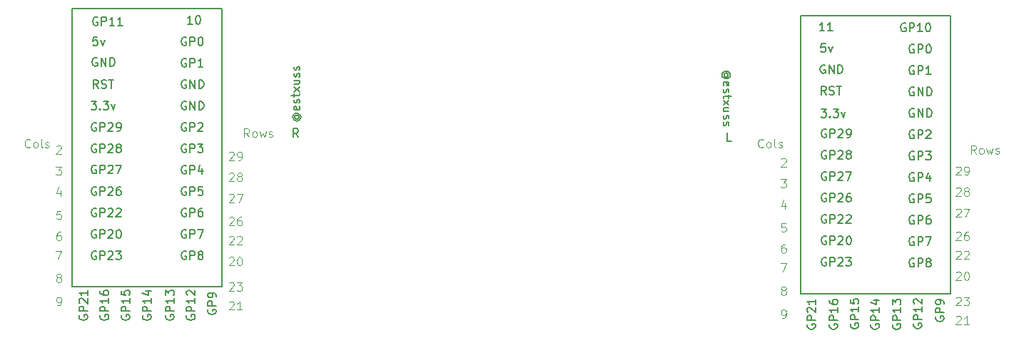
<source format=gto>
G04 #@! TF.GenerationSoftware,KiCad,Pcbnew,8.0.7-8.0.7-0~ubuntu24.04.1*
G04 #@! TF.CreationDate,2025-01-01T20:03:56-05:00*
G04 #@! TF.ProjectId,promicro_rp2040_pcbholder_wiredver,70726f6d-6963-4726-9f5f-727032303430,rev?*
G04 #@! TF.SameCoordinates,Original*
G04 #@! TF.FileFunction,Legend,Top*
G04 #@! TF.FilePolarity,Positive*
%FSLAX46Y46*%
G04 Gerber Fmt 4.6, Leading zero omitted, Abs format (unit mm)*
G04 Created by KiCad (PCBNEW 8.0.7-8.0.7-0~ubuntu24.04.1) date 2025-01-01 20:03:56*
%MOMM*%
%LPD*%
G01*
G04 APERTURE LIST*
%ADD10C,0.100000*%
%ADD11C,0.200000*%
%ADD12C,0.150000*%
%ADD13C,1.430000*%
%ADD14C,1.400000*%
%ADD15C,0.800000*%
%ADD16O,1.600000X2.000000*%
%ADD17C,1.524000*%
G04 APERTURE END LIST*
D10*
X196358766Y-97023907D02*
X196406385Y-96976288D01*
X196406385Y-96976288D02*
X196501623Y-96928669D01*
X196501623Y-96928669D02*
X196739718Y-96928669D01*
X196739718Y-96928669D02*
X196834956Y-96976288D01*
X196834956Y-96976288D02*
X196882575Y-97023907D01*
X196882575Y-97023907D02*
X196930194Y-97119145D01*
X196930194Y-97119145D02*
X196930194Y-97214383D01*
X196930194Y-97214383D02*
X196882575Y-97357240D01*
X196882575Y-97357240D02*
X196311147Y-97928669D01*
X196311147Y-97928669D02*
X196930194Y-97928669D01*
X197263528Y-96928669D02*
X197930194Y-96928669D01*
X197930194Y-96928669D02*
X197501623Y-97928669D01*
X196358766Y-109773907D02*
X196406385Y-109726288D01*
X196406385Y-109726288D02*
X196501623Y-109678669D01*
X196501623Y-109678669D02*
X196739718Y-109678669D01*
X196739718Y-109678669D02*
X196834956Y-109726288D01*
X196834956Y-109726288D02*
X196882575Y-109773907D01*
X196882575Y-109773907D02*
X196930194Y-109869145D01*
X196930194Y-109869145D02*
X196930194Y-109964383D01*
X196930194Y-109964383D02*
X196882575Y-110107240D01*
X196882575Y-110107240D02*
X196311147Y-110678669D01*
X196311147Y-110678669D02*
X196930194Y-110678669D01*
X197882575Y-110678669D02*
X197311147Y-110678669D01*
X197596861Y-110678669D02*
X197596861Y-109678669D01*
X197596861Y-109678669D02*
X197501623Y-109821526D01*
X197501623Y-109821526D02*
X197406385Y-109916764D01*
X197406385Y-109916764D02*
X197311147Y-109964383D01*
X196358766Y-107523907D02*
X196406385Y-107476288D01*
X196406385Y-107476288D02*
X196501623Y-107428669D01*
X196501623Y-107428669D02*
X196739718Y-107428669D01*
X196739718Y-107428669D02*
X196834956Y-107476288D01*
X196834956Y-107476288D02*
X196882575Y-107523907D01*
X196882575Y-107523907D02*
X196930194Y-107619145D01*
X196930194Y-107619145D02*
X196930194Y-107714383D01*
X196930194Y-107714383D02*
X196882575Y-107857240D01*
X196882575Y-107857240D02*
X196311147Y-108428669D01*
X196311147Y-108428669D02*
X196930194Y-108428669D01*
X197263528Y-107428669D02*
X197882575Y-107428669D01*
X197882575Y-107428669D02*
X197549242Y-107809621D01*
X197549242Y-107809621D02*
X197692099Y-107809621D01*
X197692099Y-107809621D02*
X197787337Y-107857240D01*
X197787337Y-107857240D02*
X197834956Y-107904859D01*
X197834956Y-107904859D02*
X197882575Y-108000097D01*
X197882575Y-108000097D02*
X197882575Y-108238192D01*
X197882575Y-108238192D02*
X197834956Y-108333430D01*
X197834956Y-108333430D02*
X197787337Y-108381050D01*
X197787337Y-108381050D02*
X197692099Y-108428669D01*
X197692099Y-108428669D02*
X197406385Y-108428669D01*
X197406385Y-108428669D02*
X197311147Y-108381050D01*
X197311147Y-108381050D02*
X197263528Y-108333430D01*
X196358766Y-99773907D02*
X196406385Y-99726288D01*
X196406385Y-99726288D02*
X196501623Y-99678669D01*
X196501623Y-99678669D02*
X196739718Y-99678669D01*
X196739718Y-99678669D02*
X196834956Y-99726288D01*
X196834956Y-99726288D02*
X196882575Y-99773907D01*
X196882575Y-99773907D02*
X196930194Y-99869145D01*
X196930194Y-99869145D02*
X196930194Y-99964383D01*
X196930194Y-99964383D02*
X196882575Y-100107240D01*
X196882575Y-100107240D02*
X196311147Y-100678669D01*
X196311147Y-100678669D02*
X196930194Y-100678669D01*
X197787337Y-99678669D02*
X197596861Y-99678669D01*
X197596861Y-99678669D02*
X197501623Y-99726288D01*
X197501623Y-99726288D02*
X197454004Y-99773907D01*
X197454004Y-99773907D02*
X197358766Y-99916764D01*
X197358766Y-99916764D02*
X197311147Y-100107240D01*
X197311147Y-100107240D02*
X197311147Y-100488192D01*
X197311147Y-100488192D02*
X197358766Y-100583430D01*
X197358766Y-100583430D02*
X197406385Y-100631050D01*
X197406385Y-100631050D02*
X197501623Y-100678669D01*
X197501623Y-100678669D02*
X197692099Y-100678669D01*
X197692099Y-100678669D02*
X197787337Y-100631050D01*
X197787337Y-100631050D02*
X197834956Y-100583430D01*
X197834956Y-100583430D02*
X197882575Y-100488192D01*
X197882575Y-100488192D02*
X197882575Y-100250097D01*
X197882575Y-100250097D02*
X197834956Y-100154859D01*
X197834956Y-100154859D02*
X197787337Y-100107240D01*
X197787337Y-100107240D02*
X197692099Y-100059621D01*
X197692099Y-100059621D02*
X197501623Y-100059621D01*
X197501623Y-100059621D02*
X197406385Y-100107240D01*
X197406385Y-100107240D02*
X197358766Y-100154859D01*
X197358766Y-100154859D02*
X197311147Y-100250097D01*
X196358766Y-92023907D02*
X196406385Y-91976288D01*
X196406385Y-91976288D02*
X196501623Y-91928669D01*
X196501623Y-91928669D02*
X196739718Y-91928669D01*
X196739718Y-91928669D02*
X196834956Y-91976288D01*
X196834956Y-91976288D02*
X196882575Y-92023907D01*
X196882575Y-92023907D02*
X196930194Y-92119145D01*
X196930194Y-92119145D02*
X196930194Y-92214383D01*
X196930194Y-92214383D02*
X196882575Y-92357240D01*
X196882575Y-92357240D02*
X196311147Y-92928669D01*
X196311147Y-92928669D02*
X196930194Y-92928669D01*
X197406385Y-92928669D02*
X197596861Y-92928669D01*
X197596861Y-92928669D02*
X197692099Y-92881050D01*
X197692099Y-92881050D02*
X197739718Y-92833430D01*
X197739718Y-92833430D02*
X197834956Y-92690573D01*
X197834956Y-92690573D02*
X197882575Y-92500097D01*
X197882575Y-92500097D02*
X197882575Y-92119145D01*
X197882575Y-92119145D02*
X197834956Y-92023907D01*
X197834956Y-92023907D02*
X197787337Y-91976288D01*
X197787337Y-91976288D02*
X197692099Y-91928669D01*
X197692099Y-91928669D02*
X197501623Y-91928669D01*
X197501623Y-91928669D02*
X197406385Y-91976288D01*
X197406385Y-91976288D02*
X197358766Y-92023907D01*
X197358766Y-92023907D02*
X197311147Y-92119145D01*
X197311147Y-92119145D02*
X197311147Y-92357240D01*
X197311147Y-92357240D02*
X197358766Y-92452478D01*
X197358766Y-92452478D02*
X197406385Y-92500097D01*
X197406385Y-92500097D02*
X197501623Y-92547716D01*
X197501623Y-92547716D02*
X197692099Y-92547716D01*
X197692099Y-92547716D02*
X197787337Y-92500097D01*
X197787337Y-92500097D02*
X197834956Y-92452478D01*
X197834956Y-92452478D02*
X197882575Y-92357240D01*
X196358766Y-94523907D02*
X196406385Y-94476288D01*
X196406385Y-94476288D02*
X196501623Y-94428669D01*
X196501623Y-94428669D02*
X196739718Y-94428669D01*
X196739718Y-94428669D02*
X196834956Y-94476288D01*
X196834956Y-94476288D02*
X196882575Y-94523907D01*
X196882575Y-94523907D02*
X196930194Y-94619145D01*
X196930194Y-94619145D02*
X196930194Y-94714383D01*
X196930194Y-94714383D02*
X196882575Y-94857240D01*
X196882575Y-94857240D02*
X196311147Y-95428669D01*
X196311147Y-95428669D02*
X196930194Y-95428669D01*
X197501623Y-94857240D02*
X197406385Y-94809621D01*
X197406385Y-94809621D02*
X197358766Y-94762002D01*
X197358766Y-94762002D02*
X197311147Y-94666764D01*
X197311147Y-94666764D02*
X197311147Y-94619145D01*
X197311147Y-94619145D02*
X197358766Y-94523907D01*
X197358766Y-94523907D02*
X197406385Y-94476288D01*
X197406385Y-94476288D02*
X197501623Y-94428669D01*
X197501623Y-94428669D02*
X197692099Y-94428669D01*
X197692099Y-94428669D02*
X197787337Y-94476288D01*
X197787337Y-94476288D02*
X197834956Y-94523907D01*
X197834956Y-94523907D02*
X197882575Y-94619145D01*
X197882575Y-94619145D02*
X197882575Y-94666764D01*
X197882575Y-94666764D02*
X197834956Y-94762002D01*
X197834956Y-94762002D02*
X197787337Y-94809621D01*
X197787337Y-94809621D02*
X197692099Y-94857240D01*
X197692099Y-94857240D02*
X197501623Y-94857240D01*
X197501623Y-94857240D02*
X197406385Y-94904859D01*
X197406385Y-94904859D02*
X197358766Y-94952478D01*
X197358766Y-94952478D02*
X197311147Y-95047716D01*
X197311147Y-95047716D02*
X197311147Y-95238192D01*
X197311147Y-95238192D02*
X197358766Y-95333430D01*
X197358766Y-95333430D02*
X197406385Y-95381050D01*
X197406385Y-95381050D02*
X197501623Y-95428669D01*
X197501623Y-95428669D02*
X197692099Y-95428669D01*
X197692099Y-95428669D02*
X197787337Y-95381050D01*
X197787337Y-95381050D02*
X197834956Y-95333430D01*
X197834956Y-95333430D02*
X197882575Y-95238192D01*
X197882575Y-95238192D02*
X197882575Y-95047716D01*
X197882575Y-95047716D02*
X197834956Y-94952478D01*
X197834956Y-94952478D02*
X197787337Y-94904859D01*
X197787337Y-94904859D02*
X197692099Y-94857240D01*
X196358766Y-102023907D02*
X196406385Y-101976288D01*
X196406385Y-101976288D02*
X196501623Y-101928669D01*
X196501623Y-101928669D02*
X196739718Y-101928669D01*
X196739718Y-101928669D02*
X196834956Y-101976288D01*
X196834956Y-101976288D02*
X196882575Y-102023907D01*
X196882575Y-102023907D02*
X196930194Y-102119145D01*
X196930194Y-102119145D02*
X196930194Y-102214383D01*
X196930194Y-102214383D02*
X196882575Y-102357240D01*
X196882575Y-102357240D02*
X196311147Y-102928669D01*
X196311147Y-102928669D02*
X196930194Y-102928669D01*
X197311147Y-102023907D02*
X197358766Y-101976288D01*
X197358766Y-101976288D02*
X197454004Y-101928669D01*
X197454004Y-101928669D02*
X197692099Y-101928669D01*
X197692099Y-101928669D02*
X197787337Y-101976288D01*
X197787337Y-101976288D02*
X197834956Y-102023907D01*
X197834956Y-102023907D02*
X197882575Y-102119145D01*
X197882575Y-102119145D02*
X197882575Y-102214383D01*
X197882575Y-102214383D02*
X197834956Y-102357240D01*
X197834956Y-102357240D02*
X197263528Y-102928669D01*
X197263528Y-102928669D02*
X197882575Y-102928669D01*
X196358766Y-104523907D02*
X196406385Y-104476288D01*
X196406385Y-104476288D02*
X196501623Y-104428669D01*
X196501623Y-104428669D02*
X196739718Y-104428669D01*
X196739718Y-104428669D02*
X196834956Y-104476288D01*
X196834956Y-104476288D02*
X196882575Y-104523907D01*
X196882575Y-104523907D02*
X196930194Y-104619145D01*
X196930194Y-104619145D02*
X196930194Y-104714383D01*
X196930194Y-104714383D02*
X196882575Y-104857240D01*
X196882575Y-104857240D02*
X196311147Y-105428669D01*
X196311147Y-105428669D02*
X196930194Y-105428669D01*
X197549242Y-104428669D02*
X197644480Y-104428669D01*
X197644480Y-104428669D02*
X197739718Y-104476288D01*
X197739718Y-104476288D02*
X197787337Y-104523907D01*
X197787337Y-104523907D02*
X197834956Y-104619145D01*
X197834956Y-104619145D02*
X197882575Y-104809621D01*
X197882575Y-104809621D02*
X197882575Y-105047716D01*
X197882575Y-105047716D02*
X197834956Y-105238192D01*
X197834956Y-105238192D02*
X197787337Y-105333430D01*
X197787337Y-105333430D02*
X197739718Y-105381050D01*
X197739718Y-105381050D02*
X197644480Y-105428669D01*
X197644480Y-105428669D02*
X197549242Y-105428669D01*
X197549242Y-105428669D02*
X197454004Y-105381050D01*
X197454004Y-105381050D02*
X197406385Y-105333430D01*
X197406385Y-105333430D02*
X197358766Y-105238192D01*
X197358766Y-105238192D02*
X197311147Y-105047716D01*
X197311147Y-105047716D02*
X197311147Y-104809621D01*
X197311147Y-104809621D02*
X197358766Y-104619145D01*
X197358766Y-104619145D02*
X197406385Y-104523907D01*
X197406385Y-104523907D02*
X197454004Y-104476288D01*
X197454004Y-104476288D02*
X197549242Y-104428669D01*
X176084956Y-96262002D02*
X176084956Y-96928669D01*
X175846861Y-95881050D02*
X175608766Y-96595335D01*
X175608766Y-96595335D02*
X176227813Y-96595335D01*
X175608766Y-91023907D02*
X175656385Y-90976288D01*
X175656385Y-90976288D02*
X175751623Y-90928669D01*
X175751623Y-90928669D02*
X175989718Y-90928669D01*
X175989718Y-90928669D02*
X176084956Y-90976288D01*
X176084956Y-90976288D02*
X176132575Y-91023907D01*
X176132575Y-91023907D02*
X176180194Y-91119145D01*
X176180194Y-91119145D02*
X176180194Y-91214383D01*
X176180194Y-91214383D02*
X176132575Y-91357240D01*
X176132575Y-91357240D02*
X175561147Y-91928669D01*
X175561147Y-91928669D02*
X176180194Y-91928669D01*
X175704004Y-109928669D02*
X175894480Y-109928669D01*
X175894480Y-109928669D02*
X175989718Y-109881050D01*
X175989718Y-109881050D02*
X176037337Y-109833430D01*
X176037337Y-109833430D02*
X176132575Y-109690573D01*
X176132575Y-109690573D02*
X176180194Y-109500097D01*
X176180194Y-109500097D02*
X176180194Y-109119145D01*
X176180194Y-109119145D02*
X176132575Y-109023907D01*
X176132575Y-109023907D02*
X176084956Y-108976288D01*
X176084956Y-108976288D02*
X175989718Y-108928669D01*
X175989718Y-108928669D02*
X175799242Y-108928669D01*
X175799242Y-108928669D02*
X175704004Y-108976288D01*
X175704004Y-108976288D02*
X175656385Y-109023907D01*
X175656385Y-109023907D02*
X175608766Y-109119145D01*
X175608766Y-109119145D02*
X175608766Y-109357240D01*
X175608766Y-109357240D02*
X175656385Y-109452478D01*
X175656385Y-109452478D02*
X175704004Y-109500097D01*
X175704004Y-109500097D02*
X175799242Y-109547716D01*
X175799242Y-109547716D02*
X175989718Y-109547716D01*
X175989718Y-109547716D02*
X176084956Y-109500097D01*
X176084956Y-109500097D02*
X176132575Y-109452478D01*
X176132575Y-109452478D02*
X176180194Y-109357240D01*
X176132575Y-98678669D02*
X175656385Y-98678669D01*
X175656385Y-98678669D02*
X175608766Y-99154859D01*
X175608766Y-99154859D02*
X175656385Y-99107240D01*
X175656385Y-99107240D02*
X175751623Y-99059621D01*
X175751623Y-99059621D02*
X175989718Y-99059621D01*
X175989718Y-99059621D02*
X176084956Y-99107240D01*
X176084956Y-99107240D02*
X176132575Y-99154859D01*
X176132575Y-99154859D02*
X176180194Y-99250097D01*
X176180194Y-99250097D02*
X176180194Y-99488192D01*
X176180194Y-99488192D02*
X176132575Y-99583430D01*
X176132575Y-99583430D02*
X176084956Y-99631050D01*
X176084956Y-99631050D02*
X175989718Y-99678669D01*
X175989718Y-99678669D02*
X175751623Y-99678669D01*
X175751623Y-99678669D02*
X175656385Y-99631050D01*
X175656385Y-99631050D02*
X175608766Y-99583430D01*
X176084956Y-101178669D02*
X175894480Y-101178669D01*
X175894480Y-101178669D02*
X175799242Y-101226288D01*
X175799242Y-101226288D02*
X175751623Y-101273907D01*
X175751623Y-101273907D02*
X175656385Y-101416764D01*
X175656385Y-101416764D02*
X175608766Y-101607240D01*
X175608766Y-101607240D02*
X175608766Y-101988192D01*
X175608766Y-101988192D02*
X175656385Y-102083430D01*
X175656385Y-102083430D02*
X175704004Y-102131050D01*
X175704004Y-102131050D02*
X175799242Y-102178669D01*
X175799242Y-102178669D02*
X175989718Y-102178669D01*
X175989718Y-102178669D02*
X176084956Y-102131050D01*
X176084956Y-102131050D02*
X176132575Y-102083430D01*
X176132575Y-102083430D02*
X176180194Y-101988192D01*
X176180194Y-101988192D02*
X176180194Y-101750097D01*
X176180194Y-101750097D02*
X176132575Y-101654859D01*
X176132575Y-101654859D02*
X176084956Y-101607240D01*
X176084956Y-101607240D02*
X175989718Y-101559621D01*
X175989718Y-101559621D02*
X175799242Y-101559621D01*
X175799242Y-101559621D02*
X175704004Y-101607240D01*
X175704004Y-101607240D02*
X175656385Y-101654859D01*
X175656385Y-101654859D02*
X175608766Y-101750097D01*
X175561147Y-103428669D02*
X176227813Y-103428669D01*
X176227813Y-103428669D02*
X175799242Y-104428669D01*
X175561147Y-93428669D02*
X176180194Y-93428669D01*
X176180194Y-93428669D02*
X175846861Y-93809621D01*
X175846861Y-93809621D02*
X175989718Y-93809621D01*
X175989718Y-93809621D02*
X176084956Y-93857240D01*
X176084956Y-93857240D02*
X176132575Y-93904859D01*
X176132575Y-93904859D02*
X176180194Y-94000097D01*
X176180194Y-94000097D02*
X176180194Y-94238192D01*
X176180194Y-94238192D02*
X176132575Y-94333430D01*
X176132575Y-94333430D02*
X176084956Y-94381050D01*
X176084956Y-94381050D02*
X175989718Y-94428669D01*
X175989718Y-94428669D02*
X175704004Y-94428669D01*
X175704004Y-94428669D02*
X175608766Y-94381050D01*
X175608766Y-94381050D02*
X175561147Y-94333430D01*
X175799242Y-106607240D02*
X175704004Y-106559621D01*
X175704004Y-106559621D02*
X175656385Y-106512002D01*
X175656385Y-106512002D02*
X175608766Y-106416764D01*
X175608766Y-106416764D02*
X175608766Y-106369145D01*
X175608766Y-106369145D02*
X175656385Y-106273907D01*
X175656385Y-106273907D02*
X175704004Y-106226288D01*
X175704004Y-106226288D02*
X175799242Y-106178669D01*
X175799242Y-106178669D02*
X175989718Y-106178669D01*
X175989718Y-106178669D02*
X176084956Y-106226288D01*
X176084956Y-106226288D02*
X176132575Y-106273907D01*
X176132575Y-106273907D02*
X176180194Y-106369145D01*
X176180194Y-106369145D02*
X176180194Y-106416764D01*
X176180194Y-106416764D02*
X176132575Y-106512002D01*
X176132575Y-106512002D02*
X176084956Y-106559621D01*
X176084956Y-106559621D02*
X175989718Y-106607240D01*
X175989718Y-106607240D02*
X175799242Y-106607240D01*
X175799242Y-106607240D02*
X175704004Y-106654859D01*
X175704004Y-106654859D02*
X175656385Y-106702478D01*
X175656385Y-106702478D02*
X175608766Y-106797716D01*
X175608766Y-106797716D02*
X175608766Y-106988192D01*
X175608766Y-106988192D02*
X175656385Y-107083430D01*
X175656385Y-107083430D02*
X175704004Y-107131050D01*
X175704004Y-107131050D02*
X175799242Y-107178669D01*
X175799242Y-107178669D02*
X175989718Y-107178669D01*
X175989718Y-107178669D02*
X176084956Y-107131050D01*
X176084956Y-107131050D02*
X176132575Y-107083430D01*
X176132575Y-107083430D02*
X176180194Y-106988192D01*
X176180194Y-106988192D02*
X176180194Y-106797716D01*
X176180194Y-106797716D02*
X176132575Y-106702478D01*
X176132575Y-106702478D02*
X176084956Y-106654859D01*
X176084956Y-106654859D02*
X175989718Y-106607240D01*
X173477813Y-89583430D02*
X173430194Y-89631050D01*
X173430194Y-89631050D02*
X173287337Y-89678669D01*
X173287337Y-89678669D02*
X173192099Y-89678669D01*
X173192099Y-89678669D02*
X173049242Y-89631050D01*
X173049242Y-89631050D02*
X172954004Y-89535811D01*
X172954004Y-89535811D02*
X172906385Y-89440573D01*
X172906385Y-89440573D02*
X172858766Y-89250097D01*
X172858766Y-89250097D02*
X172858766Y-89107240D01*
X172858766Y-89107240D02*
X172906385Y-88916764D01*
X172906385Y-88916764D02*
X172954004Y-88821526D01*
X172954004Y-88821526D02*
X173049242Y-88726288D01*
X173049242Y-88726288D02*
X173192099Y-88678669D01*
X173192099Y-88678669D02*
X173287337Y-88678669D01*
X173287337Y-88678669D02*
X173430194Y-88726288D01*
X173430194Y-88726288D02*
X173477813Y-88773907D01*
X174049242Y-89678669D02*
X173954004Y-89631050D01*
X173954004Y-89631050D02*
X173906385Y-89583430D01*
X173906385Y-89583430D02*
X173858766Y-89488192D01*
X173858766Y-89488192D02*
X173858766Y-89202478D01*
X173858766Y-89202478D02*
X173906385Y-89107240D01*
X173906385Y-89107240D02*
X173954004Y-89059621D01*
X173954004Y-89059621D02*
X174049242Y-89012002D01*
X174049242Y-89012002D02*
X174192099Y-89012002D01*
X174192099Y-89012002D02*
X174287337Y-89059621D01*
X174287337Y-89059621D02*
X174334956Y-89107240D01*
X174334956Y-89107240D02*
X174382575Y-89202478D01*
X174382575Y-89202478D02*
X174382575Y-89488192D01*
X174382575Y-89488192D02*
X174334956Y-89583430D01*
X174334956Y-89583430D02*
X174287337Y-89631050D01*
X174287337Y-89631050D02*
X174192099Y-89678669D01*
X174192099Y-89678669D02*
X174049242Y-89678669D01*
X174954004Y-89678669D02*
X174858766Y-89631050D01*
X174858766Y-89631050D02*
X174811147Y-89535811D01*
X174811147Y-89535811D02*
X174811147Y-88678669D01*
X175287338Y-89631050D02*
X175382576Y-89678669D01*
X175382576Y-89678669D02*
X175573052Y-89678669D01*
X175573052Y-89678669D02*
X175668290Y-89631050D01*
X175668290Y-89631050D02*
X175715909Y-89535811D01*
X175715909Y-89535811D02*
X175715909Y-89488192D01*
X175715909Y-89488192D02*
X175668290Y-89392954D01*
X175668290Y-89392954D02*
X175573052Y-89345335D01*
X175573052Y-89345335D02*
X175430195Y-89345335D01*
X175430195Y-89345335D02*
X175334957Y-89297716D01*
X175334957Y-89297716D02*
X175287338Y-89202478D01*
X175287338Y-89202478D02*
X175287338Y-89154859D01*
X175287338Y-89154859D02*
X175334957Y-89059621D01*
X175334957Y-89059621D02*
X175430195Y-89012002D01*
X175430195Y-89012002D02*
X175573052Y-89012002D01*
X175573052Y-89012002D02*
X175668290Y-89059621D01*
X86477813Y-89583430D02*
X86430194Y-89631050D01*
X86430194Y-89631050D02*
X86287337Y-89678669D01*
X86287337Y-89678669D02*
X86192099Y-89678669D01*
X86192099Y-89678669D02*
X86049242Y-89631050D01*
X86049242Y-89631050D02*
X85954004Y-89535811D01*
X85954004Y-89535811D02*
X85906385Y-89440573D01*
X85906385Y-89440573D02*
X85858766Y-89250097D01*
X85858766Y-89250097D02*
X85858766Y-89107240D01*
X85858766Y-89107240D02*
X85906385Y-88916764D01*
X85906385Y-88916764D02*
X85954004Y-88821526D01*
X85954004Y-88821526D02*
X86049242Y-88726288D01*
X86049242Y-88726288D02*
X86192099Y-88678669D01*
X86192099Y-88678669D02*
X86287337Y-88678669D01*
X86287337Y-88678669D02*
X86430194Y-88726288D01*
X86430194Y-88726288D02*
X86477813Y-88773907D01*
X87049242Y-89678669D02*
X86954004Y-89631050D01*
X86954004Y-89631050D02*
X86906385Y-89583430D01*
X86906385Y-89583430D02*
X86858766Y-89488192D01*
X86858766Y-89488192D02*
X86858766Y-89202478D01*
X86858766Y-89202478D02*
X86906385Y-89107240D01*
X86906385Y-89107240D02*
X86954004Y-89059621D01*
X86954004Y-89059621D02*
X87049242Y-89012002D01*
X87049242Y-89012002D02*
X87192099Y-89012002D01*
X87192099Y-89012002D02*
X87287337Y-89059621D01*
X87287337Y-89059621D02*
X87334956Y-89107240D01*
X87334956Y-89107240D02*
X87382575Y-89202478D01*
X87382575Y-89202478D02*
X87382575Y-89488192D01*
X87382575Y-89488192D02*
X87334956Y-89583430D01*
X87334956Y-89583430D02*
X87287337Y-89631050D01*
X87287337Y-89631050D02*
X87192099Y-89678669D01*
X87192099Y-89678669D02*
X87049242Y-89678669D01*
X87954004Y-89678669D02*
X87858766Y-89631050D01*
X87858766Y-89631050D02*
X87811147Y-89535811D01*
X87811147Y-89535811D02*
X87811147Y-88678669D01*
X88287338Y-89631050D02*
X88382576Y-89678669D01*
X88382576Y-89678669D02*
X88573052Y-89678669D01*
X88573052Y-89678669D02*
X88668290Y-89631050D01*
X88668290Y-89631050D02*
X88715909Y-89535811D01*
X88715909Y-89535811D02*
X88715909Y-89488192D01*
X88715909Y-89488192D02*
X88668290Y-89392954D01*
X88668290Y-89392954D02*
X88573052Y-89345335D01*
X88573052Y-89345335D02*
X88430195Y-89345335D01*
X88430195Y-89345335D02*
X88334957Y-89297716D01*
X88334957Y-89297716D02*
X88287338Y-89202478D01*
X88287338Y-89202478D02*
X88287338Y-89154859D01*
X88287338Y-89154859D02*
X88334957Y-89059621D01*
X88334957Y-89059621D02*
X88430195Y-89012002D01*
X88430195Y-89012002D02*
X88573052Y-89012002D01*
X88573052Y-89012002D02*
X88668290Y-89059621D01*
X110108766Y-102773907D02*
X110156385Y-102726288D01*
X110156385Y-102726288D02*
X110251623Y-102678669D01*
X110251623Y-102678669D02*
X110489718Y-102678669D01*
X110489718Y-102678669D02*
X110584956Y-102726288D01*
X110584956Y-102726288D02*
X110632575Y-102773907D01*
X110632575Y-102773907D02*
X110680194Y-102869145D01*
X110680194Y-102869145D02*
X110680194Y-102964383D01*
X110680194Y-102964383D02*
X110632575Y-103107240D01*
X110632575Y-103107240D02*
X110061147Y-103678669D01*
X110061147Y-103678669D02*
X110680194Y-103678669D01*
X111299242Y-102678669D02*
X111394480Y-102678669D01*
X111394480Y-102678669D02*
X111489718Y-102726288D01*
X111489718Y-102726288D02*
X111537337Y-102773907D01*
X111537337Y-102773907D02*
X111584956Y-102869145D01*
X111584956Y-102869145D02*
X111632575Y-103059621D01*
X111632575Y-103059621D02*
X111632575Y-103297716D01*
X111632575Y-103297716D02*
X111584956Y-103488192D01*
X111584956Y-103488192D02*
X111537337Y-103583430D01*
X111537337Y-103583430D02*
X111489718Y-103631050D01*
X111489718Y-103631050D02*
X111394480Y-103678669D01*
X111394480Y-103678669D02*
X111299242Y-103678669D01*
X111299242Y-103678669D02*
X111204004Y-103631050D01*
X111204004Y-103631050D02*
X111156385Y-103583430D01*
X111156385Y-103583430D02*
X111108766Y-103488192D01*
X111108766Y-103488192D02*
X111061147Y-103297716D01*
X111061147Y-103297716D02*
X111061147Y-103059621D01*
X111061147Y-103059621D02*
X111108766Y-102869145D01*
X111108766Y-102869145D02*
X111156385Y-102773907D01*
X111156385Y-102773907D02*
X111204004Y-102726288D01*
X111204004Y-102726288D02*
X111299242Y-102678669D01*
X110108766Y-100273907D02*
X110156385Y-100226288D01*
X110156385Y-100226288D02*
X110251623Y-100178669D01*
X110251623Y-100178669D02*
X110489718Y-100178669D01*
X110489718Y-100178669D02*
X110584956Y-100226288D01*
X110584956Y-100226288D02*
X110632575Y-100273907D01*
X110632575Y-100273907D02*
X110680194Y-100369145D01*
X110680194Y-100369145D02*
X110680194Y-100464383D01*
X110680194Y-100464383D02*
X110632575Y-100607240D01*
X110632575Y-100607240D02*
X110061147Y-101178669D01*
X110061147Y-101178669D02*
X110680194Y-101178669D01*
X111061147Y-100273907D02*
X111108766Y-100226288D01*
X111108766Y-100226288D02*
X111204004Y-100178669D01*
X111204004Y-100178669D02*
X111442099Y-100178669D01*
X111442099Y-100178669D02*
X111537337Y-100226288D01*
X111537337Y-100226288D02*
X111584956Y-100273907D01*
X111584956Y-100273907D02*
X111632575Y-100369145D01*
X111632575Y-100369145D02*
X111632575Y-100464383D01*
X111632575Y-100464383D02*
X111584956Y-100607240D01*
X111584956Y-100607240D02*
X111013528Y-101178669D01*
X111013528Y-101178669D02*
X111632575Y-101178669D01*
X89799242Y-105107240D02*
X89704004Y-105059621D01*
X89704004Y-105059621D02*
X89656385Y-105012002D01*
X89656385Y-105012002D02*
X89608766Y-104916764D01*
X89608766Y-104916764D02*
X89608766Y-104869145D01*
X89608766Y-104869145D02*
X89656385Y-104773907D01*
X89656385Y-104773907D02*
X89704004Y-104726288D01*
X89704004Y-104726288D02*
X89799242Y-104678669D01*
X89799242Y-104678669D02*
X89989718Y-104678669D01*
X89989718Y-104678669D02*
X90084956Y-104726288D01*
X90084956Y-104726288D02*
X90132575Y-104773907D01*
X90132575Y-104773907D02*
X90180194Y-104869145D01*
X90180194Y-104869145D02*
X90180194Y-104916764D01*
X90180194Y-104916764D02*
X90132575Y-105012002D01*
X90132575Y-105012002D02*
X90084956Y-105059621D01*
X90084956Y-105059621D02*
X89989718Y-105107240D01*
X89989718Y-105107240D02*
X89799242Y-105107240D01*
X89799242Y-105107240D02*
X89704004Y-105154859D01*
X89704004Y-105154859D02*
X89656385Y-105202478D01*
X89656385Y-105202478D02*
X89608766Y-105297716D01*
X89608766Y-105297716D02*
X89608766Y-105488192D01*
X89608766Y-105488192D02*
X89656385Y-105583430D01*
X89656385Y-105583430D02*
X89704004Y-105631050D01*
X89704004Y-105631050D02*
X89799242Y-105678669D01*
X89799242Y-105678669D02*
X89989718Y-105678669D01*
X89989718Y-105678669D02*
X90084956Y-105631050D01*
X90084956Y-105631050D02*
X90132575Y-105583430D01*
X90132575Y-105583430D02*
X90180194Y-105488192D01*
X90180194Y-105488192D02*
X90180194Y-105297716D01*
X90180194Y-105297716D02*
X90132575Y-105202478D01*
X90132575Y-105202478D02*
X90084956Y-105154859D01*
X90084956Y-105154859D02*
X89989718Y-105107240D01*
X89561147Y-91928669D02*
X90180194Y-91928669D01*
X90180194Y-91928669D02*
X89846861Y-92309621D01*
X89846861Y-92309621D02*
X89989718Y-92309621D01*
X89989718Y-92309621D02*
X90084956Y-92357240D01*
X90084956Y-92357240D02*
X90132575Y-92404859D01*
X90132575Y-92404859D02*
X90180194Y-92500097D01*
X90180194Y-92500097D02*
X90180194Y-92738192D01*
X90180194Y-92738192D02*
X90132575Y-92833430D01*
X90132575Y-92833430D02*
X90084956Y-92881050D01*
X90084956Y-92881050D02*
X89989718Y-92928669D01*
X89989718Y-92928669D02*
X89704004Y-92928669D01*
X89704004Y-92928669D02*
X89608766Y-92881050D01*
X89608766Y-92881050D02*
X89561147Y-92833430D01*
D11*
X118293602Y-88423469D02*
X117960269Y-87947278D01*
X117722174Y-88423469D02*
X117722174Y-87423469D01*
X117722174Y-87423469D02*
X118103126Y-87423469D01*
X118103126Y-87423469D02*
X118198364Y-87471088D01*
X118198364Y-87471088D02*
X118245983Y-87518707D01*
X118245983Y-87518707D02*
X118293602Y-87613945D01*
X118293602Y-87613945D02*
X118293602Y-87756802D01*
X118293602Y-87756802D02*
X118245983Y-87852040D01*
X118245983Y-87852040D02*
X118198364Y-87899659D01*
X118198364Y-87899659D02*
X118103126Y-87947278D01*
X118103126Y-87947278D02*
X117722174Y-87947278D01*
D10*
X110108766Y-92773907D02*
X110156385Y-92726288D01*
X110156385Y-92726288D02*
X110251623Y-92678669D01*
X110251623Y-92678669D02*
X110489718Y-92678669D01*
X110489718Y-92678669D02*
X110584956Y-92726288D01*
X110584956Y-92726288D02*
X110632575Y-92773907D01*
X110632575Y-92773907D02*
X110680194Y-92869145D01*
X110680194Y-92869145D02*
X110680194Y-92964383D01*
X110680194Y-92964383D02*
X110632575Y-93107240D01*
X110632575Y-93107240D02*
X110061147Y-93678669D01*
X110061147Y-93678669D02*
X110680194Y-93678669D01*
X111251623Y-93107240D02*
X111156385Y-93059621D01*
X111156385Y-93059621D02*
X111108766Y-93012002D01*
X111108766Y-93012002D02*
X111061147Y-92916764D01*
X111061147Y-92916764D02*
X111061147Y-92869145D01*
X111061147Y-92869145D02*
X111108766Y-92773907D01*
X111108766Y-92773907D02*
X111156385Y-92726288D01*
X111156385Y-92726288D02*
X111251623Y-92678669D01*
X111251623Y-92678669D02*
X111442099Y-92678669D01*
X111442099Y-92678669D02*
X111537337Y-92726288D01*
X111537337Y-92726288D02*
X111584956Y-92773907D01*
X111584956Y-92773907D02*
X111632575Y-92869145D01*
X111632575Y-92869145D02*
X111632575Y-92916764D01*
X111632575Y-92916764D02*
X111584956Y-93012002D01*
X111584956Y-93012002D02*
X111537337Y-93059621D01*
X111537337Y-93059621D02*
X111442099Y-93107240D01*
X111442099Y-93107240D02*
X111251623Y-93107240D01*
X111251623Y-93107240D02*
X111156385Y-93154859D01*
X111156385Y-93154859D02*
X111108766Y-93202478D01*
X111108766Y-93202478D02*
X111061147Y-93297716D01*
X111061147Y-93297716D02*
X111061147Y-93488192D01*
X111061147Y-93488192D02*
X111108766Y-93583430D01*
X111108766Y-93583430D02*
X111156385Y-93631050D01*
X111156385Y-93631050D02*
X111251623Y-93678669D01*
X111251623Y-93678669D02*
X111442099Y-93678669D01*
X111442099Y-93678669D02*
X111537337Y-93631050D01*
X111537337Y-93631050D02*
X111584956Y-93583430D01*
X111584956Y-93583430D02*
X111632575Y-93488192D01*
X111632575Y-93488192D02*
X111632575Y-93297716D01*
X111632575Y-93297716D02*
X111584956Y-93202478D01*
X111584956Y-93202478D02*
X111537337Y-93154859D01*
X111537337Y-93154859D02*
X111442099Y-93107240D01*
D12*
X169208872Y-81262076D02*
X169256491Y-81214457D01*
X169256491Y-81214457D02*
X169304110Y-81119219D01*
X169304110Y-81119219D02*
X169304110Y-81023981D01*
X169304110Y-81023981D02*
X169256491Y-80928743D01*
X169256491Y-80928743D02*
X169208872Y-80881124D01*
X169208872Y-80881124D02*
X169113634Y-80833505D01*
X169113634Y-80833505D02*
X169018396Y-80833505D01*
X169018396Y-80833505D02*
X168923158Y-80881124D01*
X168923158Y-80881124D02*
X168875539Y-80928743D01*
X168875539Y-80928743D02*
X168827920Y-81023981D01*
X168827920Y-81023981D02*
X168827920Y-81119219D01*
X168827920Y-81119219D02*
X168875539Y-81214457D01*
X168875539Y-81214457D02*
X168923158Y-81262076D01*
X169304110Y-81262076D02*
X168923158Y-81262076D01*
X168923158Y-81262076D02*
X168875539Y-81309695D01*
X168875539Y-81309695D02*
X168875539Y-81357314D01*
X168875539Y-81357314D02*
X168923158Y-81452553D01*
X168923158Y-81452553D02*
X169018396Y-81500172D01*
X169018396Y-81500172D02*
X169256491Y-81500172D01*
X169256491Y-81500172D02*
X169399348Y-81404934D01*
X169399348Y-81404934D02*
X169494586Y-81262076D01*
X169494586Y-81262076D02*
X169542205Y-81071600D01*
X169542205Y-81071600D02*
X169494586Y-80881124D01*
X169494586Y-80881124D02*
X169399348Y-80738267D01*
X169399348Y-80738267D02*
X169256491Y-80643029D01*
X169256491Y-80643029D02*
X169066015Y-80595410D01*
X169066015Y-80595410D02*
X168875539Y-80643029D01*
X168875539Y-80643029D02*
X168732681Y-80738267D01*
X168732681Y-80738267D02*
X168637443Y-80881124D01*
X168637443Y-80881124D02*
X168589824Y-81071600D01*
X168589824Y-81071600D02*
X168637443Y-81262076D01*
X168637443Y-81262076D02*
X168732681Y-81404934D01*
X168780301Y-82309695D02*
X168732681Y-82214457D01*
X168732681Y-82214457D02*
X168732681Y-82023981D01*
X168732681Y-82023981D02*
X168780301Y-81928743D01*
X168780301Y-81928743D02*
X168875539Y-81881124D01*
X168875539Y-81881124D02*
X169256491Y-81881124D01*
X169256491Y-81881124D02*
X169351729Y-81928743D01*
X169351729Y-81928743D02*
X169399348Y-82023981D01*
X169399348Y-82023981D02*
X169399348Y-82214457D01*
X169399348Y-82214457D02*
X169351729Y-82309695D01*
X169351729Y-82309695D02*
X169256491Y-82357314D01*
X169256491Y-82357314D02*
X169161253Y-82357314D01*
X169161253Y-82357314D02*
X169066015Y-81881124D01*
X168780301Y-82738267D02*
X168732681Y-82833505D01*
X168732681Y-82833505D02*
X168732681Y-83023981D01*
X168732681Y-83023981D02*
X168780301Y-83119219D01*
X168780301Y-83119219D02*
X168875539Y-83166838D01*
X168875539Y-83166838D02*
X168923158Y-83166838D01*
X168923158Y-83166838D02*
X169018396Y-83119219D01*
X169018396Y-83119219D02*
X169066015Y-83023981D01*
X169066015Y-83023981D02*
X169066015Y-82881124D01*
X169066015Y-82881124D02*
X169113634Y-82785886D01*
X169113634Y-82785886D02*
X169208872Y-82738267D01*
X169208872Y-82738267D02*
X169256491Y-82738267D01*
X169256491Y-82738267D02*
X169351729Y-82785886D01*
X169351729Y-82785886D02*
X169399348Y-82881124D01*
X169399348Y-82881124D02*
X169399348Y-83023981D01*
X169399348Y-83023981D02*
X169351729Y-83119219D01*
X169399348Y-83452553D02*
X169399348Y-83833505D01*
X169732681Y-83595410D02*
X168875539Y-83595410D01*
X168875539Y-83595410D02*
X168780301Y-83643029D01*
X168780301Y-83643029D02*
X168732681Y-83738267D01*
X168732681Y-83738267D02*
X168732681Y-83833505D01*
X168732681Y-84071601D02*
X169399348Y-84595410D01*
X169399348Y-84071601D02*
X168732681Y-84595410D01*
X169399348Y-85404934D02*
X168732681Y-85404934D01*
X169399348Y-84976363D02*
X168875539Y-84976363D01*
X168875539Y-84976363D02*
X168780301Y-85023982D01*
X168780301Y-85023982D02*
X168732681Y-85119220D01*
X168732681Y-85119220D02*
X168732681Y-85262077D01*
X168732681Y-85262077D02*
X168780301Y-85357315D01*
X168780301Y-85357315D02*
X168827920Y-85404934D01*
X168780301Y-85833506D02*
X168732681Y-85928744D01*
X168732681Y-85928744D02*
X168732681Y-86119220D01*
X168732681Y-86119220D02*
X168780301Y-86214458D01*
X168780301Y-86214458D02*
X168875539Y-86262077D01*
X168875539Y-86262077D02*
X168923158Y-86262077D01*
X168923158Y-86262077D02*
X169018396Y-86214458D01*
X169018396Y-86214458D02*
X169066015Y-86119220D01*
X169066015Y-86119220D02*
X169066015Y-85976363D01*
X169066015Y-85976363D02*
X169113634Y-85881125D01*
X169113634Y-85881125D02*
X169208872Y-85833506D01*
X169208872Y-85833506D02*
X169256491Y-85833506D01*
X169256491Y-85833506D02*
X169351729Y-85881125D01*
X169351729Y-85881125D02*
X169399348Y-85976363D01*
X169399348Y-85976363D02*
X169399348Y-86119220D01*
X169399348Y-86119220D02*
X169351729Y-86214458D01*
X168780301Y-86643030D02*
X168732681Y-86738268D01*
X168732681Y-86738268D02*
X168732681Y-86928744D01*
X168732681Y-86928744D02*
X168780301Y-87023982D01*
X168780301Y-87023982D02*
X168875539Y-87071601D01*
X168875539Y-87071601D02*
X168923158Y-87071601D01*
X168923158Y-87071601D02*
X169018396Y-87023982D01*
X169018396Y-87023982D02*
X169066015Y-86928744D01*
X169066015Y-86928744D02*
X169066015Y-86785887D01*
X169066015Y-86785887D02*
X169113634Y-86690649D01*
X169113634Y-86690649D02*
X169208872Y-86643030D01*
X169208872Y-86643030D02*
X169256491Y-86643030D01*
X169256491Y-86643030D02*
X169351729Y-86690649D01*
X169351729Y-86690649D02*
X169399348Y-86785887D01*
X169399348Y-86785887D02*
X169399348Y-86928744D01*
X169399348Y-86928744D02*
X169351729Y-87023982D01*
D10*
X110108766Y-90273907D02*
X110156385Y-90226288D01*
X110156385Y-90226288D02*
X110251623Y-90178669D01*
X110251623Y-90178669D02*
X110489718Y-90178669D01*
X110489718Y-90178669D02*
X110584956Y-90226288D01*
X110584956Y-90226288D02*
X110632575Y-90273907D01*
X110632575Y-90273907D02*
X110680194Y-90369145D01*
X110680194Y-90369145D02*
X110680194Y-90464383D01*
X110680194Y-90464383D02*
X110632575Y-90607240D01*
X110632575Y-90607240D02*
X110061147Y-91178669D01*
X110061147Y-91178669D02*
X110680194Y-91178669D01*
X111156385Y-91178669D02*
X111346861Y-91178669D01*
X111346861Y-91178669D02*
X111442099Y-91131050D01*
X111442099Y-91131050D02*
X111489718Y-91083430D01*
X111489718Y-91083430D02*
X111584956Y-90940573D01*
X111584956Y-90940573D02*
X111632575Y-90750097D01*
X111632575Y-90750097D02*
X111632575Y-90369145D01*
X111632575Y-90369145D02*
X111584956Y-90273907D01*
X111584956Y-90273907D02*
X111537337Y-90226288D01*
X111537337Y-90226288D02*
X111442099Y-90178669D01*
X111442099Y-90178669D02*
X111251623Y-90178669D01*
X111251623Y-90178669D02*
X111156385Y-90226288D01*
X111156385Y-90226288D02*
X111108766Y-90273907D01*
X111108766Y-90273907D02*
X111061147Y-90369145D01*
X111061147Y-90369145D02*
X111061147Y-90607240D01*
X111061147Y-90607240D02*
X111108766Y-90702478D01*
X111108766Y-90702478D02*
X111156385Y-90750097D01*
X111156385Y-90750097D02*
X111251623Y-90797716D01*
X111251623Y-90797716D02*
X111442099Y-90797716D01*
X111442099Y-90797716D02*
X111537337Y-90750097D01*
X111537337Y-90750097D02*
X111584956Y-90702478D01*
X111584956Y-90702478D02*
X111632575Y-90607240D01*
D11*
X94495983Y-74221088D02*
X94400745Y-74173469D01*
X94400745Y-74173469D02*
X94257888Y-74173469D01*
X94257888Y-74173469D02*
X94115031Y-74221088D01*
X94115031Y-74221088D02*
X94019793Y-74316326D01*
X94019793Y-74316326D02*
X93972174Y-74411564D01*
X93972174Y-74411564D02*
X93924555Y-74602040D01*
X93924555Y-74602040D02*
X93924555Y-74744897D01*
X93924555Y-74744897D02*
X93972174Y-74935373D01*
X93972174Y-74935373D02*
X94019793Y-75030611D01*
X94019793Y-75030611D02*
X94115031Y-75125850D01*
X94115031Y-75125850D02*
X94257888Y-75173469D01*
X94257888Y-75173469D02*
X94353126Y-75173469D01*
X94353126Y-75173469D02*
X94495983Y-75125850D01*
X94495983Y-75125850D02*
X94543602Y-75078230D01*
X94543602Y-75078230D02*
X94543602Y-74744897D01*
X94543602Y-74744897D02*
X94353126Y-74744897D01*
X94972174Y-75173469D02*
X94972174Y-74173469D01*
X94972174Y-74173469D02*
X95353126Y-74173469D01*
X95353126Y-74173469D02*
X95448364Y-74221088D01*
X95448364Y-74221088D02*
X95495983Y-74268707D01*
X95495983Y-74268707D02*
X95543602Y-74363945D01*
X95543602Y-74363945D02*
X95543602Y-74506802D01*
X95543602Y-74506802D02*
X95495983Y-74602040D01*
X95495983Y-74602040D02*
X95448364Y-74649659D01*
X95448364Y-74649659D02*
X95353126Y-74697278D01*
X95353126Y-74697278D02*
X94972174Y-74697278D01*
X96495983Y-75173469D02*
X95924555Y-75173469D01*
X96210269Y-75173469D02*
X96210269Y-74173469D01*
X96210269Y-74173469D02*
X96115031Y-74316326D01*
X96115031Y-74316326D02*
X96019793Y-74411564D01*
X96019793Y-74411564D02*
X95924555Y-74459183D01*
X97448364Y-75173469D02*
X96876936Y-75173469D01*
X97162650Y-75173469D02*
X97162650Y-74173469D01*
X97162650Y-74173469D02*
X97067412Y-74316326D01*
X97067412Y-74316326D02*
X96972174Y-74411564D01*
X96972174Y-74411564D02*
X96876936Y-74459183D01*
D10*
X89561147Y-101928669D02*
X90227813Y-101928669D01*
X90227813Y-101928669D02*
X89799242Y-102928669D01*
D12*
X117996129Y-85850423D02*
X117948510Y-85898042D01*
X117948510Y-85898042D02*
X117900891Y-85993280D01*
X117900891Y-85993280D02*
X117900891Y-86088518D01*
X117900891Y-86088518D02*
X117948510Y-86183756D01*
X117948510Y-86183756D02*
X117996129Y-86231375D01*
X117996129Y-86231375D02*
X118091367Y-86278994D01*
X118091367Y-86278994D02*
X118186605Y-86278994D01*
X118186605Y-86278994D02*
X118281843Y-86231375D01*
X118281843Y-86231375D02*
X118329462Y-86183756D01*
X118329462Y-86183756D02*
X118377081Y-86088518D01*
X118377081Y-86088518D02*
X118377081Y-85993280D01*
X118377081Y-85993280D02*
X118329462Y-85898042D01*
X118329462Y-85898042D02*
X118281843Y-85850423D01*
X117900891Y-85850423D02*
X118281843Y-85850423D01*
X118281843Y-85850423D02*
X118329462Y-85802804D01*
X118329462Y-85802804D02*
X118329462Y-85755185D01*
X118329462Y-85755185D02*
X118281843Y-85659946D01*
X118281843Y-85659946D02*
X118186605Y-85612327D01*
X118186605Y-85612327D02*
X117948510Y-85612327D01*
X117948510Y-85612327D02*
X117805653Y-85707566D01*
X117805653Y-85707566D02*
X117710415Y-85850423D01*
X117710415Y-85850423D02*
X117662796Y-86040899D01*
X117662796Y-86040899D02*
X117710415Y-86231375D01*
X117710415Y-86231375D02*
X117805653Y-86374232D01*
X117805653Y-86374232D02*
X117948510Y-86469470D01*
X117948510Y-86469470D02*
X118138986Y-86517089D01*
X118138986Y-86517089D02*
X118329462Y-86469470D01*
X118329462Y-86469470D02*
X118472320Y-86374232D01*
X118472320Y-86374232D02*
X118567558Y-86231375D01*
X118567558Y-86231375D02*
X118615177Y-86040899D01*
X118615177Y-86040899D02*
X118567558Y-85850423D01*
X118567558Y-85850423D02*
X118472320Y-85707566D01*
X118424701Y-84802804D02*
X118472320Y-84898042D01*
X118472320Y-84898042D02*
X118472320Y-85088518D01*
X118472320Y-85088518D02*
X118424701Y-85183756D01*
X118424701Y-85183756D02*
X118329462Y-85231375D01*
X118329462Y-85231375D02*
X117948510Y-85231375D01*
X117948510Y-85231375D02*
X117853272Y-85183756D01*
X117853272Y-85183756D02*
X117805653Y-85088518D01*
X117805653Y-85088518D02*
X117805653Y-84898042D01*
X117805653Y-84898042D02*
X117853272Y-84802804D01*
X117853272Y-84802804D02*
X117948510Y-84755185D01*
X117948510Y-84755185D02*
X118043748Y-84755185D01*
X118043748Y-84755185D02*
X118138986Y-85231375D01*
X118424701Y-84374232D02*
X118472320Y-84278994D01*
X118472320Y-84278994D02*
X118472320Y-84088518D01*
X118472320Y-84088518D02*
X118424701Y-83993280D01*
X118424701Y-83993280D02*
X118329462Y-83945661D01*
X118329462Y-83945661D02*
X118281843Y-83945661D01*
X118281843Y-83945661D02*
X118186605Y-83993280D01*
X118186605Y-83993280D02*
X118138986Y-84088518D01*
X118138986Y-84088518D02*
X118138986Y-84231375D01*
X118138986Y-84231375D02*
X118091367Y-84326613D01*
X118091367Y-84326613D02*
X117996129Y-84374232D01*
X117996129Y-84374232D02*
X117948510Y-84374232D01*
X117948510Y-84374232D02*
X117853272Y-84326613D01*
X117853272Y-84326613D02*
X117805653Y-84231375D01*
X117805653Y-84231375D02*
X117805653Y-84088518D01*
X117805653Y-84088518D02*
X117853272Y-83993280D01*
X117805653Y-83659946D02*
X117805653Y-83278994D01*
X117472320Y-83517089D02*
X118329462Y-83517089D01*
X118329462Y-83517089D02*
X118424701Y-83469470D01*
X118424701Y-83469470D02*
X118472320Y-83374232D01*
X118472320Y-83374232D02*
X118472320Y-83278994D01*
X118472320Y-83040898D02*
X117805653Y-82517089D01*
X117805653Y-83040898D02*
X118472320Y-82517089D01*
X117805653Y-81707565D02*
X118472320Y-81707565D01*
X117805653Y-82136136D02*
X118329462Y-82136136D01*
X118329462Y-82136136D02*
X118424701Y-82088517D01*
X118424701Y-82088517D02*
X118472320Y-81993279D01*
X118472320Y-81993279D02*
X118472320Y-81850422D01*
X118472320Y-81850422D02*
X118424701Y-81755184D01*
X118424701Y-81755184D02*
X118377081Y-81707565D01*
X118424701Y-81278993D02*
X118472320Y-81183755D01*
X118472320Y-81183755D02*
X118472320Y-80993279D01*
X118472320Y-80993279D02*
X118424701Y-80898041D01*
X118424701Y-80898041D02*
X118329462Y-80850422D01*
X118329462Y-80850422D02*
X118281843Y-80850422D01*
X118281843Y-80850422D02*
X118186605Y-80898041D01*
X118186605Y-80898041D02*
X118138986Y-80993279D01*
X118138986Y-80993279D02*
X118138986Y-81136136D01*
X118138986Y-81136136D02*
X118091367Y-81231374D01*
X118091367Y-81231374D02*
X117996129Y-81278993D01*
X117996129Y-81278993D02*
X117948510Y-81278993D01*
X117948510Y-81278993D02*
X117853272Y-81231374D01*
X117853272Y-81231374D02*
X117805653Y-81136136D01*
X117805653Y-81136136D02*
X117805653Y-80993279D01*
X117805653Y-80993279D02*
X117853272Y-80898041D01*
X118424701Y-80469469D02*
X118472320Y-80374231D01*
X118472320Y-80374231D02*
X118472320Y-80183755D01*
X118472320Y-80183755D02*
X118424701Y-80088517D01*
X118424701Y-80088517D02*
X118329462Y-80040898D01*
X118329462Y-80040898D02*
X118281843Y-80040898D01*
X118281843Y-80040898D02*
X118186605Y-80088517D01*
X118186605Y-80088517D02*
X118138986Y-80183755D01*
X118138986Y-80183755D02*
X118138986Y-80326612D01*
X118138986Y-80326612D02*
X118091367Y-80421850D01*
X118091367Y-80421850D02*
X117996129Y-80469469D01*
X117996129Y-80469469D02*
X117948510Y-80469469D01*
X117948510Y-80469469D02*
X117853272Y-80421850D01*
X117853272Y-80421850D02*
X117805653Y-80326612D01*
X117805653Y-80326612D02*
X117805653Y-80183755D01*
X117805653Y-80183755D02*
X117853272Y-80088517D01*
D10*
X198727813Y-90428669D02*
X198394480Y-89952478D01*
X198156385Y-90428669D02*
X198156385Y-89428669D01*
X198156385Y-89428669D02*
X198537337Y-89428669D01*
X198537337Y-89428669D02*
X198632575Y-89476288D01*
X198632575Y-89476288D02*
X198680194Y-89523907D01*
X198680194Y-89523907D02*
X198727813Y-89619145D01*
X198727813Y-89619145D02*
X198727813Y-89762002D01*
X198727813Y-89762002D02*
X198680194Y-89857240D01*
X198680194Y-89857240D02*
X198632575Y-89904859D01*
X198632575Y-89904859D02*
X198537337Y-89952478D01*
X198537337Y-89952478D02*
X198156385Y-89952478D01*
X199299242Y-90428669D02*
X199204004Y-90381050D01*
X199204004Y-90381050D02*
X199156385Y-90333430D01*
X199156385Y-90333430D02*
X199108766Y-90238192D01*
X199108766Y-90238192D02*
X199108766Y-89952478D01*
X199108766Y-89952478D02*
X199156385Y-89857240D01*
X199156385Y-89857240D02*
X199204004Y-89809621D01*
X199204004Y-89809621D02*
X199299242Y-89762002D01*
X199299242Y-89762002D02*
X199442099Y-89762002D01*
X199442099Y-89762002D02*
X199537337Y-89809621D01*
X199537337Y-89809621D02*
X199584956Y-89857240D01*
X199584956Y-89857240D02*
X199632575Y-89952478D01*
X199632575Y-89952478D02*
X199632575Y-90238192D01*
X199632575Y-90238192D02*
X199584956Y-90333430D01*
X199584956Y-90333430D02*
X199537337Y-90381050D01*
X199537337Y-90381050D02*
X199442099Y-90428669D01*
X199442099Y-90428669D02*
X199299242Y-90428669D01*
X199965909Y-89762002D02*
X200156385Y-90428669D01*
X200156385Y-90428669D02*
X200346861Y-89952478D01*
X200346861Y-89952478D02*
X200537337Y-90428669D01*
X200537337Y-90428669D02*
X200727813Y-89762002D01*
X201061147Y-90381050D02*
X201156385Y-90428669D01*
X201156385Y-90428669D02*
X201346861Y-90428669D01*
X201346861Y-90428669D02*
X201442099Y-90381050D01*
X201442099Y-90381050D02*
X201489718Y-90285811D01*
X201489718Y-90285811D02*
X201489718Y-90238192D01*
X201489718Y-90238192D02*
X201442099Y-90142954D01*
X201442099Y-90142954D02*
X201346861Y-90095335D01*
X201346861Y-90095335D02*
X201204004Y-90095335D01*
X201204004Y-90095335D02*
X201108766Y-90047716D01*
X201108766Y-90047716D02*
X201061147Y-89952478D01*
X201061147Y-89952478D02*
X201061147Y-89904859D01*
X201061147Y-89904859D02*
X201108766Y-89809621D01*
X201108766Y-89809621D02*
X201204004Y-89762002D01*
X201204004Y-89762002D02*
X201346861Y-89762002D01*
X201346861Y-89762002D02*
X201442099Y-89809621D01*
X110108766Y-98023907D02*
X110156385Y-97976288D01*
X110156385Y-97976288D02*
X110251623Y-97928669D01*
X110251623Y-97928669D02*
X110489718Y-97928669D01*
X110489718Y-97928669D02*
X110584956Y-97976288D01*
X110584956Y-97976288D02*
X110632575Y-98023907D01*
X110632575Y-98023907D02*
X110680194Y-98119145D01*
X110680194Y-98119145D02*
X110680194Y-98214383D01*
X110680194Y-98214383D02*
X110632575Y-98357240D01*
X110632575Y-98357240D02*
X110061147Y-98928669D01*
X110061147Y-98928669D02*
X110680194Y-98928669D01*
X111537337Y-97928669D02*
X111346861Y-97928669D01*
X111346861Y-97928669D02*
X111251623Y-97976288D01*
X111251623Y-97976288D02*
X111204004Y-98023907D01*
X111204004Y-98023907D02*
X111108766Y-98166764D01*
X111108766Y-98166764D02*
X111061147Y-98357240D01*
X111061147Y-98357240D02*
X111061147Y-98738192D01*
X111061147Y-98738192D02*
X111108766Y-98833430D01*
X111108766Y-98833430D02*
X111156385Y-98881050D01*
X111156385Y-98881050D02*
X111251623Y-98928669D01*
X111251623Y-98928669D02*
X111442099Y-98928669D01*
X111442099Y-98928669D02*
X111537337Y-98881050D01*
X111537337Y-98881050D02*
X111584956Y-98833430D01*
X111584956Y-98833430D02*
X111632575Y-98738192D01*
X111632575Y-98738192D02*
X111632575Y-98500097D01*
X111632575Y-98500097D02*
X111584956Y-98404859D01*
X111584956Y-98404859D02*
X111537337Y-98357240D01*
X111537337Y-98357240D02*
X111442099Y-98309621D01*
X111442099Y-98309621D02*
X111251623Y-98309621D01*
X111251623Y-98309621D02*
X111156385Y-98357240D01*
X111156385Y-98357240D02*
X111108766Y-98404859D01*
X111108766Y-98404859D02*
X111061147Y-98500097D01*
X90084956Y-99678669D02*
X89894480Y-99678669D01*
X89894480Y-99678669D02*
X89799242Y-99726288D01*
X89799242Y-99726288D02*
X89751623Y-99773907D01*
X89751623Y-99773907D02*
X89656385Y-99916764D01*
X89656385Y-99916764D02*
X89608766Y-100107240D01*
X89608766Y-100107240D02*
X89608766Y-100488192D01*
X89608766Y-100488192D02*
X89656385Y-100583430D01*
X89656385Y-100583430D02*
X89704004Y-100631050D01*
X89704004Y-100631050D02*
X89799242Y-100678669D01*
X89799242Y-100678669D02*
X89989718Y-100678669D01*
X89989718Y-100678669D02*
X90084956Y-100631050D01*
X90084956Y-100631050D02*
X90132575Y-100583430D01*
X90132575Y-100583430D02*
X90180194Y-100488192D01*
X90180194Y-100488192D02*
X90180194Y-100250097D01*
X90180194Y-100250097D02*
X90132575Y-100154859D01*
X90132575Y-100154859D02*
X90084956Y-100107240D01*
X90084956Y-100107240D02*
X89989718Y-100059621D01*
X89989718Y-100059621D02*
X89799242Y-100059621D01*
X89799242Y-100059621D02*
X89704004Y-100107240D01*
X89704004Y-100107240D02*
X89656385Y-100154859D01*
X89656385Y-100154859D02*
X89608766Y-100250097D01*
X90132575Y-97178669D02*
X89656385Y-97178669D01*
X89656385Y-97178669D02*
X89608766Y-97654859D01*
X89608766Y-97654859D02*
X89656385Y-97607240D01*
X89656385Y-97607240D02*
X89751623Y-97559621D01*
X89751623Y-97559621D02*
X89989718Y-97559621D01*
X89989718Y-97559621D02*
X90084956Y-97607240D01*
X90084956Y-97607240D02*
X90132575Y-97654859D01*
X90132575Y-97654859D02*
X90180194Y-97750097D01*
X90180194Y-97750097D02*
X90180194Y-97988192D01*
X90180194Y-97988192D02*
X90132575Y-98083430D01*
X90132575Y-98083430D02*
X90084956Y-98131050D01*
X90084956Y-98131050D02*
X89989718Y-98178669D01*
X89989718Y-98178669D02*
X89751623Y-98178669D01*
X89751623Y-98178669D02*
X89656385Y-98131050D01*
X89656385Y-98131050D02*
X89608766Y-98083430D01*
X110108766Y-105773907D02*
X110156385Y-105726288D01*
X110156385Y-105726288D02*
X110251623Y-105678669D01*
X110251623Y-105678669D02*
X110489718Y-105678669D01*
X110489718Y-105678669D02*
X110584956Y-105726288D01*
X110584956Y-105726288D02*
X110632575Y-105773907D01*
X110632575Y-105773907D02*
X110680194Y-105869145D01*
X110680194Y-105869145D02*
X110680194Y-105964383D01*
X110680194Y-105964383D02*
X110632575Y-106107240D01*
X110632575Y-106107240D02*
X110061147Y-106678669D01*
X110061147Y-106678669D02*
X110680194Y-106678669D01*
X111013528Y-105678669D02*
X111632575Y-105678669D01*
X111632575Y-105678669D02*
X111299242Y-106059621D01*
X111299242Y-106059621D02*
X111442099Y-106059621D01*
X111442099Y-106059621D02*
X111537337Y-106107240D01*
X111537337Y-106107240D02*
X111584956Y-106154859D01*
X111584956Y-106154859D02*
X111632575Y-106250097D01*
X111632575Y-106250097D02*
X111632575Y-106488192D01*
X111632575Y-106488192D02*
X111584956Y-106583430D01*
X111584956Y-106583430D02*
X111537337Y-106631050D01*
X111537337Y-106631050D02*
X111442099Y-106678669D01*
X111442099Y-106678669D02*
X111156385Y-106678669D01*
X111156385Y-106678669D02*
X111061147Y-106631050D01*
X111061147Y-106631050D02*
X111013528Y-106583430D01*
X110108766Y-108023907D02*
X110156385Y-107976288D01*
X110156385Y-107976288D02*
X110251623Y-107928669D01*
X110251623Y-107928669D02*
X110489718Y-107928669D01*
X110489718Y-107928669D02*
X110584956Y-107976288D01*
X110584956Y-107976288D02*
X110632575Y-108023907D01*
X110632575Y-108023907D02*
X110680194Y-108119145D01*
X110680194Y-108119145D02*
X110680194Y-108214383D01*
X110680194Y-108214383D02*
X110632575Y-108357240D01*
X110632575Y-108357240D02*
X110061147Y-108928669D01*
X110061147Y-108928669D02*
X110680194Y-108928669D01*
X111632575Y-108928669D02*
X111061147Y-108928669D01*
X111346861Y-108928669D02*
X111346861Y-107928669D01*
X111346861Y-107928669D02*
X111251623Y-108071526D01*
X111251623Y-108071526D02*
X111156385Y-108166764D01*
X111156385Y-108166764D02*
X111061147Y-108214383D01*
X89704004Y-108428669D02*
X89894480Y-108428669D01*
X89894480Y-108428669D02*
X89989718Y-108381050D01*
X89989718Y-108381050D02*
X90037337Y-108333430D01*
X90037337Y-108333430D02*
X90132575Y-108190573D01*
X90132575Y-108190573D02*
X90180194Y-108000097D01*
X90180194Y-108000097D02*
X90180194Y-107619145D01*
X90180194Y-107619145D02*
X90132575Y-107523907D01*
X90132575Y-107523907D02*
X90084956Y-107476288D01*
X90084956Y-107476288D02*
X89989718Y-107428669D01*
X89989718Y-107428669D02*
X89799242Y-107428669D01*
X89799242Y-107428669D02*
X89704004Y-107476288D01*
X89704004Y-107476288D02*
X89656385Y-107523907D01*
X89656385Y-107523907D02*
X89608766Y-107619145D01*
X89608766Y-107619145D02*
X89608766Y-107857240D01*
X89608766Y-107857240D02*
X89656385Y-107952478D01*
X89656385Y-107952478D02*
X89704004Y-108000097D01*
X89704004Y-108000097D02*
X89799242Y-108047716D01*
X89799242Y-108047716D02*
X89989718Y-108047716D01*
X89989718Y-108047716D02*
X90084956Y-108000097D01*
X90084956Y-108000097D02*
X90132575Y-107952478D01*
X90132575Y-107952478D02*
X90180194Y-107857240D01*
X89608766Y-89523907D02*
X89656385Y-89476288D01*
X89656385Y-89476288D02*
X89751623Y-89428669D01*
X89751623Y-89428669D02*
X89989718Y-89428669D01*
X89989718Y-89428669D02*
X90084956Y-89476288D01*
X90084956Y-89476288D02*
X90132575Y-89523907D01*
X90132575Y-89523907D02*
X90180194Y-89619145D01*
X90180194Y-89619145D02*
X90180194Y-89714383D01*
X90180194Y-89714383D02*
X90132575Y-89857240D01*
X90132575Y-89857240D02*
X89561147Y-90428669D01*
X89561147Y-90428669D02*
X90180194Y-90428669D01*
X112477813Y-88428669D02*
X112144480Y-87952478D01*
X111906385Y-88428669D02*
X111906385Y-87428669D01*
X111906385Y-87428669D02*
X112287337Y-87428669D01*
X112287337Y-87428669D02*
X112382575Y-87476288D01*
X112382575Y-87476288D02*
X112430194Y-87523907D01*
X112430194Y-87523907D02*
X112477813Y-87619145D01*
X112477813Y-87619145D02*
X112477813Y-87762002D01*
X112477813Y-87762002D02*
X112430194Y-87857240D01*
X112430194Y-87857240D02*
X112382575Y-87904859D01*
X112382575Y-87904859D02*
X112287337Y-87952478D01*
X112287337Y-87952478D02*
X111906385Y-87952478D01*
X113049242Y-88428669D02*
X112954004Y-88381050D01*
X112954004Y-88381050D02*
X112906385Y-88333430D01*
X112906385Y-88333430D02*
X112858766Y-88238192D01*
X112858766Y-88238192D02*
X112858766Y-87952478D01*
X112858766Y-87952478D02*
X112906385Y-87857240D01*
X112906385Y-87857240D02*
X112954004Y-87809621D01*
X112954004Y-87809621D02*
X113049242Y-87762002D01*
X113049242Y-87762002D02*
X113192099Y-87762002D01*
X113192099Y-87762002D02*
X113287337Y-87809621D01*
X113287337Y-87809621D02*
X113334956Y-87857240D01*
X113334956Y-87857240D02*
X113382575Y-87952478D01*
X113382575Y-87952478D02*
X113382575Y-88238192D01*
X113382575Y-88238192D02*
X113334956Y-88333430D01*
X113334956Y-88333430D02*
X113287337Y-88381050D01*
X113287337Y-88381050D02*
X113192099Y-88428669D01*
X113192099Y-88428669D02*
X113049242Y-88428669D01*
X113715909Y-87762002D02*
X113906385Y-88428669D01*
X113906385Y-88428669D02*
X114096861Y-87952478D01*
X114096861Y-87952478D02*
X114287337Y-88428669D01*
X114287337Y-88428669D02*
X114477813Y-87762002D01*
X114811147Y-88381050D02*
X114906385Y-88428669D01*
X114906385Y-88428669D02*
X115096861Y-88428669D01*
X115096861Y-88428669D02*
X115192099Y-88381050D01*
X115192099Y-88381050D02*
X115239718Y-88285811D01*
X115239718Y-88285811D02*
X115239718Y-88238192D01*
X115239718Y-88238192D02*
X115192099Y-88142954D01*
X115192099Y-88142954D02*
X115096861Y-88095335D01*
X115096861Y-88095335D02*
X114954004Y-88095335D01*
X114954004Y-88095335D02*
X114858766Y-88047716D01*
X114858766Y-88047716D02*
X114811147Y-87952478D01*
X114811147Y-87952478D02*
X114811147Y-87904859D01*
X114811147Y-87904859D02*
X114858766Y-87809621D01*
X114858766Y-87809621D02*
X114954004Y-87762002D01*
X114954004Y-87762002D02*
X115096861Y-87762002D01*
X115096861Y-87762002D02*
X115192099Y-87809621D01*
X110108766Y-95273907D02*
X110156385Y-95226288D01*
X110156385Y-95226288D02*
X110251623Y-95178669D01*
X110251623Y-95178669D02*
X110489718Y-95178669D01*
X110489718Y-95178669D02*
X110584956Y-95226288D01*
X110584956Y-95226288D02*
X110632575Y-95273907D01*
X110632575Y-95273907D02*
X110680194Y-95369145D01*
X110680194Y-95369145D02*
X110680194Y-95464383D01*
X110680194Y-95464383D02*
X110632575Y-95607240D01*
X110632575Y-95607240D02*
X110061147Y-96178669D01*
X110061147Y-96178669D02*
X110680194Y-96178669D01*
X111013528Y-95178669D02*
X111680194Y-95178669D01*
X111680194Y-95178669D02*
X111251623Y-96178669D01*
X90084956Y-94762002D02*
X90084956Y-95428669D01*
X89846861Y-94381050D02*
X89608766Y-95095335D01*
X89608766Y-95095335D02*
X90227813Y-95095335D01*
D11*
X169698364Y-88923469D02*
X169222174Y-88923469D01*
X169222174Y-88923469D02*
X169222174Y-87923469D01*
X94470922Y-76558469D02*
X93994732Y-76558469D01*
X93994732Y-76558469D02*
X93947113Y-77034659D01*
X93947113Y-77034659D02*
X93994732Y-76987040D01*
X93994732Y-76987040D02*
X94089970Y-76939421D01*
X94089970Y-76939421D02*
X94328065Y-76939421D01*
X94328065Y-76939421D02*
X94423303Y-76987040D01*
X94423303Y-76987040D02*
X94470922Y-77034659D01*
X94470922Y-77034659D02*
X94518541Y-77129897D01*
X94518541Y-77129897D02*
X94518541Y-77367992D01*
X94518541Y-77367992D02*
X94470922Y-77463230D01*
X94470922Y-77463230D02*
X94423303Y-77510850D01*
X94423303Y-77510850D02*
X94328065Y-77558469D01*
X94328065Y-77558469D02*
X94089970Y-77558469D01*
X94089970Y-77558469D02*
X93994732Y-77510850D01*
X93994732Y-77510850D02*
X93947113Y-77463230D01*
X94851875Y-76891802D02*
X95089970Y-77558469D01*
X95089970Y-77558469D02*
X95328065Y-76891802D01*
X104995983Y-89306088D02*
X104900745Y-89258469D01*
X104900745Y-89258469D02*
X104757888Y-89258469D01*
X104757888Y-89258469D02*
X104615031Y-89306088D01*
X104615031Y-89306088D02*
X104519793Y-89401326D01*
X104519793Y-89401326D02*
X104472174Y-89496564D01*
X104472174Y-89496564D02*
X104424555Y-89687040D01*
X104424555Y-89687040D02*
X104424555Y-89829897D01*
X104424555Y-89829897D02*
X104472174Y-90020373D01*
X104472174Y-90020373D02*
X104519793Y-90115611D01*
X104519793Y-90115611D02*
X104615031Y-90210850D01*
X104615031Y-90210850D02*
X104757888Y-90258469D01*
X104757888Y-90258469D02*
X104853126Y-90258469D01*
X104853126Y-90258469D02*
X104995983Y-90210850D01*
X104995983Y-90210850D02*
X105043602Y-90163230D01*
X105043602Y-90163230D02*
X105043602Y-89829897D01*
X105043602Y-89829897D02*
X104853126Y-89829897D01*
X105472174Y-90258469D02*
X105472174Y-89258469D01*
X105472174Y-89258469D02*
X105853126Y-89258469D01*
X105853126Y-89258469D02*
X105948364Y-89306088D01*
X105948364Y-89306088D02*
X105995983Y-89353707D01*
X105995983Y-89353707D02*
X106043602Y-89448945D01*
X106043602Y-89448945D02*
X106043602Y-89591802D01*
X106043602Y-89591802D02*
X105995983Y-89687040D01*
X105995983Y-89687040D02*
X105948364Y-89734659D01*
X105948364Y-89734659D02*
X105853126Y-89782278D01*
X105853126Y-89782278D02*
X105472174Y-89782278D01*
X106376936Y-89258469D02*
X106995983Y-89258469D01*
X106995983Y-89258469D02*
X106662650Y-89639421D01*
X106662650Y-89639421D02*
X106805507Y-89639421D01*
X106805507Y-89639421D02*
X106900745Y-89687040D01*
X106900745Y-89687040D02*
X106948364Y-89734659D01*
X106948364Y-89734659D02*
X106995983Y-89829897D01*
X106995983Y-89829897D02*
X106995983Y-90067992D01*
X106995983Y-90067992D02*
X106948364Y-90163230D01*
X106948364Y-90163230D02*
X106900745Y-90210850D01*
X106900745Y-90210850D02*
X106805507Y-90258469D01*
X106805507Y-90258469D02*
X106519793Y-90258469D01*
X106519793Y-90258469D02*
X106424555Y-90210850D01*
X106424555Y-90210850D02*
X106376936Y-90163230D01*
X94328065Y-86766088D02*
X94232827Y-86718469D01*
X94232827Y-86718469D02*
X94089970Y-86718469D01*
X94089970Y-86718469D02*
X93947113Y-86766088D01*
X93947113Y-86766088D02*
X93851875Y-86861326D01*
X93851875Y-86861326D02*
X93804256Y-86956564D01*
X93804256Y-86956564D02*
X93756637Y-87147040D01*
X93756637Y-87147040D02*
X93756637Y-87289897D01*
X93756637Y-87289897D02*
X93804256Y-87480373D01*
X93804256Y-87480373D02*
X93851875Y-87575611D01*
X93851875Y-87575611D02*
X93947113Y-87670850D01*
X93947113Y-87670850D02*
X94089970Y-87718469D01*
X94089970Y-87718469D02*
X94185208Y-87718469D01*
X94185208Y-87718469D02*
X94328065Y-87670850D01*
X94328065Y-87670850D02*
X94375684Y-87623230D01*
X94375684Y-87623230D02*
X94375684Y-87289897D01*
X94375684Y-87289897D02*
X94185208Y-87289897D01*
X94804256Y-87718469D02*
X94804256Y-86718469D01*
X94804256Y-86718469D02*
X95185208Y-86718469D01*
X95185208Y-86718469D02*
X95280446Y-86766088D01*
X95280446Y-86766088D02*
X95328065Y-86813707D01*
X95328065Y-86813707D02*
X95375684Y-86908945D01*
X95375684Y-86908945D02*
X95375684Y-87051802D01*
X95375684Y-87051802D02*
X95328065Y-87147040D01*
X95328065Y-87147040D02*
X95280446Y-87194659D01*
X95280446Y-87194659D02*
X95185208Y-87242278D01*
X95185208Y-87242278D02*
X94804256Y-87242278D01*
X95756637Y-86813707D02*
X95804256Y-86766088D01*
X95804256Y-86766088D02*
X95899494Y-86718469D01*
X95899494Y-86718469D02*
X96137589Y-86718469D01*
X96137589Y-86718469D02*
X96232827Y-86766088D01*
X96232827Y-86766088D02*
X96280446Y-86813707D01*
X96280446Y-86813707D02*
X96328065Y-86908945D01*
X96328065Y-86908945D02*
X96328065Y-87004183D01*
X96328065Y-87004183D02*
X96280446Y-87147040D01*
X96280446Y-87147040D02*
X95709018Y-87718469D01*
X95709018Y-87718469D02*
X96328065Y-87718469D01*
X96804256Y-87718469D02*
X96994732Y-87718469D01*
X96994732Y-87718469D02*
X97089970Y-87670850D01*
X97089970Y-87670850D02*
X97137589Y-87623230D01*
X97137589Y-87623230D02*
X97232827Y-87480373D01*
X97232827Y-87480373D02*
X97280446Y-87289897D01*
X97280446Y-87289897D02*
X97280446Y-86908945D01*
X97280446Y-86908945D02*
X97232827Y-86813707D01*
X97232827Y-86813707D02*
X97185208Y-86766088D01*
X97185208Y-86766088D02*
X97089970Y-86718469D01*
X97089970Y-86718469D02*
X96899494Y-86718469D01*
X96899494Y-86718469D02*
X96804256Y-86766088D01*
X96804256Y-86766088D02*
X96756637Y-86813707D01*
X96756637Y-86813707D02*
X96709018Y-86908945D01*
X96709018Y-86908945D02*
X96709018Y-87147040D01*
X96709018Y-87147040D02*
X96756637Y-87242278D01*
X96756637Y-87242278D02*
X96804256Y-87289897D01*
X96804256Y-87289897D02*
X96899494Y-87337516D01*
X96899494Y-87337516D02*
X97089970Y-87337516D01*
X97089970Y-87337516D02*
X97185208Y-87289897D01*
X97185208Y-87289897D02*
X97232827Y-87242278D01*
X97232827Y-87242278D02*
X97280446Y-87147040D01*
X104995983Y-76606088D02*
X104900745Y-76558469D01*
X104900745Y-76558469D02*
X104757888Y-76558469D01*
X104757888Y-76558469D02*
X104615031Y-76606088D01*
X104615031Y-76606088D02*
X104519793Y-76701326D01*
X104519793Y-76701326D02*
X104472174Y-76796564D01*
X104472174Y-76796564D02*
X104424555Y-76987040D01*
X104424555Y-76987040D02*
X104424555Y-77129897D01*
X104424555Y-77129897D02*
X104472174Y-77320373D01*
X104472174Y-77320373D02*
X104519793Y-77415611D01*
X104519793Y-77415611D02*
X104615031Y-77510850D01*
X104615031Y-77510850D02*
X104757888Y-77558469D01*
X104757888Y-77558469D02*
X104853126Y-77558469D01*
X104853126Y-77558469D02*
X104995983Y-77510850D01*
X104995983Y-77510850D02*
X105043602Y-77463230D01*
X105043602Y-77463230D02*
X105043602Y-77129897D01*
X105043602Y-77129897D02*
X104853126Y-77129897D01*
X105472174Y-77558469D02*
X105472174Y-76558469D01*
X105472174Y-76558469D02*
X105853126Y-76558469D01*
X105853126Y-76558469D02*
X105948364Y-76606088D01*
X105948364Y-76606088D02*
X105995983Y-76653707D01*
X105995983Y-76653707D02*
X106043602Y-76748945D01*
X106043602Y-76748945D02*
X106043602Y-76891802D01*
X106043602Y-76891802D02*
X105995983Y-76987040D01*
X105995983Y-76987040D02*
X105948364Y-77034659D01*
X105948364Y-77034659D02*
X105853126Y-77082278D01*
X105853126Y-77082278D02*
X105472174Y-77082278D01*
X106662650Y-76558469D02*
X106757888Y-76558469D01*
X106757888Y-76558469D02*
X106853126Y-76606088D01*
X106853126Y-76606088D02*
X106900745Y-76653707D01*
X106900745Y-76653707D02*
X106948364Y-76748945D01*
X106948364Y-76748945D02*
X106995983Y-76939421D01*
X106995983Y-76939421D02*
X106995983Y-77177516D01*
X106995983Y-77177516D02*
X106948364Y-77367992D01*
X106948364Y-77367992D02*
X106900745Y-77463230D01*
X106900745Y-77463230D02*
X106853126Y-77510850D01*
X106853126Y-77510850D02*
X106757888Y-77558469D01*
X106757888Y-77558469D02*
X106662650Y-77558469D01*
X106662650Y-77558469D02*
X106567412Y-77510850D01*
X106567412Y-77510850D02*
X106519793Y-77463230D01*
X106519793Y-77463230D02*
X106472174Y-77367992D01*
X106472174Y-77367992D02*
X106424555Y-77177516D01*
X106424555Y-77177516D02*
X106424555Y-76939421D01*
X106424555Y-76939421D02*
X106472174Y-76748945D01*
X106472174Y-76748945D02*
X106519793Y-76653707D01*
X106519793Y-76653707D02*
X106567412Y-76606088D01*
X106567412Y-76606088D02*
X106662650Y-76558469D01*
X104995983Y-84226088D02*
X104900745Y-84178469D01*
X104900745Y-84178469D02*
X104757888Y-84178469D01*
X104757888Y-84178469D02*
X104615031Y-84226088D01*
X104615031Y-84226088D02*
X104519793Y-84321326D01*
X104519793Y-84321326D02*
X104472174Y-84416564D01*
X104472174Y-84416564D02*
X104424555Y-84607040D01*
X104424555Y-84607040D02*
X104424555Y-84749897D01*
X104424555Y-84749897D02*
X104472174Y-84940373D01*
X104472174Y-84940373D02*
X104519793Y-85035611D01*
X104519793Y-85035611D02*
X104615031Y-85130850D01*
X104615031Y-85130850D02*
X104757888Y-85178469D01*
X104757888Y-85178469D02*
X104853126Y-85178469D01*
X104853126Y-85178469D02*
X104995983Y-85130850D01*
X104995983Y-85130850D02*
X105043602Y-85083230D01*
X105043602Y-85083230D02*
X105043602Y-84749897D01*
X105043602Y-84749897D02*
X104853126Y-84749897D01*
X105472174Y-85178469D02*
X105472174Y-84178469D01*
X105472174Y-84178469D02*
X106043602Y-85178469D01*
X106043602Y-85178469D02*
X106043602Y-84178469D01*
X106519793Y-85178469D02*
X106519793Y-84178469D01*
X106519793Y-84178469D02*
X106757888Y-84178469D01*
X106757888Y-84178469D02*
X106900745Y-84226088D01*
X106900745Y-84226088D02*
X106995983Y-84321326D01*
X106995983Y-84321326D02*
X107043602Y-84416564D01*
X107043602Y-84416564D02*
X107091221Y-84607040D01*
X107091221Y-84607040D02*
X107091221Y-84749897D01*
X107091221Y-84749897D02*
X107043602Y-84940373D01*
X107043602Y-84940373D02*
X106995983Y-85035611D01*
X106995983Y-85035611D02*
X106900745Y-85130850D01*
X106900745Y-85130850D02*
X106757888Y-85178469D01*
X106757888Y-85178469D02*
X106519793Y-85178469D01*
X94328065Y-91806088D02*
X94232827Y-91758469D01*
X94232827Y-91758469D02*
X94089970Y-91758469D01*
X94089970Y-91758469D02*
X93947113Y-91806088D01*
X93947113Y-91806088D02*
X93851875Y-91901326D01*
X93851875Y-91901326D02*
X93804256Y-91996564D01*
X93804256Y-91996564D02*
X93756637Y-92187040D01*
X93756637Y-92187040D02*
X93756637Y-92329897D01*
X93756637Y-92329897D02*
X93804256Y-92520373D01*
X93804256Y-92520373D02*
X93851875Y-92615611D01*
X93851875Y-92615611D02*
X93947113Y-92710850D01*
X93947113Y-92710850D02*
X94089970Y-92758469D01*
X94089970Y-92758469D02*
X94185208Y-92758469D01*
X94185208Y-92758469D02*
X94328065Y-92710850D01*
X94328065Y-92710850D02*
X94375684Y-92663230D01*
X94375684Y-92663230D02*
X94375684Y-92329897D01*
X94375684Y-92329897D02*
X94185208Y-92329897D01*
X94804256Y-92758469D02*
X94804256Y-91758469D01*
X94804256Y-91758469D02*
X95185208Y-91758469D01*
X95185208Y-91758469D02*
X95280446Y-91806088D01*
X95280446Y-91806088D02*
X95328065Y-91853707D01*
X95328065Y-91853707D02*
X95375684Y-91948945D01*
X95375684Y-91948945D02*
X95375684Y-92091802D01*
X95375684Y-92091802D02*
X95328065Y-92187040D01*
X95328065Y-92187040D02*
X95280446Y-92234659D01*
X95280446Y-92234659D02*
X95185208Y-92282278D01*
X95185208Y-92282278D02*
X94804256Y-92282278D01*
X95756637Y-91853707D02*
X95804256Y-91806088D01*
X95804256Y-91806088D02*
X95899494Y-91758469D01*
X95899494Y-91758469D02*
X96137589Y-91758469D01*
X96137589Y-91758469D02*
X96232827Y-91806088D01*
X96232827Y-91806088D02*
X96280446Y-91853707D01*
X96280446Y-91853707D02*
X96328065Y-91948945D01*
X96328065Y-91948945D02*
X96328065Y-92044183D01*
X96328065Y-92044183D02*
X96280446Y-92187040D01*
X96280446Y-92187040D02*
X95709018Y-92758469D01*
X95709018Y-92758469D02*
X96328065Y-92758469D01*
X96661399Y-91758469D02*
X97328065Y-91758469D01*
X97328065Y-91758469D02*
X96899494Y-92758469D01*
X104995983Y-94386088D02*
X104900745Y-94338469D01*
X104900745Y-94338469D02*
X104757888Y-94338469D01*
X104757888Y-94338469D02*
X104615031Y-94386088D01*
X104615031Y-94386088D02*
X104519793Y-94481326D01*
X104519793Y-94481326D02*
X104472174Y-94576564D01*
X104472174Y-94576564D02*
X104424555Y-94767040D01*
X104424555Y-94767040D02*
X104424555Y-94909897D01*
X104424555Y-94909897D02*
X104472174Y-95100373D01*
X104472174Y-95100373D02*
X104519793Y-95195611D01*
X104519793Y-95195611D02*
X104615031Y-95290850D01*
X104615031Y-95290850D02*
X104757888Y-95338469D01*
X104757888Y-95338469D02*
X104853126Y-95338469D01*
X104853126Y-95338469D02*
X104995983Y-95290850D01*
X104995983Y-95290850D02*
X105043602Y-95243230D01*
X105043602Y-95243230D02*
X105043602Y-94909897D01*
X105043602Y-94909897D02*
X104853126Y-94909897D01*
X105472174Y-95338469D02*
X105472174Y-94338469D01*
X105472174Y-94338469D02*
X105853126Y-94338469D01*
X105853126Y-94338469D02*
X105948364Y-94386088D01*
X105948364Y-94386088D02*
X105995983Y-94433707D01*
X105995983Y-94433707D02*
X106043602Y-94528945D01*
X106043602Y-94528945D02*
X106043602Y-94671802D01*
X106043602Y-94671802D02*
X105995983Y-94767040D01*
X105995983Y-94767040D02*
X105948364Y-94814659D01*
X105948364Y-94814659D02*
X105853126Y-94862278D01*
X105853126Y-94862278D02*
X105472174Y-94862278D01*
X106948364Y-94338469D02*
X106472174Y-94338469D01*
X106472174Y-94338469D02*
X106424555Y-94814659D01*
X106424555Y-94814659D02*
X106472174Y-94767040D01*
X106472174Y-94767040D02*
X106567412Y-94719421D01*
X106567412Y-94719421D02*
X106805507Y-94719421D01*
X106805507Y-94719421D02*
X106900745Y-94767040D01*
X106900745Y-94767040D02*
X106948364Y-94814659D01*
X106948364Y-94814659D02*
X106995983Y-94909897D01*
X106995983Y-94909897D02*
X106995983Y-95147992D01*
X106995983Y-95147992D02*
X106948364Y-95243230D01*
X106948364Y-95243230D02*
X106900745Y-95290850D01*
X106900745Y-95290850D02*
X106805507Y-95338469D01*
X106805507Y-95338469D02*
X106567412Y-95338469D01*
X106567412Y-95338469D02*
X106472174Y-95290850D01*
X106472174Y-95290850D02*
X106424555Y-95243230D01*
X104995983Y-99466088D02*
X104900745Y-99418469D01*
X104900745Y-99418469D02*
X104757888Y-99418469D01*
X104757888Y-99418469D02*
X104615031Y-99466088D01*
X104615031Y-99466088D02*
X104519793Y-99561326D01*
X104519793Y-99561326D02*
X104472174Y-99656564D01*
X104472174Y-99656564D02*
X104424555Y-99847040D01*
X104424555Y-99847040D02*
X104424555Y-99989897D01*
X104424555Y-99989897D02*
X104472174Y-100180373D01*
X104472174Y-100180373D02*
X104519793Y-100275611D01*
X104519793Y-100275611D02*
X104615031Y-100370850D01*
X104615031Y-100370850D02*
X104757888Y-100418469D01*
X104757888Y-100418469D02*
X104853126Y-100418469D01*
X104853126Y-100418469D02*
X104995983Y-100370850D01*
X104995983Y-100370850D02*
X105043602Y-100323230D01*
X105043602Y-100323230D02*
X105043602Y-99989897D01*
X105043602Y-99989897D02*
X104853126Y-99989897D01*
X105472174Y-100418469D02*
X105472174Y-99418469D01*
X105472174Y-99418469D02*
X105853126Y-99418469D01*
X105853126Y-99418469D02*
X105948364Y-99466088D01*
X105948364Y-99466088D02*
X105995983Y-99513707D01*
X105995983Y-99513707D02*
X106043602Y-99608945D01*
X106043602Y-99608945D02*
X106043602Y-99751802D01*
X106043602Y-99751802D02*
X105995983Y-99847040D01*
X105995983Y-99847040D02*
X105948364Y-99894659D01*
X105948364Y-99894659D02*
X105853126Y-99942278D01*
X105853126Y-99942278D02*
X105472174Y-99942278D01*
X106376936Y-99418469D02*
X107043602Y-99418469D01*
X107043602Y-99418469D02*
X106615031Y-100418469D01*
X104995983Y-102006088D02*
X104900745Y-101958469D01*
X104900745Y-101958469D02*
X104757888Y-101958469D01*
X104757888Y-101958469D02*
X104615031Y-102006088D01*
X104615031Y-102006088D02*
X104519793Y-102101326D01*
X104519793Y-102101326D02*
X104472174Y-102196564D01*
X104472174Y-102196564D02*
X104424555Y-102387040D01*
X104424555Y-102387040D02*
X104424555Y-102529897D01*
X104424555Y-102529897D02*
X104472174Y-102720373D01*
X104472174Y-102720373D02*
X104519793Y-102815611D01*
X104519793Y-102815611D02*
X104615031Y-102910850D01*
X104615031Y-102910850D02*
X104757888Y-102958469D01*
X104757888Y-102958469D02*
X104853126Y-102958469D01*
X104853126Y-102958469D02*
X104995983Y-102910850D01*
X104995983Y-102910850D02*
X105043602Y-102863230D01*
X105043602Y-102863230D02*
X105043602Y-102529897D01*
X105043602Y-102529897D02*
X104853126Y-102529897D01*
X105472174Y-102958469D02*
X105472174Y-101958469D01*
X105472174Y-101958469D02*
X105853126Y-101958469D01*
X105853126Y-101958469D02*
X105948364Y-102006088D01*
X105948364Y-102006088D02*
X105995983Y-102053707D01*
X105995983Y-102053707D02*
X106043602Y-102148945D01*
X106043602Y-102148945D02*
X106043602Y-102291802D01*
X106043602Y-102291802D02*
X105995983Y-102387040D01*
X105995983Y-102387040D02*
X105948364Y-102434659D01*
X105948364Y-102434659D02*
X105853126Y-102482278D01*
X105853126Y-102482278D02*
X105472174Y-102482278D01*
X106615031Y-102387040D02*
X106519793Y-102339421D01*
X106519793Y-102339421D02*
X106472174Y-102291802D01*
X106472174Y-102291802D02*
X106424555Y-102196564D01*
X106424555Y-102196564D02*
X106424555Y-102148945D01*
X106424555Y-102148945D02*
X106472174Y-102053707D01*
X106472174Y-102053707D02*
X106519793Y-102006088D01*
X106519793Y-102006088D02*
X106615031Y-101958469D01*
X106615031Y-101958469D02*
X106805507Y-101958469D01*
X106805507Y-101958469D02*
X106900745Y-102006088D01*
X106900745Y-102006088D02*
X106948364Y-102053707D01*
X106948364Y-102053707D02*
X106995983Y-102148945D01*
X106995983Y-102148945D02*
X106995983Y-102196564D01*
X106995983Y-102196564D02*
X106948364Y-102291802D01*
X106948364Y-102291802D02*
X106900745Y-102339421D01*
X106900745Y-102339421D02*
X106805507Y-102387040D01*
X106805507Y-102387040D02*
X106615031Y-102387040D01*
X106615031Y-102387040D02*
X106519793Y-102434659D01*
X106519793Y-102434659D02*
X106472174Y-102482278D01*
X106472174Y-102482278D02*
X106424555Y-102577516D01*
X106424555Y-102577516D02*
X106424555Y-102767992D01*
X106424555Y-102767992D02*
X106472174Y-102863230D01*
X106472174Y-102863230D02*
X106519793Y-102910850D01*
X106519793Y-102910850D02*
X106615031Y-102958469D01*
X106615031Y-102958469D02*
X106805507Y-102958469D01*
X106805507Y-102958469D02*
X106900745Y-102910850D01*
X106900745Y-102910850D02*
X106948364Y-102863230D01*
X106948364Y-102863230D02*
X106995983Y-102767992D01*
X106995983Y-102767992D02*
X106995983Y-102577516D01*
X106995983Y-102577516D02*
X106948364Y-102482278D01*
X106948364Y-102482278D02*
X106900745Y-102434659D01*
X106900745Y-102434659D02*
X106805507Y-102387040D01*
X102602339Y-109580685D02*
X102554720Y-109675923D01*
X102554720Y-109675923D02*
X102554720Y-109818780D01*
X102554720Y-109818780D02*
X102602339Y-109961637D01*
X102602339Y-109961637D02*
X102697577Y-110056875D01*
X102697577Y-110056875D02*
X102792815Y-110104494D01*
X102792815Y-110104494D02*
X102983291Y-110152113D01*
X102983291Y-110152113D02*
X103126148Y-110152113D01*
X103126148Y-110152113D02*
X103316624Y-110104494D01*
X103316624Y-110104494D02*
X103411862Y-110056875D01*
X103411862Y-110056875D02*
X103507101Y-109961637D01*
X103507101Y-109961637D02*
X103554720Y-109818780D01*
X103554720Y-109818780D02*
X103554720Y-109723542D01*
X103554720Y-109723542D02*
X103507101Y-109580685D01*
X103507101Y-109580685D02*
X103459481Y-109533066D01*
X103459481Y-109533066D02*
X103126148Y-109533066D01*
X103126148Y-109533066D02*
X103126148Y-109723542D01*
X103554720Y-109104494D02*
X102554720Y-109104494D01*
X102554720Y-109104494D02*
X102554720Y-108723542D01*
X102554720Y-108723542D02*
X102602339Y-108628304D01*
X102602339Y-108628304D02*
X102649958Y-108580685D01*
X102649958Y-108580685D02*
X102745196Y-108533066D01*
X102745196Y-108533066D02*
X102888053Y-108533066D01*
X102888053Y-108533066D02*
X102983291Y-108580685D01*
X102983291Y-108580685D02*
X103030910Y-108628304D01*
X103030910Y-108628304D02*
X103078529Y-108723542D01*
X103078529Y-108723542D02*
X103078529Y-109104494D01*
X103554720Y-107580685D02*
X103554720Y-108152113D01*
X103554720Y-107866399D02*
X102554720Y-107866399D01*
X102554720Y-107866399D02*
X102697577Y-107961637D01*
X102697577Y-107961637D02*
X102792815Y-108056875D01*
X102792815Y-108056875D02*
X102840434Y-108152113D01*
X102554720Y-107247351D02*
X102554720Y-106628304D01*
X102554720Y-106628304D02*
X102935672Y-106961637D01*
X102935672Y-106961637D02*
X102935672Y-106818780D01*
X102935672Y-106818780D02*
X102983291Y-106723542D01*
X102983291Y-106723542D02*
X103030910Y-106675923D01*
X103030910Y-106675923D02*
X103126148Y-106628304D01*
X103126148Y-106628304D02*
X103364243Y-106628304D01*
X103364243Y-106628304D02*
X103459481Y-106675923D01*
X103459481Y-106675923D02*
X103507101Y-106723542D01*
X103507101Y-106723542D02*
X103554720Y-106818780D01*
X103554720Y-106818780D02*
X103554720Y-107104494D01*
X103554720Y-107104494D02*
X103507101Y-107199732D01*
X103507101Y-107199732D02*
X103459481Y-107247351D01*
X104995983Y-81686088D02*
X104900745Y-81638469D01*
X104900745Y-81638469D02*
X104757888Y-81638469D01*
X104757888Y-81638469D02*
X104615031Y-81686088D01*
X104615031Y-81686088D02*
X104519793Y-81781326D01*
X104519793Y-81781326D02*
X104472174Y-81876564D01*
X104472174Y-81876564D02*
X104424555Y-82067040D01*
X104424555Y-82067040D02*
X104424555Y-82209897D01*
X104424555Y-82209897D02*
X104472174Y-82400373D01*
X104472174Y-82400373D02*
X104519793Y-82495611D01*
X104519793Y-82495611D02*
X104615031Y-82590850D01*
X104615031Y-82590850D02*
X104757888Y-82638469D01*
X104757888Y-82638469D02*
X104853126Y-82638469D01*
X104853126Y-82638469D02*
X104995983Y-82590850D01*
X104995983Y-82590850D02*
X105043602Y-82543230D01*
X105043602Y-82543230D02*
X105043602Y-82209897D01*
X105043602Y-82209897D02*
X104853126Y-82209897D01*
X105472174Y-82638469D02*
X105472174Y-81638469D01*
X105472174Y-81638469D02*
X106043602Y-82638469D01*
X106043602Y-82638469D02*
X106043602Y-81638469D01*
X106519793Y-82638469D02*
X106519793Y-81638469D01*
X106519793Y-81638469D02*
X106757888Y-81638469D01*
X106757888Y-81638469D02*
X106900745Y-81686088D01*
X106900745Y-81686088D02*
X106995983Y-81781326D01*
X106995983Y-81781326D02*
X107043602Y-81876564D01*
X107043602Y-81876564D02*
X107091221Y-82067040D01*
X107091221Y-82067040D02*
X107091221Y-82209897D01*
X107091221Y-82209897D02*
X107043602Y-82400373D01*
X107043602Y-82400373D02*
X106995983Y-82495611D01*
X106995983Y-82495611D02*
X106900745Y-82590850D01*
X106900745Y-82590850D02*
X106757888Y-82638469D01*
X106757888Y-82638469D02*
X106519793Y-82638469D01*
X105102339Y-109580685D02*
X105054720Y-109675923D01*
X105054720Y-109675923D02*
X105054720Y-109818780D01*
X105054720Y-109818780D02*
X105102339Y-109961637D01*
X105102339Y-109961637D02*
X105197577Y-110056875D01*
X105197577Y-110056875D02*
X105292815Y-110104494D01*
X105292815Y-110104494D02*
X105483291Y-110152113D01*
X105483291Y-110152113D02*
X105626148Y-110152113D01*
X105626148Y-110152113D02*
X105816624Y-110104494D01*
X105816624Y-110104494D02*
X105911862Y-110056875D01*
X105911862Y-110056875D02*
X106007101Y-109961637D01*
X106007101Y-109961637D02*
X106054720Y-109818780D01*
X106054720Y-109818780D02*
X106054720Y-109723542D01*
X106054720Y-109723542D02*
X106007101Y-109580685D01*
X106007101Y-109580685D02*
X105959481Y-109533066D01*
X105959481Y-109533066D02*
X105626148Y-109533066D01*
X105626148Y-109533066D02*
X105626148Y-109723542D01*
X106054720Y-109104494D02*
X105054720Y-109104494D01*
X105054720Y-109104494D02*
X105054720Y-108723542D01*
X105054720Y-108723542D02*
X105102339Y-108628304D01*
X105102339Y-108628304D02*
X105149958Y-108580685D01*
X105149958Y-108580685D02*
X105245196Y-108533066D01*
X105245196Y-108533066D02*
X105388053Y-108533066D01*
X105388053Y-108533066D02*
X105483291Y-108580685D01*
X105483291Y-108580685D02*
X105530910Y-108628304D01*
X105530910Y-108628304D02*
X105578529Y-108723542D01*
X105578529Y-108723542D02*
X105578529Y-109104494D01*
X106054720Y-107580685D02*
X106054720Y-108152113D01*
X106054720Y-107866399D02*
X105054720Y-107866399D01*
X105054720Y-107866399D02*
X105197577Y-107961637D01*
X105197577Y-107961637D02*
X105292815Y-108056875D01*
X105292815Y-108056875D02*
X105340434Y-108152113D01*
X105149958Y-107199732D02*
X105102339Y-107152113D01*
X105102339Y-107152113D02*
X105054720Y-107056875D01*
X105054720Y-107056875D02*
X105054720Y-106818780D01*
X105054720Y-106818780D02*
X105102339Y-106723542D01*
X105102339Y-106723542D02*
X105149958Y-106675923D01*
X105149958Y-106675923D02*
X105245196Y-106628304D01*
X105245196Y-106628304D02*
X105340434Y-106628304D01*
X105340434Y-106628304D02*
X105483291Y-106675923D01*
X105483291Y-106675923D02*
X106054720Y-107247351D01*
X106054720Y-107247351D02*
X106054720Y-106628304D01*
X93720923Y-84178469D02*
X94339970Y-84178469D01*
X94339970Y-84178469D02*
X94006637Y-84559421D01*
X94006637Y-84559421D02*
X94149494Y-84559421D01*
X94149494Y-84559421D02*
X94244732Y-84607040D01*
X94244732Y-84607040D02*
X94292351Y-84654659D01*
X94292351Y-84654659D02*
X94339970Y-84749897D01*
X94339970Y-84749897D02*
X94339970Y-84987992D01*
X94339970Y-84987992D02*
X94292351Y-85083230D01*
X94292351Y-85083230D02*
X94244732Y-85130850D01*
X94244732Y-85130850D02*
X94149494Y-85178469D01*
X94149494Y-85178469D02*
X93863780Y-85178469D01*
X93863780Y-85178469D02*
X93768542Y-85130850D01*
X93768542Y-85130850D02*
X93720923Y-85083230D01*
X94768542Y-85083230D02*
X94816161Y-85130850D01*
X94816161Y-85130850D02*
X94768542Y-85178469D01*
X94768542Y-85178469D02*
X94720923Y-85130850D01*
X94720923Y-85130850D02*
X94768542Y-85083230D01*
X94768542Y-85083230D02*
X94768542Y-85178469D01*
X95149494Y-84178469D02*
X95768541Y-84178469D01*
X95768541Y-84178469D02*
X95435208Y-84559421D01*
X95435208Y-84559421D02*
X95578065Y-84559421D01*
X95578065Y-84559421D02*
X95673303Y-84607040D01*
X95673303Y-84607040D02*
X95720922Y-84654659D01*
X95720922Y-84654659D02*
X95768541Y-84749897D01*
X95768541Y-84749897D02*
X95768541Y-84987992D01*
X95768541Y-84987992D02*
X95720922Y-85083230D01*
X95720922Y-85083230D02*
X95673303Y-85130850D01*
X95673303Y-85130850D02*
X95578065Y-85178469D01*
X95578065Y-85178469D02*
X95292351Y-85178469D01*
X95292351Y-85178469D02*
X95197113Y-85130850D01*
X95197113Y-85130850D02*
X95149494Y-85083230D01*
X96101875Y-84511802D02*
X96339970Y-85178469D01*
X96339970Y-85178469D02*
X96578065Y-84511802D01*
X94328065Y-89306088D02*
X94232827Y-89258469D01*
X94232827Y-89258469D02*
X94089970Y-89258469D01*
X94089970Y-89258469D02*
X93947113Y-89306088D01*
X93947113Y-89306088D02*
X93851875Y-89401326D01*
X93851875Y-89401326D02*
X93804256Y-89496564D01*
X93804256Y-89496564D02*
X93756637Y-89687040D01*
X93756637Y-89687040D02*
X93756637Y-89829897D01*
X93756637Y-89829897D02*
X93804256Y-90020373D01*
X93804256Y-90020373D02*
X93851875Y-90115611D01*
X93851875Y-90115611D02*
X93947113Y-90210850D01*
X93947113Y-90210850D02*
X94089970Y-90258469D01*
X94089970Y-90258469D02*
X94185208Y-90258469D01*
X94185208Y-90258469D02*
X94328065Y-90210850D01*
X94328065Y-90210850D02*
X94375684Y-90163230D01*
X94375684Y-90163230D02*
X94375684Y-89829897D01*
X94375684Y-89829897D02*
X94185208Y-89829897D01*
X94804256Y-90258469D02*
X94804256Y-89258469D01*
X94804256Y-89258469D02*
X95185208Y-89258469D01*
X95185208Y-89258469D02*
X95280446Y-89306088D01*
X95280446Y-89306088D02*
X95328065Y-89353707D01*
X95328065Y-89353707D02*
X95375684Y-89448945D01*
X95375684Y-89448945D02*
X95375684Y-89591802D01*
X95375684Y-89591802D02*
X95328065Y-89687040D01*
X95328065Y-89687040D02*
X95280446Y-89734659D01*
X95280446Y-89734659D02*
X95185208Y-89782278D01*
X95185208Y-89782278D02*
X94804256Y-89782278D01*
X95756637Y-89353707D02*
X95804256Y-89306088D01*
X95804256Y-89306088D02*
X95899494Y-89258469D01*
X95899494Y-89258469D02*
X96137589Y-89258469D01*
X96137589Y-89258469D02*
X96232827Y-89306088D01*
X96232827Y-89306088D02*
X96280446Y-89353707D01*
X96280446Y-89353707D02*
X96328065Y-89448945D01*
X96328065Y-89448945D02*
X96328065Y-89544183D01*
X96328065Y-89544183D02*
X96280446Y-89687040D01*
X96280446Y-89687040D02*
X95709018Y-90258469D01*
X95709018Y-90258469D02*
X96328065Y-90258469D01*
X96899494Y-89687040D02*
X96804256Y-89639421D01*
X96804256Y-89639421D02*
X96756637Y-89591802D01*
X96756637Y-89591802D02*
X96709018Y-89496564D01*
X96709018Y-89496564D02*
X96709018Y-89448945D01*
X96709018Y-89448945D02*
X96756637Y-89353707D01*
X96756637Y-89353707D02*
X96804256Y-89306088D01*
X96804256Y-89306088D02*
X96899494Y-89258469D01*
X96899494Y-89258469D02*
X97089970Y-89258469D01*
X97089970Y-89258469D02*
X97185208Y-89306088D01*
X97185208Y-89306088D02*
X97232827Y-89353707D01*
X97232827Y-89353707D02*
X97280446Y-89448945D01*
X97280446Y-89448945D02*
X97280446Y-89496564D01*
X97280446Y-89496564D02*
X97232827Y-89591802D01*
X97232827Y-89591802D02*
X97185208Y-89639421D01*
X97185208Y-89639421D02*
X97089970Y-89687040D01*
X97089970Y-89687040D02*
X96899494Y-89687040D01*
X96899494Y-89687040D02*
X96804256Y-89734659D01*
X96804256Y-89734659D02*
X96756637Y-89782278D01*
X96756637Y-89782278D02*
X96709018Y-89877516D01*
X96709018Y-89877516D02*
X96709018Y-90067992D01*
X96709018Y-90067992D02*
X96756637Y-90163230D01*
X96756637Y-90163230D02*
X96804256Y-90210850D01*
X96804256Y-90210850D02*
X96899494Y-90258469D01*
X96899494Y-90258469D02*
X97089970Y-90258469D01*
X97089970Y-90258469D02*
X97185208Y-90210850D01*
X97185208Y-90210850D02*
X97232827Y-90163230D01*
X97232827Y-90163230D02*
X97280446Y-90067992D01*
X97280446Y-90067992D02*
X97280446Y-89877516D01*
X97280446Y-89877516D02*
X97232827Y-89782278D01*
X97232827Y-89782278D02*
X97185208Y-89734659D01*
X97185208Y-89734659D02*
X97089970Y-89687040D01*
X99879838Y-109580685D02*
X99832219Y-109675923D01*
X99832219Y-109675923D02*
X99832219Y-109818780D01*
X99832219Y-109818780D02*
X99879838Y-109961637D01*
X99879838Y-109961637D02*
X99975076Y-110056875D01*
X99975076Y-110056875D02*
X100070314Y-110104494D01*
X100070314Y-110104494D02*
X100260790Y-110152113D01*
X100260790Y-110152113D02*
X100403647Y-110152113D01*
X100403647Y-110152113D02*
X100594123Y-110104494D01*
X100594123Y-110104494D02*
X100689361Y-110056875D01*
X100689361Y-110056875D02*
X100784600Y-109961637D01*
X100784600Y-109961637D02*
X100832219Y-109818780D01*
X100832219Y-109818780D02*
X100832219Y-109723542D01*
X100832219Y-109723542D02*
X100784600Y-109580685D01*
X100784600Y-109580685D02*
X100736980Y-109533066D01*
X100736980Y-109533066D02*
X100403647Y-109533066D01*
X100403647Y-109533066D02*
X100403647Y-109723542D01*
X100832219Y-109104494D02*
X99832219Y-109104494D01*
X99832219Y-109104494D02*
X99832219Y-108723542D01*
X99832219Y-108723542D02*
X99879838Y-108628304D01*
X99879838Y-108628304D02*
X99927457Y-108580685D01*
X99927457Y-108580685D02*
X100022695Y-108533066D01*
X100022695Y-108533066D02*
X100165552Y-108533066D01*
X100165552Y-108533066D02*
X100260790Y-108580685D01*
X100260790Y-108580685D02*
X100308409Y-108628304D01*
X100308409Y-108628304D02*
X100356028Y-108723542D01*
X100356028Y-108723542D02*
X100356028Y-109104494D01*
X100832219Y-107580685D02*
X100832219Y-108152113D01*
X100832219Y-107866399D02*
X99832219Y-107866399D01*
X99832219Y-107866399D02*
X99975076Y-107961637D01*
X99975076Y-107961637D02*
X100070314Y-108056875D01*
X100070314Y-108056875D02*
X100117933Y-108152113D01*
X100165552Y-106723542D02*
X100832219Y-106723542D01*
X99784600Y-106961637D02*
X100498885Y-107199732D01*
X100498885Y-107199732D02*
X100498885Y-106580685D01*
X94852339Y-109580685D02*
X94804720Y-109675923D01*
X94804720Y-109675923D02*
X94804720Y-109818780D01*
X94804720Y-109818780D02*
X94852339Y-109961637D01*
X94852339Y-109961637D02*
X94947577Y-110056875D01*
X94947577Y-110056875D02*
X95042815Y-110104494D01*
X95042815Y-110104494D02*
X95233291Y-110152113D01*
X95233291Y-110152113D02*
X95376148Y-110152113D01*
X95376148Y-110152113D02*
X95566624Y-110104494D01*
X95566624Y-110104494D02*
X95661862Y-110056875D01*
X95661862Y-110056875D02*
X95757101Y-109961637D01*
X95757101Y-109961637D02*
X95804720Y-109818780D01*
X95804720Y-109818780D02*
X95804720Y-109723542D01*
X95804720Y-109723542D02*
X95757101Y-109580685D01*
X95757101Y-109580685D02*
X95709481Y-109533066D01*
X95709481Y-109533066D02*
X95376148Y-109533066D01*
X95376148Y-109533066D02*
X95376148Y-109723542D01*
X95804720Y-109104494D02*
X94804720Y-109104494D01*
X94804720Y-109104494D02*
X94804720Y-108723542D01*
X94804720Y-108723542D02*
X94852339Y-108628304D01*
X94852339Y-108628304D02*
X94899958Y-108580685D01*
X94899958Y-108580685D02*
X94995196Y-108533066D01*
X94995196Y-108533066D02*
X95138053Y-108533066D01*
X95138053Y-108533066D02*
X95233291Y-108580685D01*
X95233291Y-108580685D02*
X95280910Y-108628304D01*
X95280910Y-108628304D02*
X95328529Y-108723542D01*
X95328529Y-108723542D02*
X95328529Y-109104494D01*
X95804720Y-107580685D02*
X95804720Y-108152113D01*
X95804720Y-107866399D02*
X94804720Y-107866399D01*
X94804720Y-107866399D02*
X94947577Y-107961637D01*
X94947577Y-107961637D02*
X95042815Y-108056875D01*
X95042815Y-108056875D02*
X95090434Y-108152113D01*
X94804720Y-106723542D02*
X94804720Y-106914018D01*
X94804720Y-106914018D02*
X94852339Y-107009256D01*
X94852339Y-107009256D02*
X94899958Y-107056875D01*
X94899958Y-107056875D02*
X95042815Y-107152113D01*
X95042815Y-107152113D02*
X95233291Y-107199732D01*
X95233291Y-107199732D02*
X95614243Y-107199732D01*
X95614243Y-107199732D02*
X95709481Y-107152113D01*
X95709481Y-107152113D02*
X95757101Y-107104494D01*
X95757101Y-107104494D02*
X95804720Y-107009256D01*
X95804720Y-107009256D02*
X95804720Y-106818780D01*
X95804720Y-106818780D02*
X95757101Y-106723542D01*
X95757101Y-106723542D02*
X95709481Y-106675923D01*
X95709481Y-106675923D02*
X95614243Y-106628304D01*
X95614243Y-106628304D02*
X95376148Y-106628304D01*
X95376148Y-106628304D02*
X95280910Y-106675923D01*
X95280910Y-106675923D02*
X95233291Y-106723542D01*
X95233291Y-106723542D02*
X95185672Y-106818780D01*
X95185672Y-106818780D02*
X95185672Y-107009256D01*
X95185672Y-107009256D02*
X95233291Y-107104494D01*
X95233291Y-107104494D02*
X95280910Y-107152113D01*
X95280910Y-107152113D02*
X95376148Y-107199732D01*
X94435208Y-79056088D02*
X94339970Y-79008469D01*
X94339970Y-79008469D02*
X94197113Y-79008469D01*
X94197113Y-79008469D02*
X94054256Y-79056088D01*
X94054256Y-79056088D02*
X93959018Y-79151326D01*
X93959018Y-79151326D02*
X93911399Y-79246564D01*
X93911399Y-79246564D02*
X93863780Y-79437040D01*
X93863780Y-79437040D02*
X93863780Y-79579897D01*
X93863780Y-79579897D02*
X93911399Y-79770373D01*
X93911399Y-79770373D02*
X93959018Y-79865611D01*
X93959018Y-79865611D02*
X94054256Y-79960850D01*
X94054256Y-79960850D02*
X94197113Y-80008469D01*
X94197113Y-80008469D02*
X94292351Y-80008469D01*
X94292351Y-80008469D02*
X94435208Y-79960850D01*
X94435208Y-79960850D02*
X94482827Y-79913230D01*
X94482827Y-79913230D02*
X94482827Y-79579897D01*
X94482827Y-79579897D02*
X94292351Y-79579897D01*
X94911399Y-80008469D02*
X94911399Y-79008469D01*
X94911399Y-79008469D02*
X95482827Y-80008469D01*
X95482827Y-80008469D02*
X95482827Y-79008469D01*
X95959018Y-80008469D02*
X95959018Y-79008469D01*
X95959018Y-79008469D02*
X96197113Y-79008469D01*
X96197113Y-79008469D02*
X96339970Y-79056088D01*
X96339970Y-79056088D02*
X96435208Y-79151326D01*
X96435208Y-79151326D02*
X96482827Y-79246564D01*
X96482827Y-79246564D02*
X96530446Y-79437040D01*
X96530446Y-79437040D02*
X96530446Y-79579897D01*
X96530446Y-79579897D02*
X96482827Y-79770373D01*
X96482827Y-79770373D02*
X96435208Y-79865611D01*
X96435208Y-79865611D02*
X96339970Y-79960850D01*
X96339970Y-79960850D02*
X96197113Y-80008469D01*
X96197113Y-80008469D02*
X95959018Y-80008469D01*
X107602339Y-108912767D02*
X107554720Y-109008005D01*
X107554720Y-109008005D02*
X107554720Y-109150862D01*
X107554720Y-109150862D02*
X107602339Y-109293719D01*
X107602339Y-109293719D02*
X107697577Y-109388957D01*
X107697577Y-109388957D02*
X107792815Y-109436576D01*
X107792815Y-109436576D02*
X107983291Y-109484195D01*
X107983291Y-109484195D02*
X108126148Y-109484195D01*
X108126148Y-109484195D02*
X108316624Y-109436576D01*
X108316624Y-109436576D02*
X108411862Y-109388957D01*
X108411862Y-109388957D02*
X108507101Y-109293719D01*
X108507101Y-109293719D02*
X108554720Y-109150862D01*
X108554720Y-109150862D02*
X108554720Y-109055624D01*
X108554720Y-109055624D02*
X108507101Y-108912767D01*
X108507101Y-108912767D02*
X108459481Y-108865148D01*
X108459481Y-108865148D02*
X108126148Y-108865148D01*
X108126148Y-108865148D02*
X108126148Y-109055624D01*
X108554720Y-108436576D02*
X107554720Y-108436576D01*
X107554720Y-108436576D02*
X107554720Y-108055624D01*
X107554720Y-108055624D02*
X107602339Y-107960386D01*
X107602339Y-107960386D02*
X107649958Y-107912767D01*
X107649958Y-107912767D02*
X107745196Y-107865148D01*
X107745196Y-107865148D02*
X107888053Y-107865148D01*
X107888053Y-107865148D02*
X107983291Y-107912767D01*
X107983291Y-107912767D02*
X108030910Y-107960386D01*
X108030910Y-107960386D02*
X108078529Y-108055624D01*
X108078529Y-108055624D02*
X108078529Y-108436576D01*
X108554720Y-107388957D02*
X108554720Y-107198481D01*
X108554720Y-107198481D02*
X108507101Y-107103243D01*
X108507101Y-107103243D02*
X108459481Y-107055624D01*
X108459481Y-107055624D02*
X108316624Y-106960386D01*
X108316624Y-106960386D02*
X108126148Y-106912767D01*
X108126148Y-106912767D02*
X107745196Y-106912767D01*
X107745196Y-106912767D02*
X107649958Y-106960386D01*
X107649958Y-106960386D02*
X107602339Y-107008005D01*
X107602339Y-107008005D02*
X107554720Y-107103243D01*
X107554720Y-107103243D02*
X107554720Y-107293719D01*
X107554720Y-107293719D02*
X107602339Y-107388957D01*
X107602339Y-107388957D02*
X107649958Y-107436576D01*
X107649958Y-107436576D02*
X107745196Y-107484195D01*
X107745196Y-107484195D02*
X107983291Y-107484195D01*
X107983291Y-107484195D02*
X108078529Y-107436576D01*
X108078529Y-107436576D02*
X108126148Y-107388957D01*
X108126148Y-107388957D02*
X108173767Y-107293719D01*
X108173767Y-107293719D02*
X108173767Y-107103243D01*
X108173767Y-107103243D02*
X108126148Y-107008005D01*
X108126148Y-107008005D02*
X108078529Y-106960386D01*
X108078529Y-106960386D02*
X107983291Y-106912767D01*
X97352339Y-109580685D02*
X97304720Y-109675923D01*
X97304720Y-109675923D02*
X97304720Y-109818780D01*
X97304720Y-109818780D02*
X97352339Y-109961637D01*
X97352339Y-109961637D02*
X97447577Y-110056875D01*
X97447577Y-110056875D02*
X97542815Y-110104494D01*
X97542815Y-110104494D02*
X97733291Y-110152113D01*
X97733291Y-110152113D02*
X97876148Y-110152113D01*
X97876148Y-110152113D02*
X98066624Y-110104494D01*
X98066624Y-110104494D02*
X98161862Y-110056875D01*
X98161862Y-110056875D02*
X98257101Y-109961637D01*
X98257101Y-109961637D02*
X98304720Y-109818780D01*
X98304720Y-109818780D02*
X98304720Y-109723542D01*
X98304720Y-109723542D02*
X98257101Y-109580685D01*
X98257101Y-109580685D02*
X98209481Y-109533066D01*
X98209481Y-109533066D02*
X97876148Y-109533066D01*
X97876148Y-109533066D02*
X97876148Y-109723542D01*
X98304720Y-109104494D02*
X97304720Y-109104494D01*
X97304720Y-109104494D02*
X97304720Y-108723542D01*
X97304720Y-108723542D02*
X97352339Y-108628304D01*
X97352339Y-108628304D02*
X97399958Y-108580685D01*
X97399958Y-108580685D02*
X97495196Y-108533066D01*
X97495196Y-108533066D02*
X97638053Y-108533066D01*
X97638053Y-108533066D02*
X97733291Y-108580685D01*
X97733291Y-108580685D02*
X97780910Y-108628304D01*
X97780910Y-108628304D02*
X97828529Y-108723542D01*
X97828529Y-108723542D02*
X97828529Y-109104494D01*
X98304720Y-107580685D02*
X98304720Y-108152113D01*
X98304720Y-107866399D02*
X97304720Y-107866399D01*
X97304720Y-107866399D02*
X97447577Y-107961637D01*
X97447577Y-107961637D02*
X97542815Y-108056875D01*
X97542815Y-108056875D02*
X97590434Y-108152113D01*
X97304720Y-106675923D02*
X97304720Y-107152113D01*
X97304720Y-107152113D02*
X97780910Y-107199732D01*
X97780910Y-107199732D02*
X97733291Y-107152113D01*
X97733291Y-107152113D02*
X97685672Y-107056875D01*
X97685672Y-107056875D02*
X97685672Y-106818780D01*
X97685672Y-106818780D02*
X97733291Y-106723542D01*
X97733291Y-106723542D02*
X97780910Y-106675923D01*
X97780910Y-106675923D02*
X97876148Y-106628304D01*
X97876148Y-106628304D02*
X98114243Y-106628304D01*
X98114243Y-106628304D02*
X98209481Y-106675923D01*
X98209481Y-106675923D02*
X98257101Y-106723542D01*
X98257101Y-106723542D02*
X98304720Y-106818780D01*
X98304720Y-106818780D02*
X98304720Y-107056875D01*
X98304720Y-107056875D02*
X98257101Y-107152113D01*
X98257101Y-107152113D02*
X98209481Y-107199732D01*
X104995983Y-86766088D02*
X104900745Y-86718469D01*
X104900745Y-86718469D02*
X104757888Y-86718469D01*
X104757888Y-86718469D02*
X104615031Y-86766088D01*
X104615031Y-86766088D02*
X104519793Y-86861326D01*
X104519793Y-86861326D02*
X104472174Y-86956564D01*
X104472174Y-86956564D02*
X104424555Y-87147040D01*
X104424555Y-87147040D02*
X104424555Y-87289897D01*
X104424555Y-87289897D02*
X104472174Y-87480373D01*
X104472174Y-87480373D02*
X104519793Y-87575611D01*
X104519793Y-87575611D02*
X104615031Y-87670850D01*
X104615031Y-87670850D02*
X104757888Y-87718469D01*
X104757888Y-87718469D02*
X104853126Y-87718469D01*
X104853126Y-87718469D02*
X104995983Y-87670850D01*
X104995983Y-87670850D02*
X105043602Y-87623230D01*
X105043602Y-87623230D02*
X105043602Y-87289897D01*
X105043602Y-87289897D02*
X104853126Y-87289897D01*
X105472174Y-87718469D02*
X105472174Y-86718469D01*
X105472174Y-86718469D02*
X105853126Y-86718469D01*
X105853126Y-86718469D02*
X105948364Y-86766088D01*
X105948364Y-86766088D02*
X105995983Y-86813707D01*
X105995983Y-86813707D02*
X106043602Y-86908945D01*
X106043602Y-86908945D02*
X106043602Y-87051802D01*
X106043602Y-87051802D02*
X105995983Y-87147040D01*
X105995983Y-87147040D02*
X105948364Y-87194659D01*
X105948364Y-87194659D02*
X105853126Y-87242278D01*
X105853126Y-87242278D02*
X105472174Y-87242278D01*
X106424555Y-86813707D02*
X106472174Y-86766088D01*
X106472174Y-86766088D02*
X106567412Y-86718469D01*
X106567412Y-86718469D02*
X106805507Y-86718469D01*
X106805507Y-86718469D02*
X106900745Y-86766088D01*
X106900745Y-86766088D02*
X106948364Y-86813707D01*
X106948364Y-86813707D02*
X106995983Y-86908945D01*
X106995983Y-86908945D02*
X106995983Y-87004183D01*
X106995983Y-87004183D02*
X106948364Y-87147040D01*
X106948364Y-87147040D02*
X106376936Y-87718469D01*
X106376936Y-87718469D02*
X106995983Y-87718469D01*
X104995983Y-91846088D02*
X104900745Y-91798469D01*
X104900745Y-91798469D02*
X104757888Y-91798469D01*
X104757888Y-91798469D02*
X104615031Y-91846088D01*
X104615031Y-91846088D02*
X104519793Y-91941326D01*
X104519793Y-91941326D02*
X104472174Y-92036564D01*
X104472174Y-92036564D02*
X104424555Y-92227040D01*
X104424555Y-92227040D02*
X104424555Y-92369897D01*
X104424555Y-92369897D02*
X104472174Y-92560373D01*
X104472174Y-92560373D02*
X104519793Y-92655611D01*
X104519793Y-92655611D02*
X104615031Y-92750850D01*
X104615031Y-92750850D02*
X104757888Y-92798469D01*
X104757888Y-92798469D02*
X104853126Y-92798469D01*
X104853126Y-92798469D02*
X104995983Y-92750850D01*
X104995983Y-92750850D02*
X105043602Y-92703230D01*
X105043602Y-92703230D02*
X105043602Y-92369897D01*
X105043602Y-92369897D02*
X104853126Y-92369897D01*
X105472174Y-92798469D02*
X105472174Y-91798469D01*
X105472174Y-91798469D02*
X105853126Y-91798469D01*
X105853126Y-91798469D02*
X105948364Y-91846088D01*
X105948364Y-91846088D02*
X105995983Y-91893707D01*
X105995983Y-91893707D02*
X106043602Y-91988945D01*
X106043602Y-91988945D02*
X106043602Y-92131802D01*
X106043602Y-92131802D02*
X105995983Y-92227040D01*
X105995983Y-92227040D02*
X105948364Y-92274659D01*
X105948364Y-92274659D02*
X105853126Y-92322278D01*
X105853126Y-92322278D02*
X105472174Y-92322278D01*
X106900745Y-92131802D02*
X106900745Y-92798469D01*
X106662650Y-91750850D02*
X106424555Y-92465135D01*
X106424555Y-92465135D02*
X107043602Y-92465135D01*
X105745983Y-75008469D02*
X105174555Y-75008469D01*
X105460269Y-75008469D02*
X105460269Y-74008469D01*
X105460269Y-74008469D02*
X105365031Y-74151326D01*
X105365031Y-74151326D02*
X105269793Y-74246564D01*
X105269793Y-74246564D02*
X105174555Y-74294183D01*
X106365031Y-74008469D02*
X106460269Y-74008469D01*
X106460269Y-74008469D02*
X106555507Y-74056088D01*
X106555507Y-74056088D02*
X106603126Y-74103707D01*
X106603126Y-74103707D02*
X106650745Y-74198945D01*
X106650745Y-74198945D02*
X106698364Y-74389421D01*
X106698364Y-74389421D02*
X106698364Y-74627516D01*
X106698364Y-74627516D02*
X106650745Y-74817992D01*
X106650745Y-74817992D02*
X106603126Y-74913230D01*
X106603126Y-74913230D02*
X106555507Y-74960850D01*
X106555507Y-74960850D02*
X106460269Y-75008469D01*
X106460269Y-75008469D02*
X106365031Y-75008469D01*
X106365031Y-75008469D02*
X106269793Y-74960850D01*
X106269793Y-74960850D02*
X106222174Y-74913230D01*
X106222174Y-74913230D02*
X106174555Y-74817992D01*
X106174555Y-74817992D02*
X106126936Y-74627516D01*
X106126936Y-74627516D02*
X106126936Y-74389421D01*
X106126936Y-74389421D02*
X106174555Y-74198945D01*
X106174555Y-74198945D02*
X106222174Y-74103707D01*
X106222174Y-74103707D02*
X106269793Y-74056088D01*
X106269793Y-74056088D02*
X106365031Y-74008469D01*
X94328065Y-102006088D02*
X94232827Y-101958469D01*
X94232827Y-101958469D02*
X94089970Y-101958469D01*
X94089970Y-101958469D02*
X93947113Y-102006088D01*
X93947113Y-102006088D02*
X93851875Y-102101326D01*
X93851875Y-102101326D02*
X93804256Y-102196564D01*
X93804256Y-102196564D02*
X93756637Y-102387040D01*
X93756637Y-102387040D02*
X93756637Y-102529897D01*
X93756637Y-102529897D02*
X93804256Y-102720373D01*
X93804256Y-102720373D02*
X93851875Y-102815611D01*
X93851875Y-102815611D02*
X93947113Y-102910850D01*
X93947113Y-102910850D02*
X94089970Y-102958469D01*
X94089970Y-102958469D02*
X94185208Y-102958469D01*
X94185208Y-102958469D02*
X94328065Y-102910850D01*
X94328065Y-102910850D02*
X94375684Y-102863230D01*
X94375684Y-102863230D02*
X94375684Y-102529897D01*
X94375684Y-102529897D02*
X94185208Y-102529897D01*
X94804256Y-102958469D02*
X94804256Y-101958469D01*
X94804256Y-101958469D02*
X95185208Y-101958469D01*
X95185208Y-101958469D02*
X95280446Y-102006088D01*
X95280446Y-102006088D02*
X95328065Y-102053707D01*
X95328065Y-102053707D02*
X95375684Y-102148945D01*
X95375684Y-102148945D02*
X95375684Y-102291802D01*
X95375684Y-102291802D02*
X95328065Y-102387040D01*
X95328065Y-102387040D02*
X95280446Y-102434659D01*
X95280446Y-102434659D02*
X95185208Y-102482278D01*
X95185208Y-102482278D02*
X94804256Y-102482278D01*
X95756637Y-102053707D02*
X95804256Y-102006088D01*
X95804256Y-102006088D02*
X95899494Y-101958469D01*
X95899494Y-101958469D02*
X96137589Y-101958469D01*
X96137589Y-101958469D02*
X96232827Y-102006088D01*
X96232827Y-102006088D02*
X96280446Y-102053707D01*
X96280446Y-102053707D02*
X96328065Y-102148945D01*
X96328065Y-102148945D02*
X96328065Y-102244183D01*
X96328065Y-102244183D02*
X96280446Y-102387040D01*
X96280446Y-102387040D02*
X95709018Y-102958469D01*
X95709018Y-102958469D02*
X96328065Y-102958469D01*
X96661399Y-101958469D02*
X97280446Y-101958469D01*
X97280446Y-101958469D02*
X96947113Y-102339421D01*
X96947113Y-102339421D02*
X97089970Y-102339421D01*
X97089970Y-102339421D02*
X97185208Y-102387040D01*
X97185208Y-102387040D02*
X97232827Y-102434659D01*
X97232827Y-102434659D02*
X97280446Y-102529897D01*
X97280446Y-102529897D02*
X97280446Y-102767992D01*
X97280446Y-102767992D02*
X97232827Y-102863230D01*
X97232827Y-102863230D02*
X97185208Y-102910850D01*
X97185208Y-102910850D02*
X97089970Y-102958469D01*
X97089970Y-102958469D02*
X96804256Y-102958469D01*
X96804256Y-102958469D02*
X96709018Y-102910850D01*
X96709018Y-102910850D02*
X96661399Y-102863230D01*
X94566160Y-82638469D02*
X94232827Y-82162278D01*
X93994732Y-82638469D02*
X93994732Y-81638469D01*
X93994732Y-81638469D02*
X94375684Y-81638469D01*
X94375684Y-81638469D02*
X94470922Y-81686088D01*
X94470922Y-81686088D02*
X94518541Y-81733707D01*
X94518541Y-81733707D02*
X94566160Y-81828945D01*
X94566160Y-81828945D02*
X94566160Y-81971802D01*
X94566160Y-81971802D02*
X94518541Y-82067040D01*
X94518541Y-82067040D02*
X94470922Y-82114659D01*
X94470922Y-82114659D02*
X94375684Y-82162278D01*
X94375684Y-82162278D02*
X93994732Y-82162278D01*
X94947113Y-82590850D02*
X95089970Y-82638469D01*
X95089970Y-82638469D02*
X95328065Y-82638469D01*
X95328065Y-82638469D02*
X95423303Y-82590850D01*
X95423303Y-82590850D02*
X95470922Y-82543230D01*
X95470922Y-82543230D02*
X95518541Y-82447992D01*
X95518541Y-82447992D02*
X95518541Y-82352754D01*
X95518541Y-82352754D02*
X95470922Y-82257516D01*
X95470922Y-82257516D02*
X95423303Y-82209897D01*
X95423303Y-82209897D02*
X95328065Y-82162278D01*
X95328065Y-82162278D02*
X95137589Y-82114659D01*
X95137589Y-82114659D02*
X95042351Y-82067040D01*
X95042351Y-82067040D02*
X94994732Y-82019421D01*
X94994732Y-82019421D02*
X94947113Y-81924183D01*
X94947113Y-81924183D02*
X94947113Y-81828945D01*
X94947113Y-81828945D02*
X94994732Y-81733707D01*
X94994732Y-81733707D02*
X95042351Y-81686088D01*
X95042351Y-81686088D02*
X95137589Y-81638469D01*
X95137589Y-81638469D02*
X95375684Y-81638469D01*
X95375684Y-81638469D02*
X95518541Y-81686088D01*
X95804256Y-81638469D02*
X96375684Y-81638469D01*
X96089970Y-82638469D02*
X96089970Y-81638469D01*
X104995983Y-79146088D02*
X104900745Y-79098469D01*
X104900745Y-79098469D02*
X104757888Y-79098469D01*
X104757888Y-79098469D02*
X104615031Y-79146088D01*
X104615031Y-79146088D02*
X104519793Y-79241326D01*
X104519793Y-79241326D02*
X104472174Y-79336564D01*
X104472174Y-79336564D02*
X104424555Y-79527040D01*
X104424555Y-79527040D02*
X104424555Y-79669897D01*
X104424555Y-79669897D02*
X104472174Y-79860373D01*
X104472174Y-79860373D02*
X104519793Y-79955611D01*
X104519793Y-79955611D02*
X104615031Y-80050850D01*
X104615031Y-80050850D02*
X104757888Y-80098469D01*
X104757888Y-80098469D02*
X104853126Y-80098469D01*
X104853126Y-80098469D02*
X104995983Y-80050850D01*
X104995983Y-80050850D02*
X105043602Y-80003230D01*
X105043602Y-80003230D02*
X105043602Y-79669897D01*
X105043602Y-79669897D02*
X104853126Y-79669897D01*
X105472174Y-80098469D02*
X105472174Y-79098469D01*
X105472174Y-79098469D02*
X105853126Y-79098469D01*
X105853126Y-79098469D02*
X105948364Y-79146088D01*
X105948364Y-79146088D02*
X105995983Y-79193707D01*
X105995983Y-79193707D02*
X106043602Y-79288945D01*
X106043602Y-79288945D02*
X106043602Y-79431802D01*
X106043602Y-79431802D02*
X105995983Y-79527040D01*
X105995983Y-79527040D02*
X105948364Y-79574659D01*
X105948364Y-79574659D02*
X105853126Y-79622278D01*
X105853126Y-79622278D02*
X105472174Y-79622278D01*
X106995983Y-80098469D02*
X106424555Y-80098469D01*
X106710269Y-80098469D02*
X106710269Y-79098469D01*
X106710269Y-79098469D02*
X106615031Y-79241326D01*
X106615031Y-79241326D02*
X106519793Y-79336564D01*
X106519793Y-79336564D02*
X106424555Y-79384183D01*
X104995983Y-96926088D02*
X104900745Y-96878469D01*
X104900745Y-96878469D02*
X104757888Y-96878469D01*
X104757888Y-96878469D02*
X104615031Y-96926088D01*
X104615031Y-96926088D02*
X104519793Y-97021326D01*
X104519793Y-97021326D02*
X104472174Y-97116564D01*
X104472174Y-97116564D02*
X104424555Y-97307040D01*
X104424555Y-97307040D02*
X104424555Y-97449897D01*
X104424555Y-97449897D02*
X104472174Y-97640373D01*
X104472174Y-97640373D02*
X104519793Y-97735611D01*
X104519793Y-97735611D02*
X104615031Y-97830850D01*
X104615031Y-97830850D02*
X104757888Y-97878469D01*
X104757888Y-97878469D02*
X104853126Y-97878469D01*
X104853126Y-97878469D02*
X104995983Y-97830850D01*
X104995983Y-97830850D02*
X105043602Y-97783230D01*
X105043602Y-97783230D02*
X105043602Y-97449897D01*
X105043602Y-97449897D02*
X104853126Y-97449897D01*
X105472174Y-97878469D02*
X105472174Y-96878469D01*
X105472174Y-96878469D02*
X105853126Y-96878469D01*
X105853126Y-96878469D02*
X105948364Y-96926088D01*
X105948364Y-96926088D02*
X105995983Y-96973707D01*
X105995983Y-96973707D02*
X106043602Y-97068945D01*
X106043602Y-97068945D02*
X106043602Y-97211802D01*
X106043602Y-97211802D02*
X105995983Y-97307040D01*
X105995983Y-97307040D02*
X105948364Y-97354659D01*
X105948364Y-97354659D02*
X105853126Y-97402278D01*
X105853126Y-97402278D02*
X105472174Y-97402278D01*
X106900745Y-96878469D02*
X106710269Y-96878469D01*
X106710269Y-96878469D02*
X106615031Y-96926088D01*
X106615031Y-96926088D02*
X106567412Y-96973707D01*
X106567412Y-96973707D02*
X106472174Y-97116564D01*
X106472174Y-97116564D02*
X106424555Y-97307040D01*
X106424555Y-97307040D02*
X106424555Y-97687992D01*
X106424555Y-97687992D02*
X106472174Y-97783230D01*
X106472174Y-97783230D02*
X106519793Y-97830850D01*
X106519793Y-97830850D02*
X106615031Y-97878469D01*
X106615031Y-97878469D02*
X106805507Y-97878469D01*
X106805507Y-97878469D02*
X106900745Y-97830850D01*
X106900745Y-97830850D02*
X106948364Y-97783230D01*
X106948364Y-97783230D02*
X106995983Y-97687992D01*
X106995983Y-97687992D02*
X106995983Y-97449897D01*
X106995983Y-97449897D02*
X106948364Y-97354659D01*
X106948364Y-97354659D02*
X106900745Y-97307040D01*
X106900745Y-97307040D02*
X106805507Y-97259421D01*
X106805507Y-97259421D02*
X106615031Y-97259421D01*
X106615031Y-97259421D02*
X106519793Y-97307040D01*
X106519793Y-97307040D02*
X106472174Y-97354659D01*
X106472174Y-97354659D02*
X106424555Y-97449897D01*
X94328065Y-94386088D02*
X94232827Y-94338469D01*
X94232827Y-94338469D02*
X94089970Y-94338469D01*
X94089970Y-94338469D02*
X93947113Y-94386088D01*
X93947113Y-94386088D02*
X93851875Y-94481326D01*
X93851875Y-94481326D02*
X93804256Y-94576564D01*
X93804256Y-94576564D02*
X93756637Y-94767040D01*
X93756637Y-94767040D02*
X93756637Y-94909897D01*
X93756637Y-94909897D02*
X93804256Y-95100373D01*
X93804256Y-95100373D02*
X93851875Y-95195611D01*
X93851875Y-95195611D02*
X93947113Y-95290850D01*
X93947113Y-95290850D02*
X94089970Y-95338469D01*
X94089970Y-95338469D02*
X94185208Y-95338469D01*
X94185208Y-95338469D02*
X94328065Y-95290850D01*
X94328065Y-95290850D02*
X94375684Y-95243230D01*
X94375684Y-95243230D02*
X94375684Y-94909897D01*
X94375684Y-94909897D02*
X94185208Y-94909897D01*
X94804256Y-95338469D02*
X94804256Y-94338469D01*
X94804256Y-94338469D02*
X95185208Y-94338469D01*
X95185208Y-94338469D02*
X95280446Y-94386088D01*
X95280446Y-94386088D02*
X95328065Y-94433707D01*
X95328065Y-94433707D02*
X95375684Y-94528945D01*
X95375684Y-94528945D02*
X95375684Y-94671802D01*
X95375684Y-94671802D02*
X95328065Y-94767040D01*
X95328065Y-94767040D02*
X95280446Y-94814659D01*
X95280446Y-94814659D02*
X95185208Y-94862278D01*
X95185208Y-94862278D02*
X94804256Y-94862278D01*
X95756637Y-94433707D02*
X95804256Y-94386088D01*
X95804256Y-94386088D02*
X95899494Y-94338469D01*
X95899494Y-94338469D02*
X96137589Y-94338469D01*
X96137589Y-94338469D02*
X96232827Y-94386088D01*
X96232827Y-94386088D02*
X96280446Y-94433707D01*
X96280446Y-94433707D02*
X96328065Y-94528945D01*
X96328065Y-94528945D02*
X96328065Y-94624183D01*
X96328065Y-94624183D02*
X96280446Y-94767040D01*
X96280446Y-94767040D02*
X95709018Y-95338469D01*
X95709018Y-95338469D02*
X96328065Y-95338469D01*
X97185208Y-94338469D02*
X96994732Y-94338469D01*
X96994732Y-94338469D02*
X96899494Y-94386088D01*
X96899494Y-94386088D02*
X96851875Y-94433707D01*
X96851875Y-94433707D02*
X96756637Y-94576564D01*
X96756637Y-94576564D02*
X96709018Y-94767040D01*
X96709018Y-94767040D02*
X96709018Y-95147992D01*
X96709018Y-95147992D02*
X96756637Y-95243230D01*
X96756637Y-95243230D02*
X96804256Y-95290850D01*
X96804256Y-95290850D02*
X96899494Y-95338469D01*
X96899494Y-95338469D02*
X97089970Y-95338469D01*
X97089970Y-95338469D02*
X97185208Y-95290850D01*
X97185208Y-95290850D02*
X97232827Y-95243230D01*
X97232827Y-95243230D02*
X97280446Y-95147992D01*
X97280446Y-95147992D02*
X97280446Y-94909897D01*
X97280446Y-94909897D02*
X97232827Y-94814659D01*
X97232827Y-94814659D02*
X97185208Y-94767040D01*
X97185208Y-94767040D02*
X97089970Y-94719421D01*
X97089970Y-94719421D02*
X96899494Y-94719421D01*
X96899494Y-94719421D02*
X96804256Y-94767040D01*
X96804256Y-94767040D02*
X96756637Y-94814659D01*
X96756637Y-94814659D02*
X96709018Y-94909897D01*
X94328065Y-96926088D02*
X94232827Y-96878469D01*
X94232827Y-96878469D02*
X94089970Y-96878469D01*
X94089970Y-96878469D02*
X93947113Y-96926088D01*
X93947113Y-96926088D02*
X93851875Y-97021326D01*
X93851875Y-97021326D02*
X93804256Y-97116564D01*
X93804256Y-97116564D02*
X93756637Y-97307040D01*
X93756637Y-97307040D02*
X93756637Y-97449897D01*
X93756637Y-97449897D02*
X93804256Y-97640373D01*
X93804256Y-97640373D02*
X93851875Y-97735611D01*
X93851875Y-97735611D02*
X93947113Y-97830850D01*
X93947113Y-97830850D02*
X94089970Y-97878469D01*
X94089970Y-97878469D02*
X94185208Y-97878469D01*
X94185208Y-97878469D02*
X94328065Y-97830850D01*
X94328065Y-97830850D02*
X94375684Y-97783230D01*
X94375684Y-97783230D02*
X94375684Y-97449897D01*
X94375684Y-97449897D02*
X94185208Y-97449897D01*
X94804256Y-97878469D02*
X94804256Y-96878469D01*
X94804256Y-96878469D02*
X95185208Y-96878469D01*
X95185208Y-96878469D02*
X95280446Y-96926088D01*
X95280446Y-96926088D02*
X95328065Y-96973707D01*
X95328065Y-96973707D02*
X95375684Y-97068945D01*
X95375684Y-97068945D02*
X95375684Y-97211802D01*
X95375684Y-97211802D02*
X95328065Y-97307040D01*
X95328065Y-97307040D02*
X95280446Y-97354659D01*
X95280446Y-97354659D02*
X95185208Y-97402278D01*
X95185208Y-97402278D02*
X94804256Y-97402278D01*
X95756637Y-96973707D02*
X95804256Y-96926088D01*
X95804256Y-96926088D02*
X95899494Y-96878469D01*
X95899494Y-96878469D02*
X96137589Y-96878469D01*
X96137589Y-96878469D02*
X96232827Y-96926088D01*
X96232827Y-96926088D02*
X96280446Y-96973707D01*
X96280446Y-96973707D02*
X96328065Y-97068945D01*
X96328065Y-97068945D02*
X96328065Y-97164183D01*
X96328065Y-97164183D02*
X96280446Y-97307040D01*
X96280446Y-97307040D02*
X95709018Y-97878469D01*
X95709018Y-97878469D02*
X96328065Y-97878469D01*
X96709018Y-96973707D02*
X96756637Y-96926088D01*
X96756637Y-96926088D02*
X96851875Y-96878469D01*
X96851875Y-96878469D02*
X97089970Y-96878469D01*
X97089970Y-96878469D02*
X97185208Y-96926088D01*
X97185208Y-96926088D02*
X97232827Y-96973707D01*
X97232827Y-96973707D02*
X97280446Y-97068945D01*
X97280446Y-97068945D02*
X97280446Y-97164183D01*
X97280446Y-97164183D02*
X97232827Y-97307040D01*
X97232827Y-97307040D02*
X96661399Y-97878469D01*
X96661399Y-97878469D02*
X97280446Y-97878469D01*
X92352339Y-109580685D02*
X92304720Y-109675923D01*
X92304720Y-109675923D02*
X92304720Y-109818780D01*
X92304720Y-109818780D02*
X92352339Y-109961637D01*
X92352339Y-109961637D02*
X92447577Y-110056875D01*
X92447577Y-110056875D02*
X92542815Y-110104494D01*
X92542815Y-110104494D02*
X92733291Y-110152113D01*
X92733291Y-110152113D02*
X92876148Y-110152113D01*
X92876148Y-110152113D02*
X93066624Y-110104494D01*
X93066624Y-110104494D02*
X93161862Y-110056875D01*
X93161862Y-110056875D02*
X93257101Y-109961637D01*
X93257101Y-109961637D02*
X93304720Y-109818780D01*
X93304720Y-109818780D02*
X93304720Y-109723542D01*
X93304720Y-109723542D02*
X93257101Y-109580685D01*
X93257101Y-109580685D02*
X93209481Y-109533066D01*
X93209481Y-109533066D02*
X92876148Y-109533066D01*
X92876148Y-109533066D02*
X92876148Y-109723542D01*
X93304720Y-109104494D02*
X92304720Y-109104494D01*
X92304720Y-109104494D02*
X92304720Y-108723542D01*
X92304720Y-108723542D02*
X92352339Y-108628304D01*
X92352339Y-108628304D02*
X92399958Y-108580685D01*
X92399958Y-108580685D02*
X92495196Y-108533066D01*
X92495196Y-108533066D02*
X92638053Y-108533066D01*
X92638053Y-108533066D02*
X92733291Y-108580685D01*
X92733291Y-108580685D02*
X92780910Y-108628304D01*
X92780910Y-108628304D02*
X92828529Y-108723542D01*
X92828529Y-108723542D02*
X92828529Y-109104494D01*
X92399958Y-108152113D02*
X92352339Y-108104494D01*
X92352339Y-108104494D02*
X92304720Y-108009256D01*
X92304720Y-108009256D02*
X92304720Y-107771161D01*
X92304720Y-107771161D02*
X92352339Y-107675923D01*
X92352339Y-107675923D02*
X92399958Y-107628304D01*
X92399958Y-107628304D02*
X92495196Y-107580685D01*
X92495196Y-107580685D02*
X92590434Y-107580685D01*
X92590434Y-107580685D02*
X92733291Y-107628304D01*
X92733291Y-107628304D02*
X93304720Y-108199732D01*
X93304720Y-108199732D02*
X93304720Y-107580685D01*
X93304720Y-106628304D02*
X93304720Y-107199732D01*
X93304720Y-106914018D02*
X92304720Y-106914018D01*
X92304720Y-106914018D02*
X92447577Y-107009256D01*
X92447577Y-107009256D02*
X92542815Y-107104494D01*
X92542815Y-107104494D02*
X92590434Y-107199732D01*
X94328065Y-99466088D02*
X94232827Y-99418469D01*
X94232827Y-99418469D02*
X94089970Y-99418469D01*
X94089970Y-99418469D02*
X93947113Y-99466088D01*
X93947113Y-99466088D02*
X93851875Y-99561326D01*
X93851875Y-99561326D02*
X93804256Y-99656564D01*
X93804256Y-99656564D02*
X93756637Y-99847040D01*
X93756637Y-99847040D02*
X93756637Y-99989897D01*
X93756637Y-99989897D02*
X93804256Y-100180373D01*
X93804256Y-100180373D02*
X93851875Y-100275611D01*
X93851875Y-100275611D02*
X93947113Y-100370850D01*
X93947113Y-100370850D02*
X94089970Y-100418469D01*
X94089970Y-100418469D02*
X94185208Y-100418469D01*
X94185208Y-100418469D02*
X94328065Y-100370850D01*
X94328065Y-100370850D02*
X94375684Y-100323230D01*
X94375684Y-100323230D02*
X94375684Y-99989897D01*
X94375684Y-99989897D02*
X94185208Y-99989897D01*
X94804256Y-100418469D02*
X94804256Y-99418469D01*
X94804256Y-99418469D02*
X95185208Y-99418469D01*
X95185208Y-99418469D02*
X95280446Y-99466088D01*
X95280446Y-99466088D02*
X95328065Y-99513707D01*
X95328065Y-99513707D02*
X95375684Y-99608945D01*
X95375684Y-99608945D02*
X95375684Y-99751802D01*
X95375684Y-99751802D02*
X95328065Y-99847040D01*
X95328065Y-99847040D02*
X95280446Y-99894659D01*
X95280446Y-99894659D02*
X95185208Y-99942278D01*
X95185208Y-99942278D02*
X94804256Y-99942278D01*
X95756637Y-99513707D02*
X95804256Y-99466088D01*
X95804256Y-99466088D02*
X95899494Y-99418469D01*
X95899494Y-99418469D02*
X96137589Y-99418469D01*
X96137589Y-99418469D02*
X96232827Y-99466088D01*
X96232827Y-99466088D02*
X96280446Y-99513707D01*
X96280446Y-99513707D02*
X96328065Y-99608945D01*
X96328065Y-99608945D02*
X96328065Y-99704183D01*
X96328065Y-99704183D02*
X96280446Y-99847040D01*
X96280446Y-99847040D02*
X95709018Y-100418469D01*
X95709018Y-100418469D02*
X96328065Y-100418469D01*
X96947113Y-99418469D02*
X97042351Y-99418469D01*
X97042351Y-99418469D02*
X97137589Y-99466088D01*
X97137589Y-99466088D02*
X97185208Y-99513707D01*
X97185208Y-99513707D02*
X97232827Y-99608945D01*
X97232827Y-99608945D02*
X97280446Y-99799421D01*
X97280446Y-99799421D02*
X97280446Y-100037516D01*
X97280446Y-100037516D02*
X97232827Y-100227992D01*
X97232827Y-100227992D02*
X97185208Y-100323230D01*
X97185208Y-100323230D02*
X97137589Y-100370850D01*
X97137589Y-100370850D02*
X97042351Y-100418469D01*
X97042351Y-100418469D02*
X96947113Y-100418469D01*
X96947113Y-100418469D02*
X96851875Y-100370850D01*
X96851875Y-100370850D02*
X96804256Y-100323230D01*
X96804256Y-100323230D02*
X96756637Y-100227992D01*
X96756637Y-100227992D02*
X96709018Y-100037516D01*
X96709018Y-100037516D02*
X96709018Y-99799421D01*
X96709018Y-99799421D02*
X96756637Y-99608945D01*
X96756637Y-99608945D02*
X96804256Y-99513707D01*
X96804256Y-99513707D02*
X96851875Y-99466088D01*
X96851875Y-99466088D02*
X96947113Y-99418469D01*
X180945413Y-87546088D02*
X180850175Y-87498469D01*
X180850175Y-87498469D02*
X180707318Y-87498469D01*
X180707318Y-87498469D02*
X180564461Y-87546088D01*
X180564461Y-87546088D02*
X180469223Y-87641326D01*
X180469223Y-87641326D02*
X180421604Y-87736564D01*
X180421604Y-87736564D02*
X180373985Y-87927040D01*
X180373985Y-87927040D02*
X180373985Y-88069897D01*
X180373985Y-88069897D02*
X180421604Y-88260373D01*
X180421604Y-88260373D02*
X180469223Y-88355611D01*
X180469223Y-88355611D02*
X180564461Y-88450850D01*
X180564461Y-88450850D02*
X180707318Y-88498469D01*
X180707318Y-88498469D02*
X180802556Y-88498469D01*
X180802556Y-88498469D02*
X180945413Y-88450850D01*
X180945413Y-88450850D02*
X180993032Y-88403230D01*
X180993032Y-88403230D02*
X180993032Y-88069897D01*
X180993032Y-88069897D02*
X180802556Y-88069897D01*
X181421604Y-88498469D02*
X181421604Y-87498469D01*
X181421604Y-87498469D02*
X181802556Y-87498469D01*
X181802556Y-87498469D02*
X181897794Y-87546088D01*
X181897794Y-87546088D02*
X181945413Y-87593707D01*
X181945413Y-87593707D02*
X181993032Y-87688945D01*
X181993032Y-87688945D02*
X181993032Y-87831802D01*
X181993032Y-87831802D02*
X181945413Y-87927040D01*
X181945413Y-87927040D02*
X181897794Y-87974659D01*
X181897794Y-87974659D02*
X181802556Y-88022278D01*
X181802556Y-88022278D02*
X181421604Y-88022278D01*
X182373985Y-87593707D02*
X182421604Y-87546088D01*
X182421604Y-87546088D02*
X182516842Y-87498469D01*
X182516842Y-87498469D02*
X182754937Y-87498469D01*
X182754937Y-87498469D02*
X182850175Y-87546088D01*
X182850175Y-87546088D02*
X182897794Y-87593707D01*
X182897794Y-87593707D02*
X182945413Y-87688945D01*
X182945413Y-87688945D02*
X182945413Y-87784183D01*
X182945413Y-87784183D02*
X182897794Y-87927040D01*
X182897794Y-87927040D02*
X182326366Y-88498469D01*
X182326366Y-88498469D02*
X182945413Y-88498469D01*
X183421604Y-88498469D02*
X183612080Y-88498469D01*
X183612080Y-88498469D02*
X183707318Y-88450850D01*
X183707318Y-88450850D02*
X183754937Y-88403230D01*
X183754937Y-88403230D02*
X183850175Y-88260373D01*
X183850175Y-88260373D02*
X183897794Y-88069897D01*
X183897794Y-88069897D02*
X183897794Y-87688945D01*
X183897794Y-87688945D02*
X183850175Y-87593707D01*
X183850175Y-87593707D02*
X183802556Y-87546088D01*
X183802556Y-87546088D02*
X183707318Y-87498469D01*
X183707318Y-87498469D02*
X183516842Y-87498469D01*
X183516842Y-87498469D02*
X183421604Y-87546088D01*
X183421604Y-87546088D02*
X183373985Y-87593707D01*
X183373985Y-87593707D02*
X183326366Y-87688945D01*
X183326366Y-87688945D02*
X183326366Y-87927040D01*
X183326366Y-87927040D02*
X183373985Y-88022278D01*
X183373985Y-88022278D02*
X183421604Y-88069897D01*
X183421604Y-88069897D02*
X183516842Y-88117516D01*
X183516842Y-88117516D02*
X183707318Y-88117516D01*
X183707318Y-88117516D02*
X183802556Y-88069897D01*
X183802556Y-88069897D02*
X183850175Y-88022278D01*
X183850175Y-88022278D02*
X183897794Y-87927040D01*
X180728065Y-75808469D02*
X180156637Y-75808469D01*
X180442351Y-75808469D02*
X180442351Y-74808469D01*
X180442351Y-74808469D02*
X180347113Y-74951326D01*
X180347113Y-74951326D02*
X180251875Y-75046564D01*
X180251875Y-75046564D02*
X180156637Y-75094183D01*
X181680446Y-75808469D02*
X181109018Y-75808469D01*
X181394732Y-75808469D02*
X181394732Y-74808469D01*
X181394732Y-74808469D02*
X181299494Y-74951326D01*
X181299494Y-74951326D02*
X181204256Y-75046564D01*
X181204256Y-75046564D02*
X181109018Y-75094183D01*
X191363331Y-90186088D02*
X191268093Y-90138469D01*
X191268093Y-90138469D02*
X191125236Y-90138469D01*
X191125236Y-90138469D02*
X190982379Y-90186088D01*
X190982379Y-90186088D02*
X190887141Y-90281326D01*
X190887141Y-90281326D02*
X190839522Y-90376564D01*
X190839522Y-90376564D02*
X190791903Y-90567040D01*
X190791903Y-90567040D02*
X190791903Y-90709897D01*
X190791903Y-90709897D02*
X190839522Y-90900373D01*
X190839522Y-90900373D02*
X190887141Y-90995611D01*
X190887141Y-90995611D02*
X190982379Y-91090850D01*
X190982379Y-91090850D02*
X191125236Y-91138469D01*
X191125236Y-91138469D02*
X191220474Y-91138469D01*
X191220474Y-91138469D02*
X191363331Y-91090850D01*
X191363331Y-91090850D02*
X191410950Y-91043230D01*
X191410950Y-91043230D02*
X191410950Y-90709897D01*
X191410950Y-90709897D02*
X191220474Y-90709897D01*
X191839522Y-91138469D02*
X191839522Y-90138469D01*
X191839522Y-90138469D02*
X192220474Y-90138469D01*
X192220474Y-90138469D02*
X192315712Y-90186088D01*
X192315712Y-90186088D02*
X192363331Y-90233707D01*
X192363331Y-90233707D02*
X192410950Y-90328945D01*
X192410950Y-90328945D02*
X192410950Y-90471802D01*
X192410950Y-90471802D02*
X192363331Y-90567040D01*
X192363331Y-90567040D02*
X192315712Y-90614659D01*
X192315712Y-90614659D02*
X192220474Y-90662278D01*
X192220474Y-90662278D02*
X191839522Y-90662278D01*
X192744284Y-90138469D02*
X193363331Y-90138469D01*
X193363331Y-90138469D02*
X193029998Y-90519421D01*
X193029998Y-90519421D02*
X193172855Y-90519421D01*
X193172855Y-90519421D02*
X193268093Y-90567040D01*
X193268093Y-90567040D02*
X193315712Y-90614659D01*
X193315712Y-90614659D02*
X193363331Y-90709897D01*
X193363331Y-90709897D02*
X193363331Y-90947992D01*
X193363331Y-90947992D02*
X193315712Y-91043230D01*
X193315712Y-91043230D02*
X193268093Y-91090850D01*
X193268093Y-91090850D02*
X193172855Y-91138469D01*
X193172855Y-91138469D02*
X192887141Y-91138469D01*
X192887141Y-91138469D02*
X192791903Y-91090850D01*
X192791903Y-91090850D02*
X192744284Y-91043230D01*
X188852339Y-110660685D02*
X188804720Y-110755923D01*
X188804720Y-110755923D02*
X188804720Y-110898780D01*
X188804720Y-110898780D02*
X188852339Y-111041637D01*
X188852339Y-111041637D02*
X188947577Y-111136875D01*
X188947577Y-111136875D02*
X189042815Y-111184494D01*
X189042815Y-111184494D02*
X189233291Y-111232113D01*
X189233291Y-111232113D02*
X189376148Y-111232113D01*
X189376148Y-111232113D02*
X189566624Y-111184494D01*
X189566624Y-111184494D02*
X189661862Y-111136875D01*
X189661862Y-111136875D02*
X189757101Y-111041637D01*
X189757101Y-111041637D02*
X189804720Y-110898780D01*
X189804720Y-110898780D02*
X189804720Y-110803542D01*
X189804720Y-110803542D02*
X189757101Y-110660685D01*
X189757101Y-110660685D02*
X189709481Y-110613066D01*
X189709481Y-110613066D02*
X189376148Y-110613066D01*
X189376148Y-110613066D02*
X189376148Y-110803542D01*
X189804720Y-110184494D02*
X188804720Y-110184494D01*
X188804720Y-110184494D02*
X188804720Y-109803542D01*
X188804720Y-109803542D02*
X188852339Y-109708304D01*
X188852339Y-109708304D02*
X188899958Y-109660685D01*
X188899958Y-109660685D02*
X188995196Y-109613066D01*
X188995196Y-109613066D02*
X189138053Y-109613066D01*
X189138053Y-109613066D02*
X189233291Y-109660685D01*
X189233291Y-109660685D02*
X189280910Y-109708304D01*
X189280910Y-109708304D02*
X189328529Y-109803542D01*
X189328529Y-109803542D02*
X189328529Y-110184494D01*
X189804720Y-108660685D02*
X189804720Y-109232113D01*
X189804720Y-108946399D02*
X188804720Y-108946399D01*
X188804720Y-108946399D02*
X188947577Y-109041637D01*
X188947577Y-109041637D02*
X189042815Y-109136875D01*
X189042815Y-109136875D02*
X189090434Y-109232113D01*
X188804720Y-108327351D02*
X188804720Y-107708304D01*
X188804720Y-107708304D02*
X189185672Y-108041637D01*
X189185672Y-108041637D02*
X189185672Y-107898780D01*
X189185672Y-107898780D02*
X189233291Y-107803542D01*
X189233291Y-107803542D02*
X189280910Y-107755923D01*
X189280910Y-107755923D02*
X189376148Y-107708304D01*
X189376148Y-107708304D02*
X189614243Y-107708304D01*
X189614243Y-107708304D02*
X189709481Y-107755923D01*
X189709481Y-107755923D02*
X189757101Y-107803542D01*
X189757101Y-107803542D02*
X189804720Y-107898780D01*
X189804720Y-107898780D02*
X189804720Y-108184494D01*
X189804720Y-108184494D02*
X189757101Y-108279732D01*
X189757101Y-108279732D02*
X189709481Y-108327351D01*
X191363331Y-77486088D02*
X191268093Y-77438469D01*
X191268093Y-77438469D02*
X191125236Y-77438469D01*
X191125236Y-77438469D02*
X190982379Y-77486088D01*
X190982379Y-77486088D02*
X190887141Y-77581326D01*
X190887141Y-77581326D02*
X190839522Y-77676564D01*
X190839522Y-77676564D02*
X190791903Y-77867040D01*
X190791903Y-77867040D02*
X190791903Y-78009897D01*
X190791903Y-78009897D02*
X190839522Y-78200373D01*
X190839522Y-78200373D02*
X190887141Y-78295611D01*
X190887141Y-78295611D02*
X190982379Y-78390850D01*
X190982379Y-78390850D02*
X191125236Y-78438469D01*
X191125236Y-78438469D02*
X191220474Y-78438469D01*
X191220474Y-78438469D02*
X191363331Y-78390850D01*
X191363331Y-78390850D02*
X191410950Y-78343230D01*
X191410950Y-78343230D02*
X191410950Y-78009897D01*
X191410950Y-78009897D02*
X191220474Y-78009897D01*
X191839522Y-78438469D02*
X191839522Y-77438469D01*
X191839522Y-77438469D02*
X192220474Y-77438469D01*
X192220474Y-77438469D02*
X192315712Y-77486088D01*
X192315712Y-77486088D02*
X192363331Y-77533707D01*
X192363331Y-77533707D02*
X192410950Y-77628945D01*
X192410950Y-77628945D02*
X192410950Y-77771802D01*
X192410950Y-77771802D02*
X192363331Y-77867040D01*
X192363331Y-77867040D02*
X192315712Y-77914659D01*
X192315712Y-77914659D02*
X192220474Y-77962278D01*
X192220474Y-77962278D02*
X191839522Y-77962278D01*
X193029998Y-77438469D02*
X193125236Y-77438469D01*
X193125236Y-77438469D02*
X193220474Y-77486088D01*
X193220474Y-77486088D02*
X193268093Y-77533707D01*
X193268093Y-77533707D02*
X193315712Y-77628945D01*
X193315712Y-77628945D02*
X193363331Y-77819421D01*
X193363331Y-77819421D02*
X193363331Y-78057516D01*
X193363331Y-78057516D02*
X193315712Y-78247992D01*
X193315712Y-78247992D02*
X193268093Y-78343230D01*
X193268093Y-78343230D02*
X193220474Y-78390850D01*
X193220474Y-78390850D02*
X193125236Y-78438469D01*
X193125236Y-78438469D02*
X193029998Y-78438469D01*
X193029998Y-78438469D02*
X192934760Y-78390850D01*
X192934760Y-78390850D02*
X192887141Y-78343230D01*
X192887141Y-78343230D02*
X192839522Y-78247992D01*
X192839522Y-78247992D02*
X192791903Y-78057516D01*
X192791903Y-78057516D02*
X192791903Y-77819421D01*
X192791903Y-77819421D02*
X192839522Y-77628945D01*
X192839522Y-77628945D02*
X192887141Y-77533707D01*
X192887141Y-77533707D02*
X192934760Y-77486088D01*
X192934760Y-77486088D02*
X193029998Y-77438469D01*
X191363331Y-100346088D02*
X191268093Y-100298469D01*
X191268093Y-100298469D02*
X191125236Y-100298469D01*
X191125236Y-100298469D02*
X190982379Y-100346088D01*
X190982379Y-100346088D02*
X190887141Y-100441326D01*
X190887141Y-100441326D02*
X190839522Y-100536564D01*
X190839522Y-100536564D02*
X190791903Y-100727040D01*
X190791903Y-100727040D02*
X190791903Y-100869897D01*
X190791903Y-100869897D02*
X190839522Y-101060373D01*
X190839522Y-101060373D02*
X190887141Y-101155611D01*
X190887141Y-101155611D02*
X190982379Y-101250850D01*
X190982379Y-101250850D02*
X191125236Y-101298469D01*
X191125236Y-101298469D02*
X191220474Y-101298469D01*
X191220474Y-101298469D02*
X191363331Y-101250850D01*
X191363331Y-101250850D02*
X191410950Y-101203230D01*
X191410950Y-101203230D02*
X191410950Y-100869897D01*
X191410950Y-100869897D02*
X191220474Y-100869897D01*
X191839522Y-101298469D02*
X191839522Y-100298469D01*
X191839522Y-100298469D02*
X192220474Y-100298469D01*
X192220474Y-100298469D02*
X192315712Y-100346088D01*
X192315712Y-100346088D02*
X192363331Y-100393707D01*
X192363331Y-100393707D02*
X192410950Y-100488945D01*
X192410950Y-100488945D02*
X192410950Y-100631802D01*
X192410950Y-100631802D02*
X192363331Y-100727040D01*
X192363331Y-100727040D02*
X192315712Y-100774659D01*
X192315712Y-100774659D02*
X192220474Y-100822278D01*
X192220474Y-100822278D02*
X191839522Y-100822278D01*
X192744284Y-100298469D02*
X193410950Y-100298469D01*
X193410950Y-100298469D02*
X192982379Y-101298469D01*
X180945413Y-102786088D02*
X180850175Y-102738469D01*
X180850175Y-102738469D02*
X180707318Y-102738469D01*
X180707318Y-102738469D02*
X180564461Y-102786088D01*
X180564461Y-102786088D02*
X180469223Y-102881326D01*
X180469223Y-102881326D02*
X180421604Y-102976564D01*
X180421604Y-102976564D02*
X180373985Y-103167040D01*
X180373985Y-103167040D02*
X180373985Y-103309897D01*
X180373985Y-103309897D02*
X180421604Y-103500373D01*
X180421604Y-103500373D02*
X180469223Y-103595611D01*
X180469223Y-103595611D02*
X180564461Y-103690850D01*
X180564461Y-103690850D02*
X180707318Y-103738469D01*
X180707318Y-103738469D02*
X180802556Y-103738469D01*
X180802556Y-103738469D02*
X180945413Y-103690850D01*
X180945413Y-103690850D02*
X180993032Y-103643230D01*
X180993032Y-103643230D02*
X180993032Y-103309897D01*
X180993032Y-103309897D02*
X180802556Y-103309897D01*
X181421604Y-103738469D02*
X181421604Y-102738469D01*
X181421604Y-102738469D02*
X181802556Y-102738469D01*
X181802556Y-102738469D02*
X181897794Y-102786088D01*
X181897794Y-102786088D02*
X181945413Y-102833707D01*
X181945413Y-102833707D02*
X181993032Y-102928945D01*
X181993032Y-102928945D02*
X181993032Y-103071802D01*
X181993032Y-103071802D02*
X181945413Y-103167040D01*
X181945413Y-103167040D02*
X181897794Y-103214659D01*
X181897794Y-103214659D02*
X181802556Y-103262278D01*
X181802556Y-103262278D02*
X181421604Y-103262278D01*
X182373985Y-102833707D02*
X182421604Y-102786088D01*
X182421604Y-102786088D02*
X182516842Y-102738469D01*
X182516842Y-102738469D02*
X182754937Y-102738469D01*
X182754937Y-102738469D02*
X182850175Y-102786088D01*
X182850175Y-102786088D02*
X182897794Y-102833707D01*
X182897794Y-102833707D02*
X182945413Y-102928945D01*
X182945413Y-102928945D02*
X182945413Y-103024183D01*
X182945413Y-103024183D02*
X182897794Y-103167040D01*
X182897794Y-103167040D02*
X182326366Y-103738469D01*
X182326366Y-103738469D02*
X182945413Y-103738469D01*
X183278747Y-102738469D02*
X183897794Y-102738469D01*
X183897794Y-102738469D02*
X183564461Y-103119421D01*
X183564461Y-103119421D02*
X183707318Y-103119421D01*
X183707318Y-103119421D02*
X183802556Y-103167040D01*
X183802556Y-103167040D02*
X183850175Y-103214659D01*
X183850175Y-103214659D02*
X183897794Y-103309897D01*
X183897794Y-103309897D02*
X183897794Y-103547992D01*
X183897794Y-103547992D02*
X183850175Y-103643230D01*
X183850175Y-103643230D02*
X183802556Y-103690850D01*
X183802556Y-103690850D02*
X183707318Y-103738469D01*
X183707318Y-103738469D02*
X183421604Y-103738469D01*
X183421604Y-103738469D02*
X183326366Y-103690850D01*
X183326366Y-103690850D02*
X183278747Y-103643230D01*
X193969687Y-109742767D02*
X193922068Y-109838005D01*
X193922068Y-109838005D02*
X193922068Y-109980862D01*
X193922068Y-109980862D02*
X193969687Y-110123719D01*
X193969687Y-110123719D02*
X194064925Y-110218957D01*
X194064925Y-110218957D02*
X194160163Y-110266576D01*
X194160163Y-110266576D02*
X194350639Y-110314195D01*
X194350639Y-110314195D02*
X194493496Y-110314195D01*
X194493496Y-110314195D02*
X194683972Y-110266576D01*
X194683972Y-110266576D02*
X194779210Y-110218957D01*
X194779210Y-110218957D02*
X194874449Y-110123719D01*
X194874449Y-110123719D02*
X194922068Y-109980862D01*
X194922068Y-109980862D02*
X194922068Y-109885624D01*
X194922068Y-109885624D02*
X194874449Y-109742767D01*
X194874449Y-109742767D02*
X194826829Y-109695148D01*
X194826829Y-109695148D02*
X194493496Y-109695148D01*
X194493496Y-109695148D02*
X194493496Y-109885624D01*
X194922068Y-109266576D02*
X193922068Y-109266576D01*
X193922068Y-109266576D02*
X193922068Y-108885624D01*
X193922068Y-108885624D02*
X193969687Y-108790386D01*
X193969687Y-108790386D02*
X194017306Y-108742767D01*
X194017306Y-108742767D02*
X194112544Y-108695148D01*
X194112544Y-108695148D02*
X194255401Y-108695148D01*
X194255401Y-108695148D02*
X194350639Y-108742767D01*
X194350639Y-108742767D02*
X194398258Y-108790386D01*
X194398258Y-108790386D02*
X194445877Y-108885624D01*
X194445877Y-108885624D02*
X194445877Y-109266576D01*
X194922068Y-108218957D02*
X194922068Y-108028481D01*
X194922068Y-108028481D02*
X194874449Y-107933243D01*
X194874449Y-107933243D02*
X194826829Y-107885624D01*
X194826829Y-107885624D02*
X194683972Y-107790386D01*
X194683972Y-107790386D02*
X194493496Y-107742767D01*
X194493496Y-107742767D02*
X194112544Y-107742767D01*
X194112544Y-107742767D02*
X194017306Y-107790386D01*
X194017306Y-107790386D02*
X193969687Y-107838005D01*
X193969687Y-107838005D02*
X193922068Y-107933243D01*
X193922068Y-107933243D02*
X193922068Y-108123719D01*
X193922068Y-108123719D02*
X193969687Y-108218957D01*
X193969687Y-108218957D02*
X194017306Y-108266576D01*
X194017306Y-108266576D02*
X194112544Y-108314195D01*
X194112544Y-108314195D02*
X194350639Y-108314195D01*
X194350639Y-108314195D02*
X194445877Y-108266576D01*
X194445877Y-108266576D02*
X194493496Y-108218957D01*
X194493496Y-108218957D02*
X194541115Y-108123719D01*
X194541115Y-108123719D02*
X194541115Y-107933243D01*
X194541115Y-107933243D02*
X194493496Y-107838005D01*
X194493496Y-107838005D02*
X194445877Y-107790386D01*
X194445877Y-107790386D02*
X194350639Y-107742767D01*
X180802556Y-79926088D02*
X180707318Y-79878469D01*
X180707318Y-79878469D02*
X180564461Y-79878469D01*
X180564461Y-79878469D02*
X180421604Y-79926088D01*
X180421604Y-79926088D02*
X180326366Y-80021326D01*
X180326366Y-80021326D02*
X180278747Y-80116564D01*
X180278747Y-80116564D02*
X180231128Y-80307040D01*
X180231128Y-80307040D02*
X180231128Y-80449897D01*
X180231128Y-80449897D02*
X180278747Y-80640373D01*
X180278747Y-80640373D02*
X180326366Y-80735611D01*
X180326366Y-80735611D02*
X180421604Y-80830850D01*
X180421604Y-80830850D02*
X180564461Y-80878469D01*
X180564461Y-80878469D02*
X180659699Y-80878469D01*
X180659699Y-80878469D02*
X180802556Y-80830850D01*
X180802556Y-80830850D02*
X180850175Y-80783230D01*
X180850175Y-80783230D02*
X180850175Y-80449897D01*
X180850175Y-80449897D02*
X180659699Y-80449897D01*
X181278747Y-80878469D02*
X181278747Y-79878469D01*
X181278747Y-79878469D02*
X181850175Y-80878469D01*
X181850175Y-80878469D02*
X181850175Y-79878469D01*
X182326366Y-80878469D02*
X182326366Y-79878469D01*
X182326366Y-79878469D02*
X182564461Y-79878469D01*
X182564461Y-79878469D02*
X182707318Y-79926088D01*
X182707318Y-79926088D02*
X182802556Y-80021326D01*
X182802556Y-80021326D02*
X182850175Y-80116564D01*
X182850175Y-80116564D02*
X182897794Y-80307040D01*
X182897794Y-80307040D02*
X182897794Y-80449897D01*
X182897794Y-80449897D02*
X182850175Y-80640373D01*
X182850175Y-80640373D02*
X182802556Y-80735611D01*
X182802556Y-80735611D02*
X182707318Y-80830850D01*
X182707318Y-80830850D02*
X182564461Y-80878469D01*
X182564461Y-80878469D02*
X182326366Y-80878469D01*
X180338271Y-85088469D02*
X180957318Y-85088469D01*
X180957318Y-85088469D02*
X180623985Y-85469421D01*
X180623985Y-85469421D02*
X180766842Y-85469421D01*
X180766842Y-85469421D02*
X180862080Y-85517040D01*
X180862080Y-85517040D02*
X180909699Y-85564659D01*
X180909699Y-85564659D02*
X180957318Y-85659897D01*
X180957318Y-85659897D02*
X180957318Y-85897992D01*
X180957318Y-85897992D02*
X180909699Y-85993230D01*
X180909699Y-85993230D02*
X180862080Y-86040850D01*
X180862080Y-86040850D02*
X180766842Y-86088469D01*
X180766842Y-86088469D02*
X180481128Y-86088469D01*
X180481128Y-86088469D02*
X180385890Y-86040850D01*
X180385890Y-86040850D02*
X180338271Y-85993230D01*
X181385890Y-85993230D02*
X181433509Y-86040850D01*
X181433509Y-86040850D02*
X181385890Y-86088469D01*
X181385890Y-86088469D02*
X181338271Y-86040850D01*
X181338271Y-86040850D02*
X181385890Y-85993230D01*
X181385890Y-85993230D02*
X181385890Y-86088469D01*
X181766842Y-85088469D02*
X182385889Y-85088469D01*
X182385889Y-85088469D02*
X182052556Y-85469421D01*
X182052556Y-85469421D02*
X182195413Y-85469421D01*
X182195413Y-85469421D02*
X182290651Y-85517040D01*
X182290651Y-85517040D02*
X182338270Y-85564659D01*
X182338270Y-85564659D02*
X182385889Y-85659897D01*
X182385889Y-85659897D02*
X182385889Y-85897992D01*
X182385889Y-85897992D02*
X182338270Y-85993230D01*
X182338270Y-85993230D02*
X182290651Y-86040850D01*
X182290651Y-86040850D02*
X182195413Y-86088469D01*
X182195413Y-86088469D02*
X181909699Y-86088469D01*
X181909699Y-86088469D02*
X181814461Y-86040850D01*
X181814461Y-86040850D02*
X181766842Y-85993230D01*
X182719223Y-85421802D02*
X182957318Y-86088469D01*
X182957318Y-86088469D02*
X183195413Y-85421802D01*
X190363331Y-74946088D02*
X190268093Y-74898469D01*
X190268093Y-74898469D02*
X190125236Y-74898469D01*
X190125236Y-74898469D02*
X189982379Y-74946088D01*
X189982379Y-74946088D02*
X189887141Y-75041326D01*
X189887141Y-75041326D02*
X189839522Y-75136564D01*
X189839522Y-75136564D02*
X189791903Y-75327040D01*
X189791903Y-75327040D02*
X189791903Y-75469897D01*
X189791903Y-75469897D02*
X189839522Y-75660373D01*
X189839522Y-75660373D02*
X189887141Y-75755611D01*
X189887141Y-75755611D02*
X189982379Y-75850850D01*
X189982379Y-75850850D02*
X190125236Y-75898469D01*
X190125236Y-75898469D02*
X190220474Y-75898469D01*
X190220474Y-75898469D02*
X190363331Y-75850850D01*
X190363331Y-75850850D02*
X190410950Y-75803230D01*
X190410950Y-75803230D02*
X190410950Y-75469897D01*
X190410950Y-75469897D02*
X190220474Y-75469897D01*
X190839522Y-75898469D02*
X190839522Y-74898469D01*
X190839522Y-74898469D02*
X191220474Y-74898469D01*
X191220474Y-74898469D02*
X191315712Y-74946088D01*
X191315712Y-74946088D02*
X191363331Y-74993707D01*
X191363331Y-74993707D02*
X191410950Y-75088945D01*
X191410950Y-75088945D02*
X191410950Y-75231802D01*
X191410950Y-75231802D02*
X191363331Y-75327040D01*
X191363331Y-75327040D02*
X191315712Y-75374659D01*
X191315712Y-75374659D02*
X191220474Y-75422278D01*
X191220474Y-75422278D02*
X190839522Y-75422278D01*
X192363331Y-75898469D02*
X191791903Y-75898469D01*
X192077617Y-75898469D02*
X192077617Y-74898469D01*
X192077617Y-74898469D02*
X191982379Y-75041326D01*
X191982379Y-75041326D02*
X191887141Y-75136564D01*
X191887141Y-75136564D02*
X191791903Y-75184183D01*
X192982379Y-74898469D02*
X193077617Y-74898469D01*
X193077617Y-74898469D02*
X193172855Y-74946088D01*
X193172855Y-74946088D02*
X193220474Y-74993707D01*
X193220474Y-74993707D02*
X193268093Y-75088945D01*
X193268093Y-75088945D02*
X193315712Y-75279421D01*
X193315712Y-75279421D02*
X193315712Y-75517516D01*
X193315712Y-75517516D02*
X193268093Y-75707992D01*
X193268093Y-75707992D02*
X193220474Y-75803230D01*
X193220474Y-75803230D02*
X193172855Y-75850850D01*
X193172855Y-75850850D02*
X193077617Y-75898469D01*
X193077617Y-75898469D02*
X192982379Y-75898469D01*
X192982379Y-75898469D02*
X192887141Y-75850850D01*
X192887141Y-75850850D02*
X192839522Y-75803230D01*
X192839522Y-75803230D02*
X192791903Y-75707992D01*
X192791903Y-75707992D02*
X192744284Y-75517516D01*
X192744284Y-75517516D02*
X192744284Y-75279421D01*
X192744284Y-75279421D02*
X192791903Y-75088945D01*
X192791903Y-75088945D02*
X192839522Y-74993707D01*
X192839522Y-74993707D02*
X192887141Y-74946088D01*
X192887141Y-74946088D02*
X192982379Y-74898469D01*
X183852339Y-110580685D02*
X183804720Y-110675923D01*
X183804720Y-110675923D02*
X183804720Y-110818780D01*
X183804720Y-110818780D02*
X183852339Y-110961637D01*
X183852339Y-110961637D02*
X183947577Y-111056875D01*
X183947577Y-111056875D02*
X184042815Y-111104494D01*
X184042815Y-111104494D02*
X184233291Y-111152113D01*
X184233291Y-111152113D02*
X184376148Y-111152113D01*
X184376148Y-111152113D02*
X184566624Y-111104494D01*
X184566624Y-111104494D02*
X184661862Y-111056875D01*
X184661862Y-111056875D02*
X184757101Y-110961637D01*
X184757101Y-110961637D02*
X184804720Y-110818780D01*
X184804720Y-110818780D02*
X184804720Y-110723542D01*
X184804720Y-110723542D02*
X184757101Y-110580685D01*
X184757101Y-110580685D02*
X184709481Y-110533066D01*
X184709481Y-110533066D02*
X184376148Y-110533066D01*
X184376148Y-110533066D02*
X184376148Y-110723542D01*
X184804720Y-110104494D02*
X183804720Y-110104494D01*
X183804720Y-110104494D02*
X183804720Y-109723542D01*
X183804720Y-109723542D02*
X183852339Y-109628304D01*
X183852339Y-109628304D02*
X183899958Y-109580685D01*
X183899958Y-109580685D02*
X183995196Y-109533066D01*
X183995196Y-109533066D02*
X184138053Y-109533066D01*
X184138053Y-109533066D02*
X184233291Y-109580685D01*
X184233291Y-109580685D02*
X184280910Y-109628304D01*
X184280910Y-109628304D02*
X184328529Y-109723542D01*
X184328529Y-109723542D02*
X184328529Y-110104494D01*
X184804720Y-108580685D02*
X184804720Y-109152113D01*
X184804720Y-108866399D02*
X183804720Y-108866399D01*
X183804720Y-108866399D02*
X183947577Y-108961637D01*
X183947577Y-108961637D02*
X184042815Y-109056875D01*
X184042815Y-109056875D02*
X184090434Y-109152113D01*
X183804720Y-107675923D02*
X183804720Y-108152113D01*
X183804720Y-108152113D02*
X184280910Y-108199732D01*
X184280910Y-108199732D02*
X184233291Y-108152113D01*
X184233291Y-108152113D02*
X184185672Y-108056875D01*
X184185672Y-108056875D02*
X184185672Y-107818780D01*
X184185672Y-107818780D02*
X184233291Y-107723542D01*
X184233291Y-107723542D02*
X184280910Y-107675923D01*
X184280910Y-107675923D02*
X184376148Y-107628304D01*
X184376148Y-107628304D02*
X184614243Y-107628304D01*
X184614243Y-107628304D02*
X184709481Y-107675923D01*
X184709481Y-107675923D02*
X184757101Y-107723542D01*
X184757101Y-107723542D02*
X184804720Y-107818780D01*
X184804720Y-107818780D02*
X184804720Y-108056875D01*
X184804720Y-108056875D02*
X184757101Y-108152113D01*
X184757101Y-108152113D02*
X184709481Y-108199732D01*
X178719687Y-110660685D02*
X178672068Y-110755923D01*
X178672068Y-110755923D02*
X178672068Y-110898780D01*
X178672068Y-110898780D02*
X178719687Y-111041637D01*
X178719687Y-111041637D02*
X178814925Y-111136875D01*
X178814925Y-111136875D02*
X178910163Y-111184494D01*
X178910163Y-111184494D02*
X179100639Y-111232113D01*
X179100639Y-111232113D02*
X179243496Y-111232113D01*
X179243496Y-111232113D02*
X179433972Y-111184494D01*
X179433972Y-111184494D02*
X179529210Y-111136875D01*
X179529210Y-111136875D02*
X179624449Y-111041637D01*
X179624449Y-111041637D02*
X179672068Y-110898780D01*
X179672068Y-110898780D02*
X179672068Y-110803542D01*
X179672068Y-110803542D02*
X179624449Y-110660685D01*
X179624449Y-110660685D02*
X179576829Y-110613066D01*
X179576829Y-110613066D02*
X179243496Y-110613066D01*
X179243496Y-110613066D02*
X179243496Y-110803542D01*
X179672068Y-110184494D02*
X178672068Y-110184494D01*
X178672068Y-110184494D02*
X178672068Y-109803542D01*
X178672068Y-109803542D02*
X178719687Y-109708304D01*
X178719687Y-109708304D02*
X178767306Y-109660685D01*
X178767306Y-109660685D02*
X178862544Y-109613066D01*
X178862544Y-109613066D02*
X179005401Y-109613066D01*
X179005401Y-109613066D02*
X179100639Y-109660685D01*
X179100639Y-109660685D02*
X179148258Y-109708304D01*
X179148258Y-109708304D02*
X179195877Y-109803542D01*
X179195877Y-109803542D02*
X179195877Y-110184494D01*
X178767306Y-109232113D02*
X178719687Y-109184494D01*
X178719687Y-109184494D02*
X178672068Y-109089256D01*
X178672068Y-109089256D02*
X178672068Y-108851161D01*
X178672068Y-108851161D02*
X178719687Y-108755923D01*
X178719687Y-108755923D02*
X178767306Y-108708304D01*
X178767306Y-108708304D02*
X178862544Y-108660685D01*
X178862544Y-108660685D02*
X178957782Y-108660685D01*
X178957782Y-108660685D02*
X179100639Y-108708304D01*
X179100639Y-108708304D02*
X179672068Y-109279732D01*
X179672068Y-109279732D02*
X179672068Y-108660685D01*
X179672068Y-107708304D02*
X179672068Y-108279732D01*
X179672068Y-107994018D02*
X178672068Y-107994018D01*
X178672068Y-107994018D02*
X178814925Y-108089256D01*
X178814925Y-108089256D02*
X178910163Y-108184494D01*
X178910163Y-108184494D02*
X178957782Y-108279732D01*
X180945413Y-90086088D02*
X180850175Y-90038469D01*
X180850175Y-90038469D02*
X180707318Y-90038469D01*
X180707318Y-90038469D02*
X180564461Y-90086088D01*
X180564461Y-90086088D02*
X180469223Y-90181326D01*
X180469223Y-90181326D02*
X180421604Y-90276564D01*
X180421604Y-90276564D02*
X180373985Y-90467040D01*
X180373985Y-90467040D02*
X180373985Y-90609897D01*
X180373985Y-90609897D02*
X180421604Y-90800373D01*
X180421604Y-90800373D02*
X180469223Y-90895611D01*
X180469223Y-90895611D02*
X180564461Y-90990850D01*
X180564461Y-90990850D02*
X180707318Y-91038469D01*
X180707318Y-91038469D02*
X180802556Y-91038469D01*
X180802556Y-91038469D02*
X180945413Y-90990850D01*
X180945413Y-90990850D02*
X180993032Y-90943230D01*
X180993032Y-90943230D02*
X180993032Y-90609897D01*
X180993032Y-90609897D02*
X180802556Y-90609897D01*
X181421604Y-91038469D02*
X181421604Y-90038469D01*
X181421604Y-90038469D02*
X181802556Y-90038469D01*
X181802556Y-90038469D02*
X181897794Y-90086088D01*
X181897794Y-90086088D02*
X181945413Y-90133707D01*
X181945413Y-90133707D02*
X181993032Y-90228945D01*
X181993032Y-90228945D02*
X181993032Y-90371802D01*
X181993032Y-90371802D02*
X181945413Y-90467040D01*
X181945413Y-90467040D02*
X181897794Y-90514659D01*
X181897794Y-90514659D02*
X181802556Y-90562278D01*
X181802556Y-90562278D02*
X181421604Y-90562278D01*
X182373985Y-90133707D02*
X182421604Y-90086088D01*
X182421604Y-90086088D02*
X182516842Y-90038469D01*
X182516842Y-90038469D02*
X182754937Y-90038469D01*
X182754937Y-90038469D02*
X182850175Y-90086088D01*
X182850175Y-90086088D02*
X182897794Y-90133707D01*
X182897794Y-90133707D02*
X182945413Y-90228945D01*
X182945413Y-90228945D02*
X182945413Y-90324183D01*
X182945413Y-90324183D02*
X182897794Y-90467040D01*
X182897794Y-90467040D02*
X182326366Y-91038469D01*
X182326366Y-91038469D02*
X182945413Y-91038469D01*
X183516842Y-90467040D02*
X183421604Y-90419421D01*
X183421604Y-90419421D02*
X183373985Y-90371802D01*
X183373985Y-90371802D02*
X183326366Y-90276564D01*
X183326366Y-90276564D02*
X183326366Y-90228945D01*
X183326366Y-90228945D02*
X183373985Y-90133707D01*
X183373985Y-90133707D02*
X183421604Y-90086088D01*
X183421604Y-90086088D02*
X183516842Y-90038469D01*
X183516842Y-90038469D02*
X183707318Y-90038469D01*
X183707318Y-90038469D02*
X183802556Y-90086088D01*
X183802556Y-90086088D02*
X183850175Y-90133707D01*
X183850175Y-90133707D02*
X183897794Y-90228945D01*
X183897794Y-90228945D02*
X183897794Y-90276564D01*
X183897794Y-90276564D02*
X183850175Y-90371802D01*
X183850175Y-90371802D02*
X183802556Y-90419421D01*
X183802556Y-90419421D02*
X183707318Y-90467040D01*
X183707318Y-90467040D02*
X183516842Y-90467040D01*
X183516842Y-90467040D02*
X183421604Y-90514659D01*
X183421604Y-90514659D02*
X183373985Y-90562278D01*
X183373985Y-90562278D02*
X183326366Y-90657516D01*
X183326366Y-90657516D02*
X183326366Y-90847992D01*
X183326366Y-90847992D02*
X183373985Y-90943230D01*
X183373985Y-90943230D02*
X183421604Y-90990850D01*
X183421604Y-90990850D02*
X183516842Y-91038469D01*
X183516842Y-91038469D02*
X183707318Y-91038469D01*
X183707318Y-91038469D02*
X183802556Y-90990850D01*
X183802556Y-90990850D02*
X183850175Y-90943230D01*
X183850175Y-90943230D02*
X183897794Y-90847992D01*
X183897794Y-90847992D02*
X183897794Y-90657516D01*
X183897794Y-90657516D02*
X183850175Y-90562278D01*
X183850175Y-90562278D02*
X183802556Y-90514659D01*
X183802556Y-90514659D02*
X183707318Y-90467040D01*
X180945413Y-97706088D02*
X180850175Y-97658469D01*
X180850175Y-97658469D02*
X180707318Y-97658469D01*
X180707318Y-97658469D02*
X180564461Y-97706088D01*
X180564461Y-97706088D02*
X180469223Y-97801326D01*
X180469223Y-97801326D02*
X180421604Y-97896564D01*
X180421604Y-97896564D02*
X180373985Y-98087040D01*
X180373985Y-98087040D02*
X180373985Y-98229897D01*
X180373985Y-98229897D02*
X180421604Y-98420373D01*
X180421604Y-98420373D02*
X180469223Y-98515611D01*
X180469223Y-98515611D02*
X180564461Y-98610850D01*
X180564461Y-98610850D02*
X180707318Y-98658469D01*
X180707318Y-98658469D02*
X180802556Y-98658469D01*
X180802556Y-98658469D02*
X180945413Y-98610850D01*
X180945413Y-98610850D02*
X180993032Y-98563230D01*
X180993032Y-98563230D02*
X180993032Y-98229897D01*
X180993032Y-98229897D02*
X180802556Y-98229897D01*
X181421604Y-98658469D02*
X181421604Y-97658469D01*
X181421604Y-97658469D02*
X181802556Y-97658469D01*
X181802556Y-97658469D02*
X181897794Y-97706088D01*
X181897794Y-97706088D02*
X181945413Y-97753707D01*
X181945413Y-97753707D02*
X181993032Y-97848945D01*
X181993032Y-97848945D02*
X181993032Y-97991802D01*
X181993032Y-97991802D02*
X181945413Y-98087040D01*
X181945413Y-98087040D02*
X181897794Y-98134659D01*
X181897794Y-98134659D02*
X181802556Y-98182278D01*
X181802556Y-98182278D02*
X181421604Y-98182278D01*
X182373985Y-97753707D02*
X182421604Y-97706088D01*
X182421604Y-97706088D02*
X182516842Y-97658469D01*
X182516842Y-97658469D02*
X182754937Y-97658469D01*
X182754937Y-97658469D02*
X182850175Y-97706088D01*
X182850175Y-97706088D02*
X182897794Y-97753707D01*
X182897794Y-97753707D02*
X182945413Y-97848945D01*
X182945413Y-97848945D02*
X182945413Y-97944183D01*
X182945413Y-97944183D02*
X182897794Y-98087040D01*
X182897794Y-98087040D02*
X182326366Y-98658469D01*
X182326366Y-98658469D02*
X182945413Y-98658469D01*
X183326366Y-97753707D02*
X183373985Y-97706088D01*
X183373985Y-97706088D02*
X183469223Y-97658469D01*
X183469223Y-97658469D02*
X183707318Y-97658469D01*
X183707318Y-97658469D02*
X183802556Y-97706088D01*
X183802556Y-97706088D02*
X183850175Y-97753707D01*
X183850175Y-97753707D02*
X183897794Y-97848945D01*
X183897794Y-97848945D02*
X183897794Y-97944183D01*
X183897794Y-97944183D02*
X183850175Y-98087040D01*
X183850175Y-98087040D02*
X183278747Y-98658469D01*
X183278747Y-98658469D02*
X183897794Y-98658469D01*
X191363331Y-82566088D02*
X191268093Y-82518469D01*
X191268093Y-82518469D02*
X191125236Y-82518469D01*
X191125236Y-82518469D02*
X190982379Y-82566088D01*
X190982379Y-82566088D02*
X190887141Y-82661326D01*
X190887141Y-82661326D02*
X190839522Y-82756564D01*
X190839522Y-82756564D02*
X190791903Y-82947040D01*
X190791903Y-82947040D02*
X190791903Y-83089897D01*
X190791903Y-83089897D02*
X190839522Y-83280373D01*
X190839522Y-83280373D02*
X190887141Y-83375611D01*
X190887141Y-83375611D02*
X190982379Y-83470850D01*
X190982379Y-83470850D02*
X191125236Y-83518469D01*
X191125236Y-83518469D02*
X191220474Y-83518469D01*
X191220474Y-83518469D02*
X191363331Y-83470850D01*
X191363331Y-83470850D02*
X191410950Y-83423230D01*
X191410950Y-83423230D02*
X191410950Y-83089897D01*
X191410950Y-83089897D02*
X191220474Y-83089897D01*
X191839522Y-83518469D02*
X191839522Y-82518469D01*
X191839522Y-82518469D02*
X192410950Y-83518469D01*
X192410950Y-83518469D02*
X192410950Y-82518469D01*
X192887141Y-83518469D02*
X192887141Y-82518469D01*
X192887141Y-82518469D02*
X193125236Y-82518469D01*
X193125236Y-82518469D02*
X193268093Y-82566088D01*
X193268093Y-82566088D02*
X193363331Y-82661326D01*
X193363331Y-82661326D02*
X193410950Y-82756564D01*
X193410950Y-82756564D02*
X193458569Y-82947040D01*
X193458569Y-82947040D02*
X193458569Y-83089897D01*
X193458569Y-83089897D02*
X193410950Y-83280373D01*
X193410950Y-83280373D02*
X193363331Y-83375611D01*
X193363331Y-83375611D02*
X193268093Y-83470850D01*
X193268093Y-83470850D02*
X193125236Y-83518469D01*
X193125236Y-83518469D02*
X192887141Y-83518469D01*
X191363331Y-80026088D02*
X191268093Y-79978469D01*
X191268093Y-79978469D02*
X191125236Y-79978469D01*
X191125236Y-79978469D02*
X190982379Y-80026088D01*
X190982379Y-80026088D02*
X190887141Y-80121326D01*
X190887141Y-80121326D02*
X190839522Y-80216564D01*
X190839522Y-80216564D02*
X190791903Y-80407040D01*
X190791903Y-80407040D02*
X190791903Y-80549897D01*
X190791903Y-80549897D02*
X190839522Y-80740373D01*
X190839522Y-80740373D02*
X190887141Y-80835611D01*
X190887141Y-80835611D02*
X190982379Y-80930850D01*
X190982379Y-80930850D02*
X191125236Y-80978469D01*
X191125236Y-80978469D02*
X191220474Y-80978469D01*
X191220474Y-80978469D02*
X191363331Y-80930850D01*
X191363331Y-80930850D02*
X191410950Y-80883230D01*
X191410950Y-80883230D02*
X191410950Y-80549897D01*
X191410950Y-80549897D02*
X191220474Y-80549897D01*
X191839522Y-80978469D02*
X191839522Y-79978469D01*
X191839522Y-79978469D02*
X192220474Y-79978469D01*
X192220474Y-79978469D02*
X192315712Y-80026088D01*
X192315712Y-80026088D02*
X192363331Y-80073707D01*
X192363331Y-80073707D02*
X192410950Y-80168945D01*
X192410950Y-80168945D02*
X192410950Y-80311802D01*
X192410950Y-80311802D02*
X192363331Y-80407040D01*
X192363331Y-80407040D02*
X192315712Y-80454659D01*
X192315712Y-80454659D02*
X192220474Y-80502278D01*
X192220474Y-80502278D02*
X191839522Y-80502278D01*
X193363331Y-80978469D02*
X192791903Y-80978469D01*
X193077617Y-80978469D02*
X193077617Y-79978469D01*
X193077617Y-79978469D02*
X192982379Y-80121326D01*
X192982379Y-80121326D02*
X192887141Y-80216564D01*
X192887141Y-80216564D02*
X192791903Y-80264183D01*
X191363331Y-87646088D02*
X191268093Y-87598469D01*
X191268093Y-87598469D02*
X191125236Y-87598469D01*
X191125236Y-87598469D02*
X190982379Y-87646088D01*
X190982379Y-87646088D02*
X190887141Y-87741326D01*
X190887141Y-87741326D02*
X190839522Y-87836564D01*
X190839522Y-87836564D02*
X190791903Y-88027040D01*
X190791903Y-88027040D02*
X190791903Y-88169897D01*
X190791903Y-88169897D02*
X190839522Y-88360373D01*
X190839522Y-88360373D02*
X190887141Y-88455611D01*
X190887141Y-88455611D02*
X190982379Y-88550850D01*
X190982379Y-88550850D02*
X191125236Y-88598469D01*
X191125236Y-88598469D02*
X191220474Y-88598469D01*
X191220474Y-88598469D02*
X191363331Y-88550850D01*
X191363331Y-88550850D02*
X191410950Y-88503230D01*
X191410950Y-88503230D02*
X191410950Y-88169897D01*
X191410950Y-88169897D02*
X191220474Y-88169897D01*
X191839522Y-88598469D02*
X191839522Y-87598469D01*
X191839522Y-87598469D02*
X192220474Y-87598469D01*
X192220474Y-87598469D02*
X192315712Y-87646088D01*
X192315712Y-87646088D02*
X192363331Y-87693707D01*
X192363331Y-87693707D02*
X192410950Y-87788945D01*
X192410950Y-87788945D02*
X192410950Y-87931802D01*
X192410950Y-87931802D02*
X192363331Y-88027040D01*
X192363331Y-88027040D02*
X192315712Y-88074659D01*
X192315712Y-88074659D02*
X192220474Y-88122278D01*
X192220474Y-88122278D02*
X191839522Y-88122278D01*
X192791903Y-87693707D02*
X192839522Y-87646088D01*
X192839522Y-87646088D02*
X192934760Y-87598469D01*
X192934760Y-87598469D02*
X193172855Y-87598469D01*
X193172855Y-87598469D02*
X193268093Y-87646088D01*
X193268093Y-87646088D02*
X193315712Y-87693707D01*
X193315712Y-87693707D02*
X193363331Y-87788945D01*
X193363331Y-87788945D02*
X193363331Y-87884183D01*
X193363331Y-87884183D02*
X193315712Y-88027040D01*
X193315712Y-88027040D02*
X192744284Y-88598469D01*
X192744284Y-88598469D02*
X193363331Y-88598469D01*
X191352339Y-110580685D02*
X191304720Y-110675923D01*
X191304720Y-110675923D02*
X191304720Y-110818780D01*
X191304720Y-110818780D02*
X191352339Y-110961637D01*
X191352339Y-110961637D02*
X191447577Y-111056875D01*
X191447577Y-111056875D02*
X191542815Y-111104494D01*
X191542815Y-111104494D02*
X191733291Y-111152113D01*
X191733291Y-111152113D02*
X191876148Y-111152113D01*
X191876148Y-111152113D02*
X192066624Y-111104494D01*
X192066624Y-111104494D02*
X192161862Y-111056875D01*
X192161862Y-111056875D02*
X192257101Y-110961637D01*
X192257101Y-110961637D02*
X192304720Y-110818780D01*
X192304720Y-110818780D02*
X192304720Y-110723542D01*
X192304720Y-110723542D02*
X192257101Y-110580685D01*
X192257101Y-110580685D02*
X192209481Y-110533066D01*
X192209481Y-110533066D02*
X191876148Y-110533066D01*
X191876148Y-110533066D02*
X191876148Y-110723542D01*
X192304720Y-110104494D02*
X191304720Y-110104494D01*
X191304720Y-110104494D02*
X191304720Y-109723542D01*
X191304720Y-109723542D02*
X191352339Y-109628304D01*
X191352339Y-109628304D02*
X191399958Y-109580685D01*
X191399958Y-109580685D02*
X191495196Y-109533066D01*
X191495196Y-109533066D02*
X191638053Y-109533066D01*
X191638053Y-109533066D02*
X191733291Y-109580685D01*
X191733291Y-109580685D02*
X191780910Y-109628304D01*
X191780910Y-109628304D02*
X191828529Y-109723542D01*
X191828529Y-109723542D02*
X191828529Y-110104494D01*
X192304720Y-108580685D02*
X192304720Y-109152113D01*
X192304720Y-108866399D02*
X191304720Y-108866399D01*
X191304720Y-108866399D02*
X191447577Y-108961637D01*
X191447577Y-108961637D02*
X191542815Y-109056875D01*
X191542815Y-109056875D02*
X191590434Y-109152113D01*
X191399958Y-108199732D02*
X191352339Y-108152113D01*
X191352339Y-108152113D02*
X191304720Y-108056875D01*
X191304720Y-108056875D02*
X191304720Y-107818780D01*
X191304720Y-107818780D02*
X191352339Y-107723542D01*
X191352339Y-107723542D02*
X191399958Y-107675923D01*
X191399958Y-107675923D02*
X191495196Y-107628304D01*
X191495196Y-107628304D02*
X191590434Y-107628304D01*
X191590434Y-107628304D02*
X191733291Y-107675923D01*
X191733291Y-107675923D02*
X192304720Y-108247351D01*
X192304720Y-108247351D02*
X192304720Y-107628304D01*
X191363331Y-102886088D02*
X191268093Y-102838469D01*
X191268093Y-102838469D02*
X191125236Y-102838469D01*
X191125236Y-102838469D02*
X190982379Y-102886088D01*
X190982379Y-102886088D02*
X190887141Y-102981326D01*
X190887141Y-102981326D02*
X190839522Y-103076564D01*
X190839522Y-103076564D02*
X190791903Y-103267040D01*
X190791903Y-103267040D02*
X190791903Y-103409897D01*
X190791903Y-103409897D02*
X190839522Y-103600373D01*
X190839522Y-103600373D02*
X190887141Y-103695611D01*
X190887141Y-103695611D02*
X190982379Y-103790850D01*
X190982379Y-103790850D02*
X191125236Y-103838469D01*
X191125236Y-103838469D02*
X191220474Y-103838469D01*
X191220474Y-103838469D02*
X191363331Y-103790850D01*
X191363331Y-103790850D02*
X191410950Y-103743230D01*
X191410950Y-103743230D02*
X191410950Y-103409897D01*
X191410950Y-103409897D02*
X191220474Y-103409897D01*
X191839522Y-103838469D02*
X191839522Y-102838469D01*
X191839522Y-102838469D02*
X192220474Y-102838469D01*
X192220474Y-102838469D02*
X192315712Y-102886088D01*
X192315712Y-102886088D02*
X192363331Y-102933707D01*
X192363331Y-102933707D02*
X192410950Y-103028945D01*
X192410950Y-103028945D02*
X192410950Y-103171802D01*
X192410950Y-103171802D02*
X192363331Y-103267040D01*
X192363331Y-103267040D02*
X192315712Y-103314659D01*
X192315712Y-103314659D02*
X192220474Y-103362278D01*
X192220474Y-103362278D02*
X191839522Y-103362278D01*
X192982379Y-103267040D02*
X192887141Y-103219421D01*
X192887141Y-103219421D02*
X192839522Y-103171802D01*
X192839522Y-103171802D02*
X192791903Y-103076564D01*
X192791903Y-103076564D02*
X192791903Y-103028945D01*
X192791903Y-103028945D02*
X192839522Y-102933707D01*
X192839522Y-102933707D02*
X192887141Y-102886088D01*
X192887141Y-102886088D02*
X192982379Y-102838469D01*
X192982379Y-102838469D02*
X193172855Y-102838469D01*
X193172855Y-102838469D02*
X193268093Y-102886088D01*
X193268093Y-102886088D02*
X193315712Y-102933707D01*
X193315712Y-102933707D02*
X193363331Y-103028945D01*
X193363331Y-103028945D02*
X193363331Y-103076564D01*
X193363331Y-103076564D02*
X193315712Y-103171802D01*
X193315712Y-103171802D02*
X193268093Y-103219421D01*
X193268093Y-103219421D02*
X193172855Y-103267040D01*
X193172855Y-103267040D02*
X192982379Y-103267040D01*
X192982379Y-103267040D02*
X192887141Y-103314659D01*
X192887141Y-103314659D02*
X192839522Y-103362278D01*
X192839522Y-103362278D02*
X192791903Y-103457516D01*
X192791903Y-103457516D02*
X192791903Y-103647992D01*
X192791903Y-103647992D02*
X192839522Y-103743230D01*
X192839522Y-103743230D02*
X192887141Y-103790850D01*
X192887141Y-103790850D02*
X192982379Y-103838469D01*
X192982379Y-103838469D02*
X193172855Y-103838469D01*
X193172855Y-103838469D02*
X193268093Y-103790850D01*
X193268093Y-103790850D02*
X193315712Y-103743230D01*
X193315712Y-103743230D02*
X193363331Y-103647992D01*
X193363331Y-103647992D02*
X193363331Y-103457516D01*
X193363331Y-103457516D02*
X193315712Y-103362278D01*
X193315712Y-103362278D02*
X193268093Y-103314659D01*
X193268093Y-103314659D02*
X193172855Y-103267040D01*
X191363331Y-92726088D02*
X191268093Y-92678469D01*
X191268093Y-92678469D02*
X191125236Y-92678469D01*
X191125236Y-92678469D02*
X190982379Y-92726088D01*
X190982379Y-92726088D02*
X190887141Y-92821326D01*
X190887141Y-92821326D02*
X190839522Y-92916564D01*
X190839522Y-92916564D02*
X190791903Y-93107040D01*
X190791903Y-93107040D02*
X190791903Y-93249897D01*
X190791903Y-93249897D02*
X190839522Y-93440373D01*
X190839522Y-93440373D02*
X190887141Y-93535611D01*
X190887141Y-93535611D02*
X190982379Y-93630850D01*
X190982379Y-93630850D02*
X191125236Y-93678469D01*
X191125236Y-93678469D02*
X191220474Y-93678469D01*
X191220474Y-93678469D02*
X191363331Y-93630850D01*
X191363331Y-93630850D02*
X191410950Y-93583230D01*
X191410950Y-93583230D02*
X191410950Y-93249897D01*
X191410950Y-93249897D02*
X191220474Y-93249897D01*
X191839522Y-93678469D02*
X191839522Y-92678469D01*
X191839522Y-92678469D02*
X192220474Y-92678469D01*
X192220474Y-92678469D02*
X192315712Y-92726088D01*
X192315712Y-92726088D02*
X192363331Y-92773707D01*
X192363331Y-92773707D02*
X192410950Y-92868945D01*
X192410950Y-92868945D02*
X192410950Y-93011802D01*
X192410950Y-93011802D02*
X192363331Y-93107040D01*
X192363331Y-93107040D02*
X192315712Y-93154659D01*
X192315712Y-93154659D02*
X192220474Y-93202278D01*
X192220474Y-93202278D02*
X191839522Y-93202278D01*
X193268093Y-93011802D02*
X193268093Y-93678469D01*
X193029998Y-92630850D02*
X192791903Y-93345135D01*
X192791903Y-93345135D02*
X193410950Y-93345135D01*
X180945413Y-100246088D02*
X180850175Y-100198469D01*
X180850175Y-100198469D02*
X180707318Y-100198469D01*
X180707318Y-100198469D02*
X180564461Y-100246088D01*
X180564461Y-100246088D02*
X180469223Y-100341326D01*
X180469223Y-100341326D02*
X180421604Y-100436564D01*
X180421604Y-100436564D02*
X180373985Y-100627040D01*
X180373985Y-100627040D02*
X180373985Y-100769897D01*
X180373985Y-100769897D02*
X180421604Y-100960373D01*
X180421604Y-100960373D02*
X180469223Y-101055611D01*
X180469223Y-101055611D02*
X180564461Y-101150850D01*
X180564461Y-101150850D02*
X180707318Y-101198469D01*
X180707318Y-101198469D02*
X180802556Y-101198469D01*
X180802556Y-101198469D02*
X180945413Y-101150850D01*
X180945413Y-101150850D02*
X180993032Y-101103230D01*
X180993032Y-101103230D02*
X180993032Y-100769897D01*
X180993032Y-100769897D02*
X180802556Y-100769897D01*
X181421604Y-101198469D02*
X181421604Y-100198469D01*
X181421604Y-100198469D02*
X181802556Y-100198469D01*
X181802556Y-100198469D02*
X181897794Y-100246088D01*
X181897794Y-100246088D02*
X181945413Y-100293707D01*
X181945413Y-100293707D02*
X181993032Y-100388945D01*
X181993032Y-100388945D02*
X181993032Y-100531802D01*
X181993032Y-100531802D02*
X181945413Y-100627040D01*
X181945413Y-100627040D02*
X181897794Y-100674659D01*
X181897794Y-100674659D02*
X181802556Y-100722278D01*
X181802556Y-100722278D02*
X181421604Y-100722278D01*
X182373985Y-100293707D02*
X182421604Y-100246088D01*
X182421604Y-100246088D02*
X182516842Y-100198469D01*
X182516842Y-100198469D02*
X182754937Y-100198469D01*
X182754937Y-100198469D02*
X182850175Y-100246088D01*
X182850175Y-100246088D02*
X182897794Y-100293707D01*
X182897794Y-100293707D02*
X182945413Y-100388945D01*
X182945413Y-100388945D02*
X182945413Y-100484183D01*
X182945413Y-100484183D02*
X182897794Y-100627040D01*
X182897794Y-100627040D02*
X182326366Y-101198469D01*
X182326366Y-101198469D02*
X182945413Y-101198469D01*
X183564461Y-100198469D02*
X183659699Y-100198469D01*
X183659699Y-100198469D02*
X183754937Y-100246088D01*
X183754937Y-100246088D02*
X183802556Y-100293707D01*
X183802556Y-100293707D02*
X183850175Y-100388945D01*
X183850175Y-100388945D02*
X183897794Y-100579421D01*
X183897794Y-100579421D02*
X183897794Y-100817516D01*
X183897794Y-100817516D02*
X183850175Y-101007992D01*
X183850175Y-101007992D02*
X183802556Y-101103230D01*
X183802556Y-101103230D02*
X183754937Y-101150850D01*
X183754937Y-101150850D02*
X183659699Y-101198469D01*
X183659699Y-101198469D02*
X183564461Y-101198469D01*
X183564461Y-101198469D02*
X183469223Y-101150850D01*
X183469223Y-101150850D02*
X183421604Y-101103230D01*
X183421604Y-101103230D02*
X183373985Y-101007992D01*
X183373985Y-101007992D02*
X183326366Y-100817516D01*
X183326366Y-100817516D02*
X183326366Y-100579421D01*
X183326366Y-100579421D02*
X183373985Y-100388945D01*
X183373985Y-100388945D02*
X183421604Y-100293707D01*
X183421604Y-100293707D02*
X183469223Y-100246088D01*
X183469223Y-100246088D02*
X183564461Y-100198469D01*
X180945413Y-95166088D02*
X180850175Y-95118469D01*
X180850175Y-95118469D02*
X180707318Y-95118469D01*
X180707318Y-95118469D02*
X180564461Y-95166088D01*
X180564461Y-95166088D02*
X180469223Y-95261326D01*
X180469223Y-95261326D02*
X180421604Y-95356564D01*
X180421604Y-95356564D02*
X180373985Y-95547040D01*
X180373985Y-95547040D02*
X180373985Y-95689897D01*
X180373985Y-95689897D02*
X180421604Y-95880373D01*
X180421604Y-95880373D02*
X180469223Y-95975611D01*
X180469223Y-95975611D02*
X180564461Y-96070850D01*
X180564461Y-96070850D02*
X180707318Y-96118469D01*
X180707318Y-96118469D02*
X180802556Y-96118469D01*
X180802556Y-96118469D02*
X180945413Y-96070850D01*
X180945413Y-96070850D02*
X180993032Y-96023230D01*
X180993032Y-96023230D02*
X180993032Y-95689897D01*
X180993032Y-95689897D02*
X180802556Y-95689897D01*
X181421604Y-96118469D02*
X181421604Y-95118469D01*
X181421604Y-95118469D02*
X181802556Y-95118469D01*
X181802556Y-95118469D02*
X181897794Y-95166088D01*
X181897794Y-95166088D02*
X181945413Y-95213707D01*
X181945413Y-95213707D02*
X181993032Y-95308945D01*
X181993032Y-95308945D02*
X181993032Y-95451802D01*
X181993032Y-95451802D02*
X181945413Y-95547040D01*
X181945413Y-95547040D02*
X181897794Y-95594659D01*
X181897794Y-95594659D02*
X181802556Y-95642278D01*
X181802556Y-95642278D02*
X181421604Y-95642278D01*
X182373985Y-95213707D02*
X182421604Y-95166088D01*
X182421604Y-95166088D02*
X182516842Y-95118469D01*
X182516842Y-95118469D02*
X182754937Y-95118469D01*
X182754937Y-95118469D02*
X182850175Y-95166088D01*
X182850175Y-95166088D02*
X182897794Y-95213707D01*
X182897794Y-95213707D02*
X182945413Y-95308945D01*
X182945413Y-95308945D02*
X182945413Y-95404183D01*
X182945413Y-95404183D02*
X182897794Y-95547040D01*
X182897794Y-95547040D02*
X182326366Y-96118469D01*
X182326366Y-96118469D02*
X182945413Y-96118469D01*
X183802556Y-95118469D02*
X183612080Y-95118469D01*
X183612080Y-95118469D02*
X183516842Y-95166088D01*
X183516842Y-95166088D02*
X183469223Y-95213707D01*
X183469223Y-95213707D02*
X183373985Y-95356564D01*
X183373985Y-95356564D02*
X183326366Y-95547040D01*
X183326366Y-95547040D02*
X183326366Y-95927992D01*
X183326366Y-95927992D02*
X183373985Y-96023230D01*
X183373985Y-96023230D02*
X183421604Y-96070850D01*
X183421604Y-96070850D02*
X183516842Y-96118469D01*
X183516842Y-96118469D02*
X183707318Y-96118469D01*
X183707318Y-96118469D02*
X183802556Y-96070850D01*
X183802556Y-96070850D02*
X183850175Y-96023230D01*
X183850175Y-96023230D02*
X183897794Y-95927992D01*
X183897794Y-95927992D02*
X183897794Y-95689897D01*
X183897794Y-95689897D02*
X183850175Y-95594659D01*
X183850175Y-95594659D02*
X183802556Y-95547040D01*
X183802556Y-95547040D02*
X183707318Y-95499421D01*
X183707318Y-95499421D02*
X183516842Y-95499421D01*
X183516842Y-95499421D02*
X183421604Y-95547040D01*
X183421604Y-95547040D02*
X183373985Y-95594659D01*
X183373985Y-95594659D02*
X183326366Y-95689897D01*
X181352339Y-110660685D02*
X181304720Y-110755923D01*
X181304720Y-110755923D02*
X181304720Y-110898780D01*
X181304720Y-110898780D02*
X181352339Y-111041637D01*
X181352339Y-111041637D02*
X181447577Y-111136875D01*
X181447577Y-111136875D02*
X181542815Y-111184494D01*
X181542815Y-111184494D02*
X181733291Y-111232113D01*
X181733291Y-111232113D02*
X181876148Y-111232113D01*
X181876148Y-111232113D02*
X182066624Y-111184494D01*
X182066624Y-111184494D02*
X182161862Y-111136875D01*
X182161862Y-111136875D02*
X182257101Y-111041637D01*
X182257101Y-111041637D02*
X182304720Y-110898780D01*
X182304720Y-110898780D02*
X182304720Y-110803542D01*
X182304720Y-110803542D02*
X182257101Y-110660685D01*
X182257101Y-110660685D02*
X182209481Y-110613066D01*
X182209481Y-110613066D02*
X181876148Y-110613066D01*
X181876148Y-110613066D02*
X181876148Y-110803542D01*
X182304720Y-110184494D02*
X181304720Y-110184494D01*
X181304720Y-110184494D02*
X181304720Y-109803542D01*
X181304720Y-109803542D02*
X181352339Y-109708304D01*
X181352339Y-109708304D02*
X181399958Y-109660685D01*
X181399958Y-109660685D02*
X181495196Y-109613066D01*
X181495196Y-109613066D02*
X181638053Y-109613066D01*
X181638053Y-109613066D02*
X181733291Y-109660685D01*
X181733291Y-109660685D02*
X181780910Y-109708304D01*
X181780910Y-109708304D02*
X181828529Y-109803542D01*
X181828529Y-109803542D02*
X181828529Y-110184494D01*
X182304720Y-108660685D02*
X182304720Y-109232113D01*
X182304720Y-108946399D02*
X181304720Y-108946399D01*
X181304720Y-108946399D02*
X181447577Y-109041637D01*
X181447577Y-109041637D02*
X181542815Y-109136875D01*
X181542815Y-109136875D02*
X181590434Y-109232113D01*
X181304720Y-107803542D02*
X181304720Y-107994018D01*
X181304720Y-107994018D02*
X181352339Y-108089256D01*
X181352339Y-108089256D02*
X181399958Y-108136875D01*
X181399958Y-108136875D02*
X181542815Y-108232113D01*
X181542815Y-108232113D02*
X181733291Y-108279732D01*
X181733291Y-108279732D02*
X182114243Y-108279732D01*
X182114243Y-108279732D02*
X182209481Y-108232113D01*
X182209481Y-108232113D02*
X182257101Y-108184494D01*
X182257101Y-108184494D02*
X182304720Y-108089256D01*
X182304720Y-108089256D02*
X182304720Y-107898780D01*
X182304720Y-107898780D02*
X182257101Y-107803542D01*
X182257101Y-107803542D02*
X182209481Y-107755923D01*
X182209481Y-107755923D02*
X182114243Y-107708304D01*
X182114243Y-107708304D02*
X181876148Y-107708304D01*
X181876148Y-107708304D02*
X181780910Y-107755923D01*
X181780910Y-107755923D02*
X181733291Y-107803542D01*
X181733291Y-107803542D02*
X181685672Y-107898780D01*
X181685672Y-107898780D02*
X181685672Y-108089256D01*
X181685672Y-108089256D02*
X181733291Y-108184494D01*
X181733291Y-108184494D02*
X181780910Y-108232113D01*
X181780910Y-108232113D02*
X181876148Y-108279732D01*
X180933508Y-83418469D02*
X180600175Y-82942278D01*
X180362080Y-83418469D02*
X180362080Y-82418469D01*
X180362080Y-82418469D02*
X180743032Y-82418469D01*
X180743032Y-82418469D02*
X180838270Y-82466088D01*
X180838270Y-82466088D02*
X180885889Y-82513707D01*
X180885889Y-82513707D02*
X180933508Y-82608945D01*
X180933508Y-82608945D02*
X180933508Y-82751802D01*
X180933508Y-82751802D02*
X180885889Y-82847040D01*
X180885889Y-82847040D02*
X180838270Y-82894659D01*
X180838270Y-82894659D02*
X180743032Y-82942278D01*
X180743032Y-82942278D02*
X180362080Y-82942278D01*
X181314461Y-83370850D02*
X181457318Y-83418469D01*
X181457318Y-83418469D02*
X181695413Y-83418469D01*
X181695413Y-83418469D02*
X181790651Y-83370850D01*
X181790651Y-83370850D02*
X181838270Y-83323230D01*
X181838270Y-83323230D02*
X181885889Y-83227992D01*
X181885889Y-83227992D02*
X181885889Y-83132754D01*
X181885889Y-83132754D02*
X181838270Y-83037516D01*
X181838270Y-83037516D02*
X181790651Y-82989897D01*
X181790651Y-82989897D02*
X181695413Y-82942278D01*
X181695413Y-82942278D02*
X181504937Y-82894659D01*
X181504937Y-82894659D02*
X181409699Y-82847040D01*
X181409699Y-82847040D02*
X181362080Y-82799421D01*
X181362080Y-82799421D02*
X181314461Y-82704183D01*
X181314461Y-82704183D02*
X181314461Y-82608945D01*
X181314461Y-82608945D02*
X181362080Y-82513707D01*
X181362080Y-82513707D02*
X181409699Y-82466088D01*
X181409699Y-82466088D02*
X181504937Y-82418469D01*
X181504937Y-82418469D02*
X181743032Y-82418469D01*
X181743032Y-82418469D02*
X181885889Y-82466088D01*
X182171604Y-82418469D02*
X182743032Y-82418469D01*
X182457318Y-83418469D02*
X182457318Y-82418469D01*
X191363331Y-97806088D02*
X191268093Y-97758469D01*
X191268093Y-97758469D02*
X191125236Y-97758469D01*
X191125236Y-97758469D02*
X190982379Y-97806088D01*
X190982379Y-97806088D02*
X190887141Y-97901326D01*
X190887141Y-97901326D02*
X190839522Y-97996564D01*
X190839522Y-97996564D02*
X190791903Y-98187040D01*
X190791903Y-98187040D02*
X190791903Y-98329897D01*
X190791903Y-98329897D02*
X190839522Y-98520373D01*
X190839522Y-98520373D02*
X190887141Y-98615611D01*
X190887141Y-98615611D02*
X190982379Y-98710850D01*
X190982379Y-98710850D02*
X191125236Y-98758469D01*
X191125236Y-98758469D02*
X191220474Y-98758469D01*
X191220474Y-98758469D02*
X191363331Y-98710850D01*
X191363331Y-98710850D02*
X191410950Y-98663230D01*
X191410950Y-98663230D02*
X191410950Y-98329897D01*
X191410950Y-98329897D02*
X191220474Y-98329897D01*
X191839522Y-98758469D02*
X191839522Y-97758469D01*
X191839522Y-97758469D02*
X192220474Y-97758469D01*
X192220474Y-97758469D02*
X192315712Y-97806088D01*
X192315712Y-97806088D02*
X192363331Y-97853707D01*
X192363331Y-97853707D02*
X192410950Y-97948945D01*
X192410950Y-97948945D02*
X192410950Y-98091802D01*
X192410950Y-98091802D02*
X192363331Y-98187040D01*
X192363331Y-98187040D02*
X192315712Y-98234659D01*
X192315712Y-98234659D02*
X192220474Y-98282278D01*
X192220474Y-98282278D02*
X191839522Y-98282278D01*
X193268093Y-97758469D02*
X193077617Y-97758469D01*
X193077617Y-97758469D02*
X192982379Y-97806088D01*
X192982379Y-97806088D02*
X192934760Y-97853707D01*
X192934760Y-97853707D02*
X192839522Y-97996564D01*
X192839522Y-97996564D02*
X192791903Y-98187040D01*
X192791903Y-98187040D02*
X192791903Y-98567992D01*
X192791903Y-98567992D02*
X192839522Y-98663230D01*
X192839522Y-98663230D02*
X192887141Y-98710850D01*
X192887141Y-98710850D02*
X192982379Y-98758469D01*
X192982379Y-98758469D02*
X193172855Y-98758469D01*
X193172855Y-98758469D02*
X193268093Y-98710850D01*
X193268093Y-98710850D02*
X193315712Y-98663230D01*
X193315712Y-98663230D02*
X193363331Y-98567992D01*
X193363331Y-98567992D02*
X193363331Y-98329897D01*
X193363331Y-98329897D02*
X193315712Y-98234659D01*
X193315712Y-98234659D02*
X193268093Y-98187040D01*
X193268093Y-98187040D02*
X193172855Y-98139421D01*
X193172855Y-98139421D02*
X192982379Y-98139421D01*
X192982379Y-98139421D02*
X192887141Y-98187040D01*
X192887141Y-98187040D02*
X192839522Y-98234659D01*
X192839522Y-98234659D02*
X192791903Y-98329897D01*
X186282339Y-110660685D02*
X186234720Y-110755923D01*
X186234720Y-110755923D02*
X186234720Y-110898780D01*
X186234720Y-110898780D02*
X186282339Y-111041637D01*
X186282339Y-111041637D02*
X186377577Y-111136875D01*
X186377577Y-111136875D02*
X186472815Y-111184494D01*
X186472815Y-111184494D02*
X186663291Y-111232113D01*
X186663291Y-111232113D02*
X186806148Y-111232113D01*
X186806148Y-111232113D02*
X186996624Y-111184494D01*
X186996624Y-111184494D02*
X187091862Y-111136875D01*
X187091862Y-111136875D02*
X187187101Y-111041637D01*
X187187101Y-111041637D02*
X187234720Y-110898780D01*
X187234720Y-110898780D02*
X187234720Y-110803542D01*
X187234720Y-110803542D02*
X187187101Y-110660685D01*
X187187101Y-110660685D02*
X187139481Y-110613066D01*
X187139481Y-110613066D02*
X186806148Y-110613066D01*
X186806148Y-110613066D02*
X186806148Y-110803542D01*
X187234720Y-110184494D02*
X186234720Y-110184494D01*
X186234720Y-110184494D02*
X186234720Y-109803542D01*
X186234720Y-109803542D02*
X186282339Y-109708304D01*
X186282339Y-109708304D02*
X186329958Y-109660685D01*
X186329958Y-109660685D02*
X186425196Y-109613066D01*
X186425196Y-109613066D02*
X186568053Y-109613066D01*
X186568053Y-109613066D02*
X186663291Y-109660685D01*
X186663291Y-109660685D02*
X186710910Y-109708304D01*
X186710910Y-109708304D02*
X186758529Y-109803542D01*
X186758529Y-109803542D02*
X186758529Y-110184494D01*
X187234720Y-108660685D02*
X187234720Y-109232113D01*
X187234720Y-108946399D02*
X186234720Y-108946399D01*
X186234720Y-108946399D02*
X186377577Y-109041637D01*
X186377577Y-109041637D02*
X186472815Y-109136875D01*
X186472815Y-109136875D02*
X186520434Y-109232113D01*
X186568053Y-107803542D02*
X187234720Y-107803542D01*
X186187101Y-108041637D02*
X186901386Y-108279732D01*
X186901386Y-108279732D02*
X186901386Y-107660685D01*
X191363331Y-85106088D02*
X191268093Y-85058469D01*
X191268093Y-85058469D02*
X191125236Y-85058469D01*
X191125236Y-85058469D02*
X190982379Y-85106088D01*
X190982379Y-85106088D02*
X190887141Y-85201326D01*
X190887141Y-85201326D02*
X190839522Y-85296564D01*
X190839522Y-85296564D02*
X190791903Y-85487040D01*
X190791903Y-85487040D02*
X190791903Y-85629897D01*
X190791903Y-85629897D02*
X190839522Y-85820373D01*
X190839522Y-85820373D02*
X190887141Y-85915611D01*
X190887141Y-85915611D02*
X190982379Y-86010850D01*
X190982379Y-86010850D02*
X191125236Y-86058469D01*
X191125236Y-86058469D02*
X191220474Y-86058469D01*
X191220474Y-86058469D02*
X191363331Y-86010850D01*
X191363331Y-86010850D02*
X191410950Y-85963230D01*
X191410950Y-85963230D02*
X191410950Y-85629897D01*
X191410950Y-85629897D02*
X191220474Y-85629897D01*
X191839522Y-86058469D02*
X191839522Y-85058469D01*
X191839522Y-85058469D02*
X192410950Y-86058469D01*
X192410950Y-86058469D02*
X192410950Y-85058469D01*
X192887141Y-86058469D02*
X192887141Y-85058469D01*
X192887141Y-85058469D02*
X193125236Y-85058469D01*
X193125236Y-85058469D02*
X193268093Y-85106088D01*
X193268093Y-85106088D02*
X193363331Y-85201326D01*
X193363331Y-85201326D02*
X193410950Y-85296564D01*
X193410950Y-85296564D02*
X193458569Y-85487040D01*
X193458569Y-85487040D02*
X193458569Y-85629897D01*
X193458569Y-85629897D02*
X193410950Y-85820373D01*
X193410950Y-85820373D02*
X193363331Y-85915611D01*
X193363331Y-85915611D02*
X193268093Y-86010850D01*
X193268093Y-86010850D02*
X193125236Y-86058469D01*
X193125236Y-86058469D02*
X192887141Y-86058469D01*
X180945413Y-92626088D02*
X180850175Y-92578469D01*
X180850175Y-92578469D02*
X180707318Y-92578469D01*
X180707318Y-92578469D02*
X180564461Y-92626088D01*
X180564461Y-92626088D02*
X180469223Y-92721326D01*
X180469223Y-92721326D02*
X180421604Y-92816564D01*
X180421604Y-92816564D02*
X180373985Y-93007040D01*
X180373985Y-93007040D02*
X180373985Y-93149897D01*
X180373985Y-93149897D02*
X180421604Y-93340373D01*
X180421604Y-93340373D02*
X180469223Y-93435611D01*
X180469223Y-93435611D02*
X180564461Y-93530850D01*
X180564461Y-93530850D02*
X180707318Y-93578469D01*
X180707318Y-93578469D02*
X180802556Y-93578469D01*
X180802556Y-93578469D02*
X180945413Y-93530850D01*
X180945413Y-93530850D02*
X180993032Y-93483230D01*
X180993032Y-93483230D02*
X180993032Y-93149897D01*
X180993032Y-93149897D02*
X180802556Y-93149897D01*
X181421604Y-93578469D02*
X181421604Y-92578469D01*
X181421604Y-92578469D02*
X181802556Y-92578469D01*
X181802556Y-92578469D02*
X181897794Y-92626088D01*
X181897794Y-92626088D02*
X181945413Y-92673707D01*
X181945413Y-92673707D02*
X181993032Y-92768945D01*
X181993032Y-92768945D02*
X181993032Y-92911802D01*
X181993032Y-92911802D02*
X181945413Y-93007040D01*
X181945413Y-93007040D02*
X181897794Y-93054659D01*
X181897794Y-93054659D02*
X181802556Y-93102278D01*
X181802556Y-93102278D02*
X181421604Y-93102278D01*
X182373985Y-92673707D02*
X182421604Y-92626088D01*
X182421604Y-92626088D02*
X182516842Y-92578469D01*
X182516842Y-92578469D02*
X182754937Y-92578469D01*
X182754937Y-92578469D02*
X182850175Y-92626088D01*
X182850175Y-92626088D02*
X182897794Y-92673707D01*
X182897794Y-92673707D02*
X182945413Y-92768945D01*
X182945413Y-92768945D02*
X182945413Y-92864183D01*
X182945413Y-92864183D02*
X182897794Y-93007040D01*
X182897794Y-93007040D02*
X182326366Y-93578469D01*
X182326366Y-93578469D02*
X182945413Y-93578469D01*
X183278747Y-92578469D02*
X183945413Y-92578469D01*
X183945413Y-92578469D02*
X183516842Y-93578469D01*
X180838270Y-77338469D02*
X180362080Y-77338469D01*
X180362080Y-77338469D02*
X180314461Y-77814659D01*
X180314461Y-77814659D02*
X180362080Y-77767040D01*
X180362080Y-77767040D02*
X180457318Y-77719421D01*
X180457318Y-77719421D02*
X180695413Y-77719421D01*
X180695413Y-77719421D02*
X180790651Y-77767040D01*
X180790651Y-77767040D02*
X180838270Y-77814659D01*
X180838270Y-77814659D02*
X180885889Y-77909897D01*
X180885889Y-77909897D02*
X180885889Y-78147992D01*
X180885889Y-78147992D02*
X180838270Y-78243230D01*
X180838270Y-78243230D02*
X180790651Y-78290850D01*
X180790651Y-78290850D02*
X180695413Y-78338469D01*
X180695413Y-78338469D02*
X180457318Y-78338469D01*
X180457318Y-78338469D02*
X180362080Y-78290850D01*
X180362080Y-78290850D02*
X180314461Y-78243230D01*
X181219223Y-77671802D02*
X181457318Y-78338469D01*
X181457318Y-78338469D02*
X181695413Y-77671802D01*
X191363331Y-95266088D02*
X191268093Y-95218469D01*
X191268093Y-95218469D02*
X191125236Y-95218469D01*
X191125236Y-95218469D02*
X190982379Y-95266088D01*
X190982379Y-95266088D02*
X190887141Y-95361326D01*
X190887141Y-95361326D02*
X190839522Y-95456564D01*
X190839522Y-95456564D02*
X190791903Y-95647040D01*
X190791903Y-95647040D02*
X190791903Y-95789897D01*
X190791903Y-95789897D02*
X190839522Y-95980373D01*
X190839522Y-95980373D02*
X190887141Y-96075611D01*
X190887141Y-96075611D02*
X190982379Y-96170850D01*
X190982379Y-96170850D02*
X191125236Y-96218469D01*
X191125236Y-96218469D02*
X191220474Y-96218469D01*
X191220474Y-96218469D02*
X191363331Y-96170850D01*
X191363331Y-96170850D02*
X191410950Y-96123230D01*
X191410950Y-96123230D02*
X191410950Y-95789897D01*
X191410950Y-95789897D02*
X191220474Y-95789897D01*
X191839522Y-96218469D02*
X191839522Y-95218469D01*
X191839522Y-95218469D02*
X192220474Y-95218469D01*
X192220474Y-95218469D02*
X192315712Y-95266088D01*
X192315712Y-95266088D02*
X192363331Y-95313707D01*
X192363331Y-95313707D02*
X192410950Y-95408945D01*
X192410950Y-95408945D02*
X192410950Y-95551802D01*
X192410950Y-95551802D02*
X192363331Y-95647040D01*
X192363331Y-95647040D02*
X192315712Y-95694659D01*
X192315712Y-95694659D02*
X192220474Y-95742278D01*
X192220474Y-95742278D02*
X191839522Y-95742278D01*
X193315712Y-95218469D02*
X192839522Y-95218469D01*
X192839522Y-95218469D02*
X192791903Y-95694659D01*
X192791903Y-95694659D02*
X192839522Y-95647040D01*
X192839522Y-95647040D02*
X192934760Y-95599421D01*
X192934760Y-95599421D02*
X193172855Y-95599421D01*
X193172855Y-95599421D02*
X193268093Y-95647040D01*
X193268093Y-95647040D02*
X193315712Y-95694659D01*
X193315712Y-95694659D02*
X193363331Y-95789897D01*
X193363331Y-95789897D02*
X193363331Y-96027992D01*
X193363331Y-96027992D02*
X193315712Y-96123230D01*
X193315712Y-96123230D02*
X193268093Y-96170850D01*
X193268093Y-96170850D02*
X193172855Y-96218469D01*
X193172855Y-96218469D02*
X192934760Y-96218469D01*
X192934760Y-96218469D02*
X192839522Y-96170850D01*
X192839522Y-96170850D02*
X192791903Y-96123230D01*
G04 #@! TO.C,U1*
X109270000Y-106210000D02*
X109270000Y-73190000D01*
X109270000Y-73190000D02*
X91490000Y-73190000D01*
X91490000Y-106210000D02*
X109270000Y-106210000D01*
X91490000Y-73190000D02*
X91490000Y-106210000D01*
G04 #@! TO.C,U3*
X177892501Y-73986250D02*
X177892501Y-107006250D01*
X177892501Y-107006250D02*
X195672501Y-107006250D01*
X195672501Y-73986250D02*
X177892501Y-73986250D01*
X195672501Y-107006250D02*
X195672501Y-73986250D01*
G04 #@! TD*
%LPC*%
D13*
G04 #@! TO.C,*
X169452501Y-75642080D03*
G04 #@! TD*
G04 #@! TO.C,*
X90003826Y-74785830D03*
G04 #@! TD*
D14*
G04 #@! TO.C,J4*
X199852501Y-110086250D03*
X199852501Y-107546250D03*
X199852501Y-105006250D03*
X199852501Y-102466250D03*
X199852501Y-99926250D03*
X199852501Y-97386250D03*
X199852501Y-94846250D03*
X199852501Y-92306250D03*
G04 #@! TD*
G04 #@! TO.C,J3*
X173602501Y-109256250D03*
X173602501Y-106716250D03*
X173602501Y-104176250D03*
X173602501Y-101636250D03*
X173602501Y-99096250D03*
X173602501Y-96556250D03*
X173602501Y-94016250D03*
X173602501Y-91476250D03*
G04 #@! TD*
G04 #@! TO.C,J2*
X113602501Y-108280000D03*
X113602501Y-105740000D03*
X113602501Y-103200000D03*
X113602501Y-100660000D03*
X113602501Y-98120000D03*
X113602501Y-95580000D03*
X113602501Y-93040000D03*
X113602501Y-90500000D03*
G04 #@! TD*
G04 #@! TO.C,J1*
X87102501Y-109336250D03*
X87102501Y-106796250D03*
X87102501Y-104256250D03*
X87102501Y-101716250D03*
X87102501Y-99176250D03*
X87102501Y-96636250D03*
X87102501Y-94096250D03*
X87102501Y-91556250D03*
G04 #@! TD*
D15*
G04 #@! TO.C,U4*
X173402501Y-83256250D03*
X173402501Y-76256250D03*
D16*
X175702501Y-85956250D03*
X171102501Y-84856250D03*
X171102501Y-80856250D03*
X171102501Y-77856250D03*
G04 #@! TD*
G04 #@! TO.C,U2*
X111302501Y-77006250D03*
X111302501Y-80006250D03*
X111302501Y-84006250D03*
X115902501Y-85106250D03*
D15*
X113602501Y-75406250D03*
X113602501Y-82406250D03*
G04 #@! TD*
D17*
G04 #@! TO.C,U1*
X92760000Y-74460000D03*
X92760000Y-77000000D03*
X92760000Y-79540000D03*
X92760000Y-82080000D03*
X92760000Y-84620000D03*
X92760000Y-87160000D03*
X92760000Y-89700000D03*
X92760000Y-92240000D03*
X92760000Y-94780000D03*
X92760000Y-97320000D03*
X92760000Y-99860000D03*
X92760000Y-102400000D03*
X92760000Y-104940000D03*
X95300000Y-104940000D03*
X97840000Y-104940000D03*
X100380000Y-104940000D03*
X102920000Y-104940000D03*
X105460000Y-104940000D03*
X108000000Y-104940000D03*
X108000000Y-102400000D03*
X108000000Y-99860000D03*
X108000000Y-97320000D03*
X108000000Y-94780000D03*
X108000000Y-92240000D03*
X108000000Y-89700000D03*
X108000000Y-87160000D03*
X108000000Y-84620000D03*
X108000000Y-82080000D03*
X108000000Y-79540000D03*
X108000000Y-77000000D03*
X108000000Y-74460000D03*
G04 #@! TD*
G04 #@! TO.C,U3*
X194402501Y-75256250D03*
X194402501Y-77796250D03*
X194402501Y-80336250D03*
X194402501Y-82876250D03*
X194402501Y-85416250D03*
X194402501Y-87956250D03*
X194402501Y-90496250D03*
X194402501Y-93036250D03*
X194402501Y-95576250D03*
X194402501Y-98116250D03*
X194402501Y-100656250D03*
X194402501Y-103196250D03*
X194402501Y-105736250D03*
X191862501Y-105736250D03*
X189322501Y-105736250D03*
X186782501Y-105736250D03*
X184242501Y-105736250D03*
X181702501Y-105736250D03*
X179162501Y-105736250D03*
X179162501Y-103196250D03*
X179162501Y-100656250D03*
X179162501Y-98116250D03*
X179162501Y-95576250D03*
X179162501Y-93036250D03*
X179162501Y-90496250D03*
X179162501Y-87956250D03*
X179162501Y-85416250D03*
X179162501Y-82876250D03*
X179162501Y-80336250D03*
X179162501Y-77796250D03*
X179162501Y-75256250D03*
G04 #@! TD*
D13*
G04 #@! TO.C,*
X103216326Y-74785830D03*
G04 #@! TD*
G04 #@! TO.C,*
X182665001Y-75642080D03*
G04 #@! TD*
G04 #@! TO.C,*
X196952501Y-75642080D03*
G04 #@! TD*
G04 #@! TO.C,*
X117503826Y-74785830D03*
G04 #@! TD*
%LPD*%
M02*

</source>
